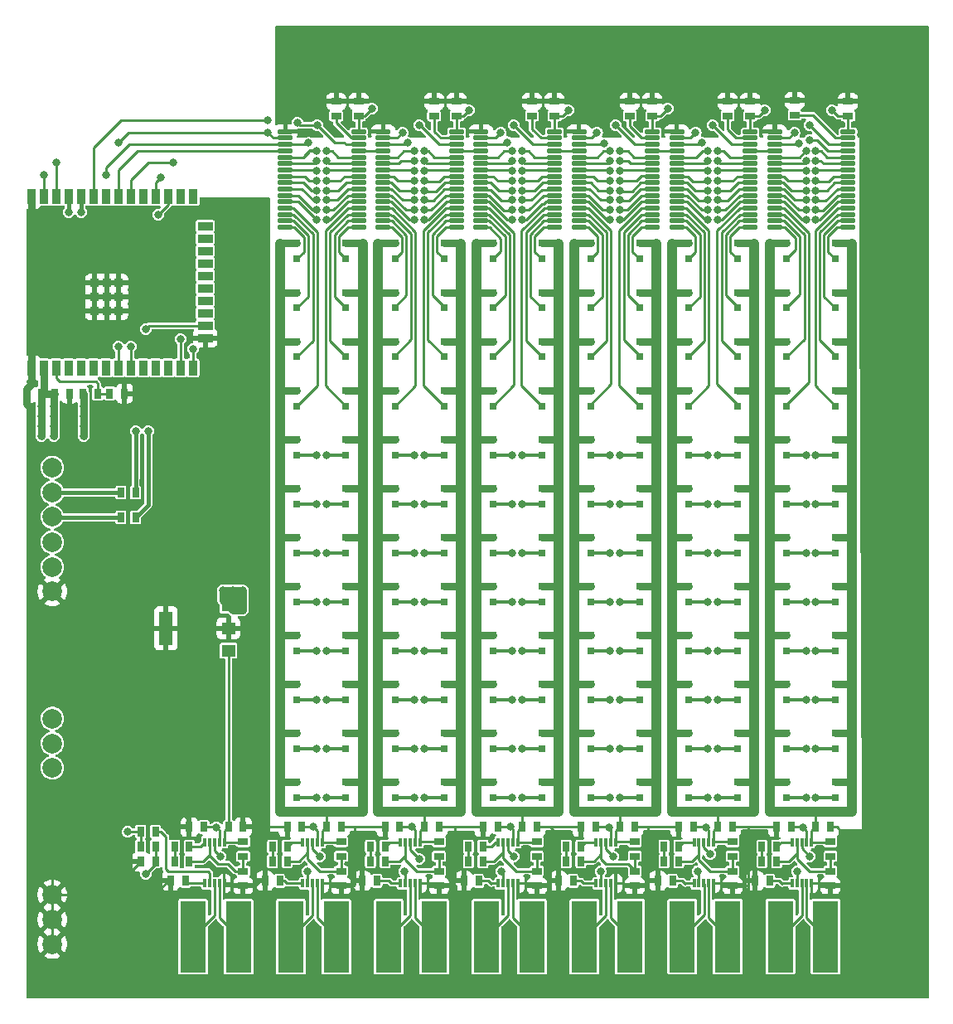
<source format=gbr>
G04 #@! TF.GenerationSoftware,KiCad,Pcbnew,(6.0.9-0)*
G04 #@! TF.CreationDate,2024-06-11T23:07:02+01:00*
G04 #@! TF.ProjectId,RailLed,5261696c-4c65-4642-9e6b-696361645f70,rev?*
G04 #@! TF.SameCoordinates,Original*
G04 #@! TF.FileFunction,Copper,L1,Top*
G04 #@! TF.FilePolarity,Positive*
%FSLAX46Y46*%
G04 Gerber Fmt 4.6, Leading zero omitted, Abs format (unit mm)*
G04 Created by KiCad (PCBNEW (6.0.9-0)) date 2024-06-11 23:07:02*
%MOMM*%
%LPD*%
G01*
G04 APERTURE LIST*
G04 Aperture macros list*
%AMRoundRect*
0 Rectangle with rounded corners*
0 $1 Rounding radius*
0 $2 $3 $4 $5 $6 $7 $8 $9 X,Y pos of 4 corners*
0 Add a 4 corners polygon primitive as box body*
4,1,4,$2,$3,$4,$5,$6,$7,$8,$9,$2,$3,0*
0 Add four circle primitives for the rounded corners*
1,1,$1+$1,$2,$3*
1,1,$1+$1,$4,$5*
1,1,$1+$1,$6,$7*
1,1,$1+$1,$8,$9*
0 Add four rect primitives between the rounded corners*
20,1,$1+$1,$2,$3,$4,$5,0*
20,1,$1+$1,$4,$5,$6,$7,0*
20,1,$1+$1,$6,$7,$8,$9,0*
20,1,$1+$1,$8,$9,$2,$3,0*%
G04 Aperture macros list end*
G04 #@! TA.AperFunction,SMDPad,CuDef*
%ADD10R,0.900000X1.500000*%
G04 #@! TD*
G04 #@! TA.AperFunction,SMDPad,CuDef*
%ADD11R,1.500000X0.900000*%
G04 #@! TD*
G04 #@! TA.AperFunction,SMDPad,CuDef*
%ADD12R,0.900000X0.900000*%
G04 #@! TD*
G04 #@! TA.AperFunction,ComponentPad*
%ADD13C,2.000000*%
G04 #@! TD*
G04 #@! TA.AperFunction,SMDPad,CuDef*
%ADD14R,0.305000X0.889000*%
G04 #@! TD*
G04 #@! TA.AperFunction,SMDPad,CuDef*
%ADD15R,1.400000X1.200000*%
G04 #@! TD*
G04 #@! TA.AperFunction,SMDPad,CuDef*
%ADD16R,1.400000X3.500000*%
G04 #@! TD*
G04 #@! TA.AperFunction,SMDPad,CuDef*
%ADD17RoundRect,0.112500X-0.637500X-0.112500X0.637500X-0.112500X0.637500X0.112500X-0.637500X0.112500X0*%
G04 #@! TD*
G04 #@! TA.AperFunction,SMDPad,CuDef*
%ADD18R,1.000000X0.700000*%
G04 #@! TD*
G04 #@! TA.AperFunction,SMDPad,CuDef*
%ADD19R,0.700000X1.000000*%
G04 #@! TD*
G04 #@! TA.AperFunction,SMDPad,CuDef*
%ADD20R,2.650000X7.300000*%
G04 #@! TD*
G04 #@! TA.AperFunction,SMDPad,CuDef*
%ADD21R,0.800000X0.800000*%
G04 #@! TD*
G04 #@! TA.AperFunction,ViaPad*
%ADD22C,0.800000*%
G04 #@! TD*
G04 #@! TA.AperFunction,Conductor*
%ADD23C,0.800000*%
G04 #@! TD*
G04 #@! TA.AperFunction,Conductor*
%ADD24C,0.250000*%
G04 #@! TD*
G04 #@! TA.AperFunction,Conductor*
%ADD25C,0.400000*%
G04 #@! TD*
G04 #@! TA.AperFunction,Conductor*
%ADD26C,0.300000*%
G04 #@! TD*
G04 #@! TA.AperFunction,Conductor*
%ADD27C,1.000000*%
G04 #@! TD*
G04 APERTURE END LIST*
D10*
X22860000Y-61113300D03*
X24130000Y-61113300D03*
X25400000Y-61113300D03*
X26670000Y-61113300D03*
X27940000Y-61113300D03*
X29210000Y-61113300D03*
X30480000Y-61113300D03*
X31750000Y-61113300D03*
X33020000Y-61113300D03*
X34290000Y-61113300D03*
X35560000Y-61113300D03*
X36830000Y-61113300D03*
X38100000Y-61113300D03*
X39370000Y-61113300D03*
D11*
X40620000Y-58073300D03*
X40620000Y-56803300D03*
X40620000Y-55533300D03*
X40620000Y-54263300D03*
X40620000Y-52993300D03*
X40620000Y-51723300D03*
X40620000Y-50453300D03*
X40620000Y-49183300D03*
X40620000Y-47913300D03*
X40620000Y-46643300D03*
D10*
X39370000Y-43613300D03*
X38100000Y-43613300D03*
X36830000Y-43613300D03*
X35560000Y-43613300D03*
X34290000Y-43613300D03*
X33020000Y-43613300D03*
X31750000Y-43613300D03*
X30480000Y-43613300D03*
X29210000Y-43613300D03*
X27940000Y-43613300D03*
X26670000Y-43613300D03*
X25400000Y-43613300D03*
X24130000Y-43613300D03*
X22860000Y-43613300D03*
D12*
X29310000Y-53863300D03*
X31785000Y-55263300D03*
X30580000Y-55263300D03*
X31785000Y-53863300D03*
X29310000Y-55263300D03*
X31785000Y-52463300D03*
X30580000Y-53863300D03*
X29310000Y-52463300D03*
X30580000Y-52463300D03*
D13*
X25000000Y-101950000D03*
X25000000Y-99460000D03*
X25000000Y-96920000D03*
D14*
X100570000Y-113755500D03*
X101070000Y-113755500D03*
X101570000Y-113755500D03*
X102070000Y-113755500D03*
X102570000Y-113755500D03*
X102570000Y-109544500D03*
X102070000Y-109544500D03*
X101570000Y-109544500D03*
X101070000Y-109544500D03*
X100570000Y-109544500D03*
X90570000Y-113755500D03*
X91070000Y-113755500D03*
X91570000Y-113755500D03*
X92070000Y-113755500D03*
X92570000Y-113755500D03*
X92570000Y-109544500D03*
X92070000Y-109544500D03*
X91570000Y-109544500D03*
X91070000Y-109544500D03*
X90570000Y-109544500D03*
X80570000Y-113755500D03*
X81070000Y-113755500D03*
X81570000Y-113755500D03*
X82070000Y-113755500D03*
X82570000Y-113755500D03*
X82570000Y-109544500D03*
X82070000Y-109544500D03*
X81570000Y-109544500D03*
X81070000Y-109544500D03*
X80570000Y-109544500D03*
X70570000Y-113755500D03*
X71070000Y-113755500D03*
X71570000Y-113755500D03*
X72070000Y-113755500D03*
X72570000Y-113755500D03*
X72570000Y-109544500D03*
X72070000Y-109544500D03*
X71570000Y-109544500D03*
X71070000Y-109544500D03*
X70570000Y-109544500D03*
X60570000Y-113755500D03*
X61070000Y-113755500D03*
X61570000Y-113755500D03*
X62070000Y-113755500D03*
X62570000Y-113755500D03*
X62570000Y-109544500D03*
X62070000Y-109544500D03*
X61570000Y-109544500D03*
X61070000Y-109544500D03*
X60570000Y-109544500D03*
X50570000Y-113755500D03*
X51070000Y-113755500D03*
X51570000Y-113755500D03*
X52070000Y-113755500D03*
X52570000Y-113755500D03*
X52570000Y-109544500D03*
X52070000Y-109544500D03*
X51570000Y-109544500D03*
X51070000Y-109544500D03*
X50570000Y-109544500D03*
X40570000Y-113755500D03*
X41070000Y-113755500D03*
X41570000Y-113755500D03*
X42070000Y-113755500D03*
X42570000Y-113755500D03*
X42570000Y-109544500D03*
X42070000Y-109544500D03*
X41570000Y-109544500D03*
X41070000Y-109544500D03*
X40570000Y-109544500D03*
D15*
X43000000Y-90000000D03*
X43000000Y-87700000D03*
X43000000Y-85400000D03*
D16*
X36600000Y-87700000D03*
D17*
X98800000Y-37000000D03*
X98800000Y-37650000D03*
X98800000Y-38300000D03*
X98800000Y-38950000D03*
X98800000Y-39600000D03*
X98800000Y-40250000D03*
X98800000Y-40900000D03*
X98800000Y-41550000D03*
X98800000Y-42200000D03*
X98800000Y-42850000D03*
X98800000Y-43500000D03*
X98800000Y-44150000D03*
X98800000Y-44800000D03*
X98800000Y-45450000D03*
X98800000Y-46100000D03*
X98800000Y-46750000D03*
X106300000Y-46750000D03*
X106300000Y-46100000D03*
X106300000Y-45450000D03*
X106300000Y-44800000D03*
X106300000Y-44150000D03*
X106300000Y-43500000D03*
X106300000Y-42850000D03*
X106300000Y-42200000D03*
X106300000Y-41550000D03*
X106300000Y-40900000D03*
X106300000Y-40250000D03*
X106300000Y-39600000D03*
X106300000Y-38950000D03*
X106300000Y-38300000D03*
X106300000Y-37650000D03*
X106300000Y-37000000D03*
X88800000Y-37000000D03*
X88800000Y-37650000D03*
X88800000Y-38300000D03*
X88800000Y-38950000D03*
X88800000Y-39600000D03*
X88800000Y-40250000D03*
X88800000Y-40900000D03*
X88800000Y-41550000D03*
X88800000Y-42200000D03*
X88800000Y-42850000D03*
X88800000Y-43500000D03*
X88800000Y-44150000D03*
X88800000Y-44800000D03*
X88800000Y-45450000D03*
X88800000Y-46100000D03*
X88800000Y-46750000D03*
X96300000Y-46750000D03*
X96300000Y-46100000D03*
X96300000Y-45450000D03*
X96300000Y-44800000D03*
X96300000Y-44150000D03*
X96300000Y-43500000D03*
X96300000Y-42850000D03*
X96300000Y-42200000D03*
X96300000Y-41550000D03*
X96300000Y-40900000D03*
X96300000Y-40250000D03*
X96300000Y-39600000D03*
X96300000Y-38950000D03*
X96300000Y-38300000D03*
X96300000Y-37650000D03*
X96300000Y-37000000D03*
X78800000Y-37000000D03*
X78800000Y-37650000D03*
X78800000Y-38300000D03*
X78800000Y-38950000D03*
X78800000Y-39600000D03*
X78800000Y-40250000D03*
X78800000Y-40900000D03*
X78800000Y-41550000D03*
X78800000Y-42200000D03*
X78800000Y-42850000D03*
X78800000Y-43500000D03*
X78800000Y-44150000D03*
X78800000Y-44800000D03*
X78800000Y-45450000D03*
X78800000Y-46100000D03*
X78800000Y-46750000D03*
X86300000Y-46750000D03*
X86300000Y-46100000D03*
X86300000Y-45450000D03*
X86300000Y-44800000D03*
X86300000Y-44150000D03*
X86300000Y-43500000D03*
X86300000Y-42850000D03*
X86300000Y-42200000D03*
X86300000Y-41550000D03*
X86300000Y-40900000D03*
X86300000Y-40250000D03*
X86300000Y-39600000D03*
X86300000Y-38950000D03*
X86300000Y-38300000D03*
X86300000Y-37650000D03*
X86300000Y-37000000D03*
X68800000Y-37000000D03*
X68800000Y-37650000D03*
X68800000Y-38300000D03*
X68800000Y-38950000D03*
X68800000Y-39600000D03*
X68800000Y-40250000D03*
X68800000Y-40900000D03*
X68800000Y-41550000D03*
X68800000Y-42200000D03*
X68800000Y-42850000D03*
X68800000Y-43500000D03*
X68800000Y-44150000D03*
X68800000Y-44800000D03*
X68800000Y-45450000D03*
X68800000Y-46100000D03*
X68800000Y-46750000D03*
X76300000Y-46750000D03*
X76300000Y-46100000D03*
X76300000Y-45450000D03*
X76300000Y-44800000D03*
X76300000Y-44150000D03*
X76300000Y-43500000D03*
X76300000Y-42850000D03*
X76300000Y-42200000D03*
X76300000Y-41550000D03*
X76300000Y-40900000D03*
X76300000Y-40250000D03*
X76300000Y-39600000D03*
X76300000Y-38950000D03*
X76300000Y-38300000D03*
X76300000Y-37650000D03*
X76300000Y-37000000D03*
X58800000Y-37000000D03*
X58800000Y-37650000D03*
X58800000Y-38300000D03*
X58800000Y-38950000D03*
X58800000Y-39600000D03*
X58800000Y-40250000D03*
X58800000Y-40900000D03*
X58800000Y-41550000D03*
X58800000Y-42200000D03*
X58800000Y-42850000D03*
X58800000Y-43500000D03*
X58800000Y-44150000D03*
X58800000Y-44800000D03*
X58800000Y-45450000D03*
X58800000Y-46100000D03*
X58800000Y-46750000D03*
X66300000Y-46750000D03*
X66300000Y-46100000D03*
X66300000Y-45450000D03*
X66300000Y-44800000D03*
X66300000Y-44150000D03*
X66300000Y-43500000D03*
X66300000Y-42850000D03*
X66300000Y-42200000D03*
X66300000Y-41550000D03*
X66300000Y-40900000D03*
X66300000Y-40250000D03*
X66300000Y-39600000D03*
X66300000Y-38950000D03*
X66300000Y-38300000D03*
X66300000Y-37650000D03*
X66300000Y-37000000D03*
X48800000Y-37000000D03*
X48800000Y-37650000D03*
X48800000Y-38300000D03*
X48800000Y-38950000D03*
X48800000Y-39600000D03*
X48800000Y-40250000D03*
X48800000Y-40900000D03*
X48800000Y-41550000D03*
X48800000Y-42200000D03*
X48800000Y-42850000D03*
X48800000Y-43500000D03*
X48800000Y-44150000D03*
X48800000Y-44800000D03*
X48800000Y-45450000D03*
X48800000Y-46100000D03*
X48800000Y-46750000D03*
X56300000Y-46750000D03*
X56300000Y-46100000D03*
X56300000Y-45450000D03*
X56300000Y-44800000D03*
X56300000Y-44150000D03*
X56300000Y-43500000D03*
X56300000Y-42850000D03*
X56300000Y-42200000D03*
X56300000Y-41550000D03*
X56300000Y-40900000D03*
X56300000Y-40250000D03*
X56300000Y-39600000D03*
X56300000Y-38950000D03*
X56300000Y-38300000D03*
X56300000Y-37650000D03*
X56300000Y-37000000D03*
D18*
X104500000Y-114000000D03*
X104500000Y-112500000D03*
X104500000Y-111000000D03*
X104500000Y-109500000D03*
D19*
X99000000Y-111500000D03*
X97500000Y-111500000D03*
X96798000Y-113500000D03*
X98298000Y-113500000D03*
D18*
X94500000Y-114000000D03*
X94500000Y-112500000D03*
X94500000Y-111000000D03*
X94500000Y-109500000D03*
D19*
X89000000Y-111500000D03*
X87500000Y-111500000D03*
X86868000Y-113500000D03*
X88368000Y-113500000D03*
D18*
X84500000Y-114000000D03*
X84500000Y-112500000D03*
X84500000Y-111000000D03*
X84500000Y-109500000D03*
D19*
X79000000Y-111500000D03*
X77500000Y-111500000D03*
X76708000Y-113500000D03*
X78208000Y-113500000D03*
D18*
X74500000Y-114000000D03*
X74500000Y-112500000D03*
X74500000Y-111000000D03*
X74500000Y-109500000D03*
D19*
X69000000Y-111500000D03*
X67500000Y-111500000D03*
X67056000Y-113500000D03*
X68556000Y-113500000D03*
D18*
X64500000Y-114000000D03*
X64500000Y-112500000D03*
X64500000Y-111000000D03*
X64500000Y-109500000D03*
D19*
X59000000Y-111500000D03*
X57500000Y-111500000D03*
X56666000Y-113500000D03*
X58166000Y-113500000D03*
D18*
X54500000Y-114000000D03*
X54500000Y-112500000D03*
X54500000Y-111000000D03*
X54500000Y-109500000D03*
D19*
X49000000Y-111500000D03*
X47500000Y-111500000D03*
X46736000Y-113500000D03*
X48236000Y-113500000D03*
D18*
X44500000Y-114000000D03*
X44500000Y-112500000D03*
X44500000Y-111000000D03*
X44500000Y-109500000D03*
D19*
X39000000Y-111500000D03*
X37500000Y-111500000D03*
X37084000Y-113500000D03*
X38584000Y-113500000D03*
X33504000Y-76380000D03*
X32004000Y-76380000D03*
X33504000Y-73840000D03*
X32004000Y-73840000D03*
X28126600Y-63735900D03*
X29626600Y-63735900D03*
D18*
X100838000Y-33806000D03*
X100838000Y-35306000D03*
X94000000Y-33900000D03*
X94000000Y-35400000D03*
X84000000Y-33900000D03*
X84000000Y-35400000D03*
X74000000Y-33900000D03*
X74000000Y-35400000D03*
X64000000Y-33900000D03*
X64000000Y-35400000D03*
X54000000Y-33900000D03*
X54000000Y-35400000D03*
D19*
X35536000Y-109982000D03*
X34036000Y-109982000D03*
X35536000Y-108458000D03*
X34036000Y-108458000D03*
D20*
X99370000Y-119200000D03*
X104020000Y-119200000D03*
X89370000Y-119200000D03*
X94020000Y-119200000D03*
X79370000Y-119200000D03*
X84020000Y-119200000D03*
X69370000Y-119200000D03*
X74020000Y-119200000D03*
X59370000Y-119200000D03*
X64020000Y-119200000D03*
X49370000Y-119200000D03*
X54020000Y-119200000D03*
X39370000Y-119200000D03*
X44020000Y-119200000D03*
D13*
X25000000Y-76330000D03*
X25000000Y-73840000D03*
X25000000Y-71300000D03*
X25000000Y-83950000D03*
X25000000Y-81460000D03*
X25000000Y-78920000D03*
X25000000Y-119950000D03*
X25000000Y-117460000D03*
X25000000Y-114920000D03*
D21*
X105000000Y-105000000D03*
X105000000Y-103400000D03*
X105000000Y-100000000D03*
X105000000Y-98400000D03*
X105000000Y-95000000D03*
X105000000Y-93400000D03*
X105000000Y-90000000D03*
X105000000Y-88400000D03*
X105000000Y-85000000D03*
X105000000Y-83400000D03*
X105000000Y-80000000D03*
X105000000Y-78400000D03*
X105000000Y-75000000D03*
X105000000Y-73400000D03*
X105000000Y-70000000D03*
X105000000Y-68400000D03*
X105000000Y-65000000D03*
X105000000Y-63400000D03*
X105000000Y-60000000D03*
X105000000Y-58400000D03*
X105000000Y-55000000D03*
X105000000Y-53400000D03*
X105000000Y-50000000D03*
X105000000Y-48400000D03*
X100000000Y-50000000D03*
X100000000Y-48400000D03*
X100000000Y-55000000D03*
X100000000Y-53400000D03*
X100000000Y-60000000D03*
X100000000Y-58400000D03*
X100000000Y-65000000D03*
X100000000Y-63400000D03*
X100000000Y-70000000D03*
X100000000Y-68400000D03*
X100000000Y-75000000D03*
X100000000Y-73400000D03*
X100000000Y-80000000D03*
X100000000Y-78400000D03*
X100000000Y-85000000D03*
X100000000Y-83400000D03*
X100000000Y-90000000D03*
X100000000Y-88400000D03*
X100000000Y-95000000D03*
X100000000Y-93400000D03*
X100000000Y-100000000D03*
X100000000Y-98400000D03*
X100000000Y-105000000D03*
X100000000Y-103400000D03*
X95000000Y-105000000D03*
X95000000Y-103400000D03*
X95000000Y-100000000D03*
X95000000Y-98400000D03*
X95000000Y-95000000D03*
X95000000Y-93400000D03*
X95000000Y-90000000D03*
X95000000Y-88400000D03*
X95000000Y-85000000D03*
X95000000Y-83400000D03*
X95000000Y-80000000D03*
X95000000Y-78400000D03*
X95000000Y-75000000D03*
X95000000Y-73400000D03*
X95000000Y-70000000D03*
X95000000Y-68400000D03*
X95000000Y-65000000D03*
X95000000Y-63400000D03*
X95000000Y-60000000D03*
X95000000Y-58400000D03*
X95000000Y-55000000D03*
X95000000Y-53400000D03*
X95000000Y-50000000D03*
X95000000Y-48400000D03*
X90000000Y-50000000D03*
X90000000Y-48400000D03*
X90000000Y-55000000D03*
X90000000Y-53400000D03*
X90000000Y-60000000D03*
X90000000Y-58400000D03*
X90000000Y-65000000D03*
X90000000Y-63400000D03*
X90000000Y-70000000D03*
X90000000Y-68400000D03*
X90000000Y-75000000D03*
X90000000Y-73400000D03*
X90000000Y-80000000D03*
X90000000Y-78400000D03*
X90000000Y-85000000D03*
X90000000Y-83400000D03*
X90000000Y-90000000D03*
X90000000Y-88400000D03*
X90000000Y-95000000D03*
X90000000Y-93400000D03*
X90000000Y-100000000D03*
X90000000Y-98400000D03*
X90000000Y-105000000D03*
X90000000Y-103400000D03*
X85000000Y-105000000D03*
X85000000Y-103400000D03*
X85000000Y-100000000D03*
X85000000Y-98400000D03*
X85000000Y-95000000D03*
X85000000Y-93400000D03*
X85000000Y-90000000D03*
X85000000Y-88400000D03*
X85000000Y-85000000D03*
X85000000Y-83400000D03*
X85000000Y-80000000D03*
X85000000Y-78400000D03*
X85000000Y-75000000D03*
X85000000Y-73400000D03*
X85000000Y-70000000D03*
X85000000Y-68400000D03*
X85000000Y-65000000D03*
X85000000Y-63400000D03*
X85000000Y-60000000D03*
X85000000Y-58400000D03*
X85000000Y-55000000D03*
X85000000Y-53400000D03*
X85000000Y-50000000D03*
X85000000Y-48400000D03*
X80000000Y-50000000D03*
X80000000Y-48400000D03*
X80000000Y-55000000D03*
X80000000Y-53400000D03*
X80000000Y-60000000D03*
X80000000Y-58400000D03*
X80000000Y-65000000D03*
X80000000Y-63400000D03*
X80000000Y-70000000D03*
X80000000Y-68400000D03*
X80000000Y-75000000D03*
X80000000Y-73400000D03*
X80000000Y-80000000D03*
X80000000Y-78400000D03*
X80000000Y-85000000D03*
X80000000Y-83400000D03*
X80000000Y-90000000D03*
X80000000Y-88400000D03*
X80000000Y-95000000D03*
X80000000Y-93400000D03*
X80000000Y-100000000D03*
X80000000Y-98400000D03*
X80000000Y-105000000D03*
X80000000Y-103400000D03*
X75000000Y-105000000D03*
X75000000Y-103400000D03*
X75000000Y-100000000D03*
X75000000Y-98400000D03*
X75000000Y-95000000D03*
X75000000Y-93400000D03*
X75000000Y-90000000D03*
X75000000Y-88400000D03*
X75000000Y-85000000D03*
X75000000Y-83400000D03*
X75000000Y-80000000D03*
X75000000Y-78400000D03*
X75000000Y-75000000D03*
X75000000Y-73400000D03*
X75000000Y-70000000D03*
X75000000Y-68400000D03*
X75000000Y-65000000D03*
X75000000Y-63400000D03*
X75000000Y-60000000D03*
X75000000Y-58400000D03*
X75000000Y-55000000D03*
X75000000Y-53400000D03*
X75000000Y-50000000D03*
X75000000Y-48400000D03*
X70000000Y-50000000D03*
X70000000Y-48400000D03*
X70000000Y-55000000D03*
X70000000Y-53400000D03*
X70000000Y-60000000D03*
X70000000Y-58400000D03*
X70000000Y-65000000D03*
X70000000Y-63400000D03*
X70000000Y-70000000D03*
X70000000Y-68400000D03*
X70000000Y-75000000D03*
X70000000Y-73400000D03*
X70000000Y-80000000D03*
X70000000Y-78400000D03*
X70000000Y-85000000D03*
X70000000Y-83400000D03*
X70000000Y-90000000D03*
X70000000Y-88400000D03*
X70000000Y-95000000D03*
X70000000Y-93400000D03*
X70000000Y-100000000D03*
X70000000Y-98400000D03*
X70000000Y-105000000D03*
X70000000Y-103400000D03*
X65000000Y-105000000D03*
X65000000Y-103400000D03*
X65000000Y-100000000D03*
X65000000Y-98400000D03*
X65000000Y-95000000D03*
X65000000Y-93400000D03*
X65000000Y-90000000D03*
X65000000Y-88400000D03*
X65000000Y-85000000D03*
X65000000Y-83400000D03*
X65000000Y-80000000D03*
X65000000Y-78400000D03*
X65000000Y-75000000D03*
X65000000Y-73400000D03*
X65000000Y-70000000D03*
X65000000Y-68400000D03*
X65000000Y-65000000D03*
X65000000Y-63400000D03*
X65000000Y-60000000D03*
X65000000Y-58400000D03*
X65000000Y-55000000D03*
X65000000Y-53400000D03*
X65000000Y-50000000D03*
X65000000Y-48400000D03*
X60000000Y-50000000D03*
X60000000Y-48400000D03*
X60000000Y-55000000D03*
X60000000Y-53400000D03*
X60000000Y-60000000D03*
X60000000Y-58400000D03*
X60000000Y-65000000D03*
X60000000Y-63400000D03*
X60000000Y-70000000D03*
X60000000Y-68400000D03*
X60000000Y-75000000D03*
X60000000Y-73400000D03*
X60000000Y-80000000D03*
X60000000Y-78400000D03*
X60000000Y-85000000D03*
X60000000Y-83400000D03*
X60000000Y-90000000D03*
X60000000Y-88400000D03*
X60000000Y-95000000D03*
X60000000Y-93400000D03*
X60000000Y-100000000D03*
X60000000Y-98400000D03*
X60000000Y-105000000D03*
X60000000Y-103400000D03*
X55000000Y-105000000D03*
X55000000Y-103400000D03*
X55000000Y-100000000D03*
X55000000Y-98400000D03*
X55000000Y-95000000D03*
X55000000Y-93400000D03*
X55000000Y-90000000D03*
X55000000Y-88400000D03*
X55000000Y-85000000D03*
X55000000Y-83400000D03*
X55000000Y-80000000D03*
X55000000Y-78400000D03*
X55000000Y-75000000D03*
X55000000Y-73400000D03*
X55000000Y-70000000D03*
X55000000Y-68400000D03*
X55000000Y-65000000D03*
X55000000Y-63400000D03*
X55000000Y-60000000D03*
X55000000Y-58400000D03*
X55000000Y-55000000D03*
X55000000Y-53400000D03*
X55000000Y-50000000D03*
X55000000Y-48400000D03*
X50000000Y-50000000D03*
X50000000Y-48400000D03*
X50000000Y-55000000D03*
X50000000Y-53400000D03*
X50000000Y-60000000D03*
X50000000Y-58400000D03*
X50000000Y-65000000D03*
X50000000Y-63400000D03*
X50000000Y-70000000D03*
X50000000Y-68400000D03*
X50000000Y-75000000D03*
X50000000Y-73400000D03*
X50000000Y-80000000D03*
X50000000Y-78400000D03*
X50000000Y-85000000D03*
X50000000Y-83400000D03*
X50000000Y-90000000D03*
X50000000Y-88400000D03*
X50000000Y-95000000D03*
X50000000Y-93400000D03*
X50000000Y-100000000D03*
X50000000Y-98400000D03*
X50000000Y-105000000D03*
X50000000Y-103400000D03*
D19*
X103000000Y-108000000D03*
X104500000Y-108000000D03*
X99000000Y-110000000D03*
X97500000Y-110000000D03*
X100500000Y-108000000D03*
X99000000Y-108000000D03*
X93000000Y-108000000D03*
X94500000Y-108000000D03*
X89000000Y-110000000D03*
X87500000Y-110000000D03*
X90500000Y-108000000D03*
X89000000Y-108000000D03*
X83000000Y-108000000D03*
X84500000Y-108000000D03*
X79000000Y-110000000D03*
X77500000Y-110000000D03*
X80500000Y-108000000D03*
X79000000Y-108000000D03*
X73000000Y-108000000D03*
X74500000Y-108000000D03*
X69000000Y-110000000D03*
X67500000Y-110000000D03*
X70500000Y-108000000D03*
X69000000Y-108000000D03*
X63000000Y-108000000D03*
X64500000Y-108000000D03*
X59000000Y-110000000D03*
X57500000Y-110000000D03*
X60500000Y-108000000D03*
X59000000Y-108000000D03*
X53000000Y-108000000D03*
X54500000Y-108000000D03*
X49000000Y-110000000D03*
X47500000Y-110000000D03*
X50500000Y-108000000D03*
X49000000Y-108000000D03*
X43000000Y-108000000D03*
X44500000Y-108000000D03*
X39000000Y-110000000D03*
X37500000Y-110000000D03*
X40500000Y-108000000D03*
X39000000Y-108000000D03*
X32369800Y-63735900D03*
X30869800Y-63735900D03*
X22372800Y-63735900D03*
X23872800Y-63735900D03*
X26756400Y-63735900D03*
X25256400Y-63735900D03*
D18*
X106300000Y-35400000D03*
X106300000Y-33900000D03*
X96300000Y-35400000D03*
X96300000Y-33900000D03*
X86300000Y-35400000D03*
X86300000Y-33900000D03*
X76300000Y-35400000D03*
X76300000Y-33900000D03*
X66300000Y-35400000D03*
X66300000Y-33900000D03*
X56300000Y-35400000D03*
X56300000Y-33900000D03*
D19*
X35536000Y-111506000D03*
X34036000Y-111506000D03*
D22*
X34798000Y-67564000D03*
X27940000Y-45212000D03*
X33528000Y-67564000D03*
X26670000Y-45212000D03*
X28194000Y-68072000D03*
X28194000Y-67056000D03*
X28194000Y-66040000D03*
X28194000Y-65024000D03*
X25146000Y-68072000D03*
X25146000Y-67056000D03*
X25146000Y-66040000D03*
X25146000Y-65024000D03*
X23876000Y-68072000D03*
X23876000Y-67056000D03*
X23876000Y-66040000D03*
X23876000Y-65024000D03*
X25400000Y-40132000D03*
X31750000Y-38100000D03*
X24130000Y-41402000D03*
X30480000Y-41402000D03*
X46990000Y-35814000D03*
X46990000Y-37084000D03*
X37338000Y-40132000D03*
X44450000Y-85852000D03*
X44450000Y-84836000D03*
X44450000Y-83820000D03*
X43434000Y-83820000D03*
X42418000Y-83820000D03*
X31750000Y-120142000D03*
X33782000Y-120142000D03*
X32766000Y-121158000D03*
X33782000Y-118110000D03*
X30734000Y-118110000D03*
X32766000Y-118110000D03*
X32741725Y-119114280D03*
X31750000Y-121158000D03*
X30734000Y-121158000D03*
X32766000Y-120142000D03*
X31750000Y-118110000D03*
X30734000Y-120142000D03*
X33782000Y-119126000D03*
X33782000Y-121158000D03*
X31750000Y-119126000D03*
X30734000Y-119126000D03*
X50292000Y-27178000D03*
X49276000Y-27178000D03*
X48260000Y-27178000D03*
X51308000Y-27178000D03*
X111760000Y-28956000D03*
X113792000Y-28956000D03*
X112776000Y-29972000D03*
X113792000Y-26924000D03*
X110744000Y-26924000D03*
X112776000Y-26924000D03*
X112751725Y-27928280D03*
X111760000Y-29972000D03*
X112776000Y-28956000D03*
X111760000Y-26924000D03*
X110744000Y-28956000D03*
X113792000Y-27940000D03*
X113792000Y-29972000D03*
X111760000Y-27940000D03*
X110744000Y-27940000D03*
X112268000Y-122428000D03*
X111252000Y-122428000D03*
X110236000Y-122428000D03*
X109220000Y-122428000D03*
X112268000Y-121412000D03*
X111252000Y-121412000D03*
X110236000Y-121412000D03*
X109220000Y-121412000D03*
X109220000Y-120396000D03*
X110236000Y-120396000D03*
X111227725Y-120384280D03*
X112268000Y-120396000D03*
X112268000Y-119380000D03*
X111252000Y-119380000D03*
X110236000Y-119380000D03*
X109220000Y-119380000D03*
X31750000Y-58928000D03*
X35814000Y-45466000D03*
X102362000Y-37846000D03*
X87884000Y-34624500D03*
X33020000Y-58928000D03*
X52324000Y-110998000D03*
X39370000Y-59182000D03*
X62484000Y-111252000D03*
X72136000Y-110998000D03*
X34544000Y-57150000D03*
X82296000Y-110998000D03*
X38100000Y-58166000D03*
X92202000Y-110744000D03*
X36068000Y-41656000D03*
X102362000Y-110998000D03*
X90932000Y-112522000D03*
X81026000Y-112522000D03*
X70866000Y-112522000D03*
X60960000Y-112522000D03*
X51054000Y-112522000D03*
X101092000Y-112522000D03*
X97790000Y-34798000D03*
X77724000Y-34798000D03*
X67564000Y-34798000D03*
X57658000Y-34624500D03*
X104648000Y-34798000D03*
X50038000Y-36068000D03*
X52070000Y-36322000D03*
X62484000Y-36322000D03*
X72136000Y-36322000D03*
X82550000Y-36322000D03*
X92456000Y-36322000D03*
X102362000Y-36322000D03*
X34544000Y-112776000D03*
X42164000Y-110998000D03*
X90728800Y-37109400D03*
X80645000Y-37109400D03*
X70815200Y-37109400D03*
X60782200Y-37109400D03*
X100812600Y-37109400D03*
X101295200Y-38201600D03*
X91363800Y-38125400D03*
X81356200Y-38176200D03*
X71475600Y-38074600D03*
X61341000Y-38125400D03*
X51181000Y-38150800D03*
X101727000Y-108051600D03*
X91770200Y-108026200D03*
X81889600Y-108051600D03*
X71805800Y-108000800D03*
X61772000Y-108000000D03*
X51689000Y-107975400D03*
X41757600Y-108026200D03*
X32689800Y-108483400D03*
X103000000Y-70000000D03*
X103000000Y-75000000D03*
X103000000Y-80000000D03*
X103000000Y-85000000D03*
X103000000Y-90000000D03*
X103000000Y-95000000D03*
X103000000Y-100000000D03*
X103000000Y-105000000D03*
X102000000Y-70000000D03*
X102000000Y-75000000D03*
X102000000Y-80000000D03*
X102000000Y-85000000D03*
X102000000Y-90000000D03*
X102000000Y-95000000D03*
X102000000Y-100000000D03*
X102000000Y-105000000D03*
X93000000Y-70000000D03*
X93000000Y-75000000D03*
X93000000Y-80000000D03*
X93000000Y-85000000D03*
X93000000Y-90000000D03*
X93000000Y-95000000D03*
X93000000Y-100000000D03*
X93000000Y-105000000D03*
X92000000Y-70000000D03*
X92000000Y-75000000D03*
X92000000Y-80000000D03*
X92000000Y-85000000D03*
X92000000Y-90000000D03*
X92000000Y-95000000D03*
X92000000Y-100000000D03*
X92000000Y-105000000D03*
X83000000Y-70000000D03*
X83000000Y-75000000D03*
X83000000Y-80000000D03*
X83000000Y-85000000D03*
X83000000Y-90000000D03*
X83000000Y-95000000D03*
X83000000Y-100000000D03*
X83000000Y-105000000D03*
X82000000Y-70000000D03*
X82000000Y-75000000D03*
X82000000Y-80000000D03*
X82000000Y-85000000D03*
X82000000Y-90000000D03*
X82000000Y-95000000D03*
X82000000Y-100000000D03*
X82000000Y-105000000D03*
X73000000Y-70000000D03*
X73000000Y-75000000D03*
X73000000Y-80000000D03*
X73000000Y-85000000D03*
X73000000Y-90000000D03*
X73000000Y-95000000D03*
X73000000Y-100000000D03*
X73000000Y-105000000D03*
X72000000Y-70000000D03*
X72000000Y-75000000D03*
X72000000Y-80000000D03*
X72000000Y-85000000D03*
X72000000Y-90000000D03*
X72000000Y-95000000D03*
X72000000Y-100000000D03*
X72000000Y-105000000D03*
X63000000Y-70000000D03*
X63000000Y-75000000D03*
X63000000Y-80000000D03*
X63000000Y-85000000D03*
X63000000Y-90000000D03*
X63000000Y-95000000D03*
X63000000Y-100000000D03*
X63000000Y-105000000D03*
X62000000Y-70000000D03*
X62000000Y-75000000D03*
X62000000Y-80000000D03*
X62000000Y-85000000D03*
X62000000Y-90000000D03*
X62000000Y-95000000D03*
X62000000Y-100000000D03*
X62000000Y-105000000D03*
X53000000Y-70000000D03*
X53000000Y-75000000D03*
X53000000Y-80000000D03*
X53000000Y-85000000D03*
X53000000Y-90000000D03*
X53000000Y-95000000D03*
X53000000Y-100000000D03*
X53000000Y-105000000D03*
X52000000Y-70000000D03*
X52000000Y-75000000D03*
X52000000Y-80000000D03*
X52000000Y-85000000D03*
X52000000Y-90000000D03*
X52000000Y-95000000D03*
X52000000Y-100000000D03*
X52000000Y-105000000D03*
X103000000Y-46000000D03*
X102000000Y-46000000D03*
X103000000Y-45000000D03*
X102000000Y-45000000D03*
X103000000Y-44000000D03*
X102000000Y-44000000D03*
X103000000Y-43000000D03*
X102000000Y-43000000D03*
X103000000Y-42000000D03*
X102000000Y-42000000D03*
X103000000Y-41000000D03*
X102000000Y-41000000D03*
X103000000Y-40000000D03*
X102000000Y-40000000D03*
X103000000Y-39000000D03*
X102000000Y-39000000D03*
X93000000Y-46000000D03*
X92000000Y-46000000D03*
X93000000Y-45000000D03*
X92000000Y-45000000D03*
X93000000Y-44000000D03*
X92000000Y-44000000D03*
X93000000Y-43000000D03*
X92000000Y-43000000D03*
X93000000Y-42000000D03*
X92000000Y-42000000D03*
X93000000Y-41000000D03*
X92000000Y-41000000D03*
X93000000Y-40000000D03*
X92000000Y-40000000D03*
X93000000Y-39000000D03*
X92000000Y-39000000D03*
X83000000Y-46000000D03*
X82000000Y-46000000D03*
X83000000Y-45000000D03*
X82000000Y-45000000D03*
X83000000Y-44000000D03*
X82000000Y-44000000D03*
X83000000Y-43000000D03*
X82000000Y-43000000D03*
X83000000Y-42000000D03*
X82000000Y-42000000D03*
X83000000Y-41000000D03*
X82000000Y-41000000D03*
X83000000Y-40000000D03*
X82000000Y-40000000D03*
X83000000Y-39000000D03*
X82000000Y-39000000D03*
X73000000Y-46000000D03*
X72000000Y-46000000D03*
X73000000Y-45000000D03*
X72000000Y-45000000D03*
X73000000Y-44000000D03*
X72000000Y-44000000D03*
X73000000Y-43000000D03*
X72000000Y-43000000D03*
X73000000Y-42000000D03*
X72000000Y-42000000D03*
X73000000Y-41000000D03*
X72000000Y-41000000D03*
X73000000Y-40000000D03*
X72000000Y-40000000D03*
X73000000Y-39000000D03*
X72000000Y-39000000D03*
X63000000Y-46000000D03*
X62000000Y-46000000D03*
X63000000Y-45000000D03*
X62000000Y-45000000D03*
X63000000Y-44000000D03*
X62000000Y-44000000D03*
X63000000Y-43000000D03*
X62000000Y-43000000D03*
X63000000Y-42000000D03*
X62000000Y-42000000D03*
X63000000Y-41000000D03*
X62000000Y-41000000D03*
X63000000Y-40000000D03*
X62000000Y-40000000D03*
X63000000Y-39000000D03*
X62000000Y-39000000D03*
X53000000Y-46000000D03*
X52000000Y-46000000D03*
X53000000Y-45000000D03*
X52000000Y-45000000D03*
X53000000Y-44000000D03*
X52000000Y-44000000D03*
X53000000Y-43000000D03*
X52000000Y-43000000D03*
X53000000Y-42000000D03*
X52000000Y-42000000D03*
X53000000Y-41000000D03*
X52000000Y-41000000D03*
X53000000Y-40000000D03*
X52000000Y-40000000D03*
X53000000Y-39000000D03*
X52000000Y-39000000D03*
D23*
X22860000Y-61113300D02*
X22860000Y-55626000D01*
X22860000Y-55626000D02*
X22860000Y-43613300D01*
D24*
X29310000Y-55263300D02*
X23222700Y-55263300D01*
X23222700Y-55263300D02*
X22860000Y-55626000D01*
D25*
X34798000Y-67564000D02*
X34798000Y-75086000D01*
X34798000Y-75086000D02*
X33504000Y-76380000D01*
X27940000Y-43613300D02*
X27940000Y-45212000D01*
X33528000Y-72390000D02*
X33504000Y-72414000D01*
X33504000Y-72414000D02*
X33504000Y-73840000D01*
X26670000Y-43613300D02*
X26670000Y-45212000D01*
X33528000Y-67564000D02*
X33528000Y-72390000D01*
X32004000Y-76380000D02*
X25050000Y-76380000D01*
X25050000Y-76380000D02*
X25000000Y-76330000D01*
X32004000Y-73840000D02*
X25000000Y-73840000D01*
X26756400Y-69255600D02*
X26670000Y-69342000D01*
X26756400Y-63735900D02*
X26756400Y-69255600D01*
D24*
X22860000Y-69342000D02*
X22860000Y-65278000D01*
D25*
X26670000Y-69342000D02*
X22860000Y-69342000D01*
D24*
X22860000Y-82550000D02*
X22860000Y-69342000D01*
X25000000Y-83950000D02*
X24108000Y-83058000D01*
X24108000Y-83058000D02*
X23368000Y-83058000D01*
X22860000Y-65278000D02*
X22606000Y-65024000D01*
X23368000Y-83058000D02*
X22860000Y-82550000D01*
D23*
X22372800Y-64790800D02*
X22606000Y-65024000D01*
X22372800Y-63735900D02*
X22372800Y-64790800D01*
X22372800Y-63225200D02*
X22860000Y-62738000D01*
X22372800Y-63735900D02*
X22372800Y-63225200D01*
X22860000Y-62738000D02*
X22860000Y-61113300D01*
X28194000Y-68072000D02*
X28194000Y-63803300D01*
X28194000Y-63803300D02*
X28126600Y-63735900D01*
X25256400Y-63735900D02*
X23872800Y-63735900D01*
X24130000Y-61113300D02*
X24130000Y-63478700D01*
X24130000Y-63478700D02*
X23872800Y-63735900D01*
X25146000Y-68072000D02*
X25146000Y-63846300D01*
X25146000Y-63846300D02*
X25256400Y-63735900D01*
X23876000Y-68072000D02*
X23876000Y-63739100D01*
X23876000Y-63739100D02*
X23872800Y-63735900D01*
D24*
X29210000Y-43613300D02*
X29210000Y-38608000D01*
X29210000Y-38608000D02*
X32004000Y-35814000D01*
X32004000Y-35814000D02*
X46990000Y-35814000D01*
X25400000Y-40132000D02*
X25400000Y-43613300D01*
X46990000Y-37084000D02*
X32766000Y-37084000D01*
X32766000Y-37084000D02*
X31750000Y-38100000D01*
X30734000Y-40386000D02*
X30480000Y-40640000D01*
X48800000Y-38300000D02*
X32820000Y-38300000D01*
X30480000Y-40640000D02*
X30480000Y-41402000D01*
X32820000Y-38300000D02*
X30734000Y-40386000D01*
X24130000Y-43613300D02*
X24130000Y-41402000D01*
X46990000Y-37084000D02*
X47556000Y-37650000D01*
X47556000Y-37650000D02*
X48800000Y-37650000D01*
X37338000Y-40132000D02*
X34798000Y-40132000D01*
X34798000Y-40132000D02*
X33020000Y-41910000D01*
X33020000Y-41910000D02*
X33020000Y-43613300D01*
X41678600Y-78486000D02*
X44196000Y-78486000D01*
X45313600Y-67157600D02*
X45212000Y-67056000D01*
X45212000Y-67056000D02*
X42418000Y-64262000D01*
X36600000Y-83564600D02*
X41678600Y-78486000D01*
X44196000Y-78486000D02*
X45212000Y-77470000D01*
X45212000Y-77470000D02*
X45212000Y-67056000D01*
D23*
X44450000Y-84836000D02*
X43886000Y-85400000D01*
X43886000Y-85400000D02*
X43000000Y-85400000D01*
X44450000Y-85852000D02*
X43452000Y-85852000D01*
X43452000Y-85852000D02*
X43000000Y-85400000D01*
X44450000Y-83820000D02*
X44450000Y-83950000D01*
X44450000Y-83950000D02*
X43000000Y-85400000D01*
X43434000Y-84966000D02*
X43372000Y-85028000D01*
X43372000Y-85028000D02*
X43000000Y-85400000D01*
X42418000Y-83820000D02*
X43372000Y-84774000D01*
X43372000Y-84774000D02*
X43372000Y-85028000D01*
X43434000Y-83820000D02*
X43434000Y-84966000D01*
X42418000Y-83820000D02*
X42418000Y-84818000D01*
X42418000Y-84818000D02*
X43000000Y-85400000D01*
X44450000Y-83820000D02*
X44450000Y-85852000D01*
X42418000Y-83820000D02*
X44450000Y-83820000D01*
D24*
X36830000Y-43613300D02*
X36830000Y-44450000D01*
X36830000Y-44450000D02*
X35814000Y-45466000D01*
X106300000Y-38950000D02*
X104228000Y-38950000D01*
X103124000Y-37846000D02*
X102362000Y-37846000D01*
X104228000Y-38950000D02*
X103124000Y-37846000D01*
X75890400Y-114000000D02*
X75890400Y-113482400D01*
X75890400Y-113482400D02*
X75890400Y-109046800D01*
X76708000Y-113500000D02*
X75908000Y-113500000D01*
X75908000Y-113500000D02*
X75890400Y-113482400D01*
X48800000Y-38300000D02*
X51031800Y-38300000D01*
X51031800Y-38300000D02*
X51181000Y-38150800D01*
X56300000Y-38300000D02*
X55038600Y-38300000D01*
X55038600Y-38300000D02*
X54826100Y-38087500D01*
X65735200Y-124104400D02*
X56540400Y-124104400D01*
X56666000Y-123978800D02*
X56540400Y-124104400D01*
X56540400Y-124104400D02*
X56286400Y-124104400D01*
X56666000Y-113500000D02*
X56666000Y-123978800D01*
X45593000Y-123977400D02*
X46075600Y-123977400D01*
X46075600Y-123977400D02*
X46736000Y-123317000D01*
X46736000Y-123317000D02*
X46736000Y-113500000D01*
X75890400Y-109046800D02*
X76390400Y-108546800D01*
X78208000Y-113500000D02*
X79000000Y-113500000D01*
X96118400Y-114000000D02*
X96118400Y-114914400D01*
X96118400Y-114914400D02*
X96540600Y-115336600D01*
X96540600Y-115336600D02*
X96540600Y-123398000D01*
X96540600Y-123398000D02*
X95783400Y-124155200D01*
X95783400Y-124155200D02*
X93802200Y-124155200D01*
X99276000Y-113500000D02*
X99568000Y-113792000D01*
X98298000Y-113500000D02*
X99276000Y-113500000D01*
X99568000Y-113792000D02*
X99604500Y-113755500D01*
X99604500Y-113755500D02*
X100570000Y-113755500D01*
X96798000Y-113500000D02*
X96050000Y-113500000D01*
X96012000Y-113538000D02*
X96050000Y-113500000D01*
X89370000Y-113500000D02*
X89662000Y-113792000D01*
X88368000Y-113500000D02*
X89370000Y-113500000D01*
X89698500Y-113755500D02*
X90570000Y-113755500D01*
X89662000Y-113792000D02*
X89698500Y-113755500D01*
X85653600Y-114000000D02*
X85653600Y-114355600D01*
X85653600Y-114355600D02*
X86360000Y-115062000D01*
X86360000Y-115062000D02*
X86360000Y-115824000D01*
X86360000Y-115824000D02*
X86639400Y-116103400D01*
X86639400Y-116103400D02*
X86664800Y-116103400D01*
X85902000Y-113751600D02*
X85902000Y-113488000D01*
X85902000Y-113488000D02*
X85902000Y-108000000D01*
X86868000Y-113500000D02*
X85914000Y-113500000D01*
X85914000Y-113500000D02*
X85902000Y-113488000D01*
X69558000Y-113500000D02*
X69850000Y-113792000D01*
X68556000Y-113500000D02*
X69558000Y-113500000D01*
X69850000Y-113792000D02*
X69886500Y-113755500D01*
X69886500Y-113755500D02*
X70570000Y-113755500D01*
X66142400Y-113521400D02*
X66163800Y-113500000D01*
X66163800Y-113500000D02*
X67056000Y-113500000D01*
X55799000Y-114000000D02*
X55672000Y-114000000D01*
X55672000Y-114000000D02*
X54500000Y-114000000D01*
X55930000Y-113869000D02*
X55930000Y-113588000D01*
X55930000Y-113588000D02*
X55930000Y-108000000D01*
X56018000Y-113500000D02*
X55930000Y-113588000D01*
X56666000Y-113500000D02*
X56018000Y-113500000D01*
X60570000Y-113755500D02*
X59653500Y-113755500D01*
X59653500Y-113755500D02*
X59398000Y-113500000D01*
X59398000Y-113500000D02*
X58166000Y-113500000D01*
X40570000Y-113755500D02*
X38839500Y-113755500D01*
X38839500Y-113755500D02*
X38584000Y-113500000D01*
X37084000Y-113500000D02*
X36868000Y-113500000D01*
X36868000Y-113500000D02*
X36068000Y-114300000D01*
X48985500Y-113755500D02*
X48730000Y-113500000D01*
X48730000Y-113500000D02*
X48236000Y-113500000D01*
X49947500Y-113755500D02*
X48985500Y-113755500D01*
X46266000Y-113500000D02*
X45720000Y-114046000D01*
X46736000Y-113500000D02*
X46266000Y-113500000D01*
X45720000Y-114046000D02*
X45674000Y-114000000D01*
X45674000Y-114000000D02*
X44500000Y-114000000D01*
X46228800Y-108000000D02*
X46736000Y-108507200D01*
X46736000Y-108507200D02*
X46736000Y-113500000D01*
X56286400Y-124104400D02*
X56057800Y-124104400D01*
X42570000Y-109544500D02*
X44455500Y-109544500D01*
X44455500Y-109544500D02*
X44500000Y-109500000D01*
X87108500Y-35400000D02*
X87884000Y-34624500D01*
X86300000Y-35400000D02*
X87108500Y-35400000D01*
X33020000Y-58928000D02*
X33020000Y-61113300D01*
X51570000Y-110244000D02*
X52324000Y-110998000D01*
X51570000Y-109544500D02*
X51570000Y-110244000D01*
X39370000Y-59182000D02*
X39370000Y-61113300D01*
X61570000Y-110338000D02*
X62484000Y-111252000D01*
X61570000Y-109544500D02*
X61570000Y-110338000D01*
X51070000Y-111268000D02*
X52324000Y-112522000D01*
X51070000Y-110626400D02*
X51070000Y-111268000D01*
X52324000Y-112522000D02*
X52346000Y-112500000D01*
X52346000Y-112500000D02*
X54500000Y-112500000D01*
X61070000Y-110888000D02*
X61070000Y-111362000D01*
X61070000Y-111362000D02*
X62208000Y-112500000D01*
X62208000Y-112500000D02*
X64500000Y-112500000D01*
X42418000Y-64262000D02*
X42418000Y-63500000D01*
X42418000Y-63500000D02*
X42418000Y-58420000D01*
X32369800Y-63735900D02*
X42182100Y-63735900D01*
X42182100Y-63735900D02*
X42418000Y-63500000D01*
X38100000Y-106426000D02*
X36600000Y-104926000D01*
X36600000Y-104926000D02*
X36600000Y-87700000D01*
X40620000Y-56803300D02*
X34890700Y-56803300D01*
X34890700Y-56803300D02*
X34544000Y-57150000D01*
X71570000Y-110432000D02*
X72136000Y-110998000D01*
X71570000Y-109544500D02*
X71570000Y-110432000D01*
X71070000Y-110565400D02*
X71070000Y-111202000D01*
X71070000Y-111202000D02*
X72368000Y-112500000D01*
X72368000Y-112500000D02*
X74500000Y-112500000D01*
X81570000Y-110272000D02*
X82296000Y-110998000D01*
X81570000Y-109544500D02*
X81570000Y-110272000D01*
X38100000Y-58166000D02*
X38100000Y-61113300D01*
X81534000Y-111760000D02*
X83820000Y-111760000D01*
X81070000Y-110750800D02*
X81070000Y-111296000D01*
X84500000Y-112440000D02*
X84500000Y-112500000D01*
X81070000Y-111296000D02*
X81534000Y-111760000D01*
X83820000Y-111760000D02*
X84500000Y-112440000D01*
X91570000Y-109544500D02*
X91570000Y-110112000D01*
X91570000Y-110112000D02*
X92202000Y-110744000D01*
X91070000Y-110809200D02*
X91070000Y-111390000D01*
X91070000Y-111390000D02*
X92180000Y-112500000D01*
X92180000Y-112500000D02*
X94500000Y-112500000D01*
X101570000Y-109544500D02*
X101570000Y-110206000D01*
X101570000Y-110206000D02*
X102362000Y-110998000D01*
X36068000Y-41656000D02*
X35560000Y-42164000D01*
X35560000Y-42164000D02*
X35560000Y-43613300D01*
X101070000Y-110664400D02*
X101070000Y-111230000D01*
X101070000Y-111230000D02*
X102340000Y-112500000D01*
X102340000Y-112500000D02*
X104500000Y-112500000D01*
X31750000Y-58928000D02*
X31750000Y-61113300D01*
X91070000Y-113755500D02*
X91070000Y-112660000D01*
X91070000Y-112660000D02*
X90932000Y-112522000D01*
X81070000Y-113755500D02*
X81070000Y-112566000D01*
X81070000Y-112566000D02*
X81026000Y-112522000D01*
X71070000Y-113755500D02*
X71070000Y-112726000D01*
X71070000Y-112726000D02*
X70866000Y-112522000D01*
X61070000Y-113755500D02*
X61070000Y-112632000D01*
X61070000Y-112632000D02*
X60960000Y-112522000D01*
X101070000Y-113755500D02*
X101070000Y-112544000D01*
X101070000Y-112544000D02*
X101092000Y-112522000D01*
X51054000Y-112522000D02*
X51054000Y-113739500D01*
X51054000Y-113739500D02*
X51070000Y-113755500D01*
X97188000Y-35400000D02*
X97790000Y-34798000D01*
X96300000Y-35400000D02*
X97188000Y-35400000D01*
X77122000Y-35400000D02*
X77724000Y-34798000D01*
X76300000Y-35400000D02*
X77122000Y-35400000D01*
X66962000Y-35400000D02*
X67564000Y-34798000D01*
X66300000Y-35400000D02*
X66962000Y-35400000D01*
X56882500Y-35400000D02*
X57658000Y-34624500D01*
X56300000Y-35400000D02*
X56882500Y-35400000D01*
X105250000Y-35400000D02*
X104648000Y-34798000D01*
X106300000Y-35400000D02*
X105250000Y-35400000D01*
X50292000Y-36322000D02*
X50038000Y-36068000D01*
X52070000Y-36322000D02*
X50292000Y-36322000D01*
X33694000Y-38950000D02*
X31750000Y-40894000D01*
X48800000Y-38950000D02*
X33694000Y-38950000D01*
X31750000Y-40894000D02*
X31750000Y-43613300D01*
X106273600Y-109143800D02*
X106273600Y-112369600D01*
X106273600Y-112369600D02*
X106273600Y-114376200D01*
X110490000Y-110490000D02*
X108610400Y-112369600D01*
X106300000Y-33900000D02*
X109338000Y-33900000D01*
X109338000Y-33900000D02*
X110490000Y-35052000D01*
X110490000Y-35052000D02*
X110490000Y-110490000D01*
X108610400Y-112369600D02*
X106273600Y-112369600D01*
X100838000Y-35306000D02*
X102692200Y-35306000D01*
X105036200Y-37650000D02*
X106300000Y-37650000D01*
X102692200Y-35306000D02*
X105036200Y-37650000D01*
X98891200Y-33900000D02*
X98985200Y-33806000D01*
X98985200Y-33806000D02*
X100838000Y-33806000D01*
X106300000Y-33900000D02*
X100932000Y-33900000D01*
X100932000Y-33900000D02*
X100838000Y-33806000D01*
X53835500Y-38087500D02*
X52070000Y-36322000D01*
X54826100Y-38087500D02*
X53835500Y-38087500D01*
X62534800Y-36372800D02*
X62484000Y-36322000D01*
X62585600Y-36372800D02*
X62534800Y-36372800D01*
X74114000Y-38300000D02*
X72136000Y-36322000D01*
X74545800Y-38300000D02*
X74114000Y-38300000D01*
X82550000Y-36322000D02*
X84528000Y-38300000D01*
X84528000Y-38300000D02*
X86300000Y-38300000D01*
X104340000Y-38300000D02*
X102362000Y-36322000D01*
X104822600Y-38300000D02*
X104340000Y-38300000D01*
X92456000Y-36322000D02*
X94434000Y-38300000D01*
X94434000Y-38300000D02*
X96300000Y-38300000D01*
X43180000Y-85220000D02*
X43000000Y-85400000D01*
X54000000Y-33900000D02*
X48904000Y-33900000D01*
X48800000Y-37000000D02*
X48904000Y-36896000D01*
X48904000Y-36896000D02*
X48904000Y-33900000D01*
X42418000Y-58420000D02*
X42418000Y-58166000D01*
X42418000Y-58166000D02*
X42325300Y-58073300D01*
X42325300Y-58073300D02*
X40620000Y-58073300D01*
X38100000Y-106426000D02*
X31496000Y-106426000D01*
X31496000Y-106426000D02*
X25000000Y-112922000D01*
X25000000Y-112922000D02*
X25000000Y-114920000D01*
X39000000Y-108000000D02*
X39000000Y-107326000D01*
X39000000Y-107326000D02*
X38100000Y-106426000D01*
X43000000Y-108000000D02*
X43000000Y-90000000D01*
X36068000Y-114300000D02*
X31496000Y-114300000D01*
X31496000Y-114300000D02*
X31369000Y-114173000D01*
X41070000Y-113755500D02*
X41070000Y-112698000D01*
X41070000Y-112698000D02*
X40894000Y-112522000D01*
X36830000Y-112522000D02*
X36576000Y-112268000D01*
X36068000Y-108458000D02*
X35536000Y-108458000D01*
X40894000Y-112522000D02*
X36830000Y-112522000D01*
X36576000Y-112268000D02*
X36576000Y-108966000D01*
X36576000Y-108966000D02*
X36068000Y-108458000D01*
X35536000Y-111506000D02*
X35536000Y-111784000D01*
X35536000Y-111784000D02*
X34544000Y-112776000D01*
X30622000Y-114920000D02*
X31369000Y-114173000D01*
X31369000Y-114173000D02*
X32613600Y-112928400D01*
X44500000Y-112500000D02*
X43666000Y-112500000D01*
X43666000Y-112500000D02*
X42926000Y-111760000D01*
X42926000Y-111760000D02*
X41900695Y-111760000D01*
X41900695Y-111760000D02*
X41070000Y-110929305D01*
X41070000Y-110929305D02*
X41070000Y-110847400D01*
X41070000Y-109544500D02*
X41070000Y-110847400D01*
X41070000Y-110847400D02*
X40417400Y-111500000D01*
X41570000Y-110404000D02*
X42164000Y-110998000D01*
X41570000Y-109544500D02*
X41570000Y-110404000D01*
X106273600Y-124129800D02*
X106095800Y-124307600D01*
X106273600Y-114376200D02*
X106273600Y-124129800D01*
X106273600Y-114376200D02*
X106273600Y-114655600D01*
X93802200Y-124155200D02*
X85928200Y-124155200D01*
X106095800Y-124307600D02*
X93954600Y-124307600D01*
X93954600Y-124307600D02*
X93802200Y-124155200D01*
X85902800Y-124129800D02*
X76352400Y-124129800D01*
X86436200Y-124129800D02*
X85902800Y-124129800D01*
X85928200Y-124155200D02*
X85902800Y-124129800D01*
X86664800Y-123901200D02*
X86436200Y-124129800D01*
X86664800Y-116103400D02*
X86664800Y-123901200D01*
X76860400Y-124104400D02*
X76327000Y-124104400D01*
X76327000Y-124104400D02*
X65735200Y-124104400D01*
X76352400Y-124129800D02*
X76327000Y-124104400D01*
X76555600Y-123799600D02*
X76860400Y-124104400D01*
X66700400Y-124104400D02*
X65735200Y-124104400D01*
X76555600Y-115747800D02*
X76555600Y-123799600D01*
X56489600Y-123977400D02*
X55930800Y-123977400D01*
X55930800Y-123977400D02*
X45593000Y-123977400D01*
X66740000Y-115660400D02*
X66740000Y-124064800D01*
X66740000Y-124064800D02*
X66700400Y-124104400D01*
X56057800Y-124104400D02*
X55930800Y-123977400D01*
X66213000Y-114000000D02*
X66213000Y-115133400D01*
X66213000Y-115133400D02*
X66740000Y-115660400D01*
X45593000Y-123977400D02*
X29027400Y-123977400D01*
X29027400Y-123977400D02*
X25000000Y-119950000D01*
X104500000Y-108000000D02*
X105129800Y-108000000D01*
X105129800Y-108000000D02*
X106273600Y-109143800D01*
X94500000Y-114000000D02*
X96118400Y-114000000D01*
X94500000Y-108000000D02*
X96139800Y-108000000D01*
X96139800Y-108000000D02*
X99000000Y-108000000D01*
X96118400Y-114000000D02*
X96118400Y-108021400D01*
X96118400Y-108021400D02*
X96139800Y-108000000D01*
X84500000Y-114000000D02*
X85653600Y-114000000D01*
X85902000Y-108000000D02*
X89000000Y-108000000D01*
X84500000Y-108000000D02*
X85902000Y-108000000D01*
X85653600Y-114000000D02*
X85902000Y-113751600D01*
X74500000Y-108000000D02*
X75843600Y-108000000D01*
X76390400Y-108546800D02*
X75843600Y-108000000D01*
X75843600Y-108000000D02*
X79000000Y-108000000D01*
X64500000Y-108000000D02*
X66142400Y-108000000D01*
X64500000Y-114000000D02*
X65663800Y-114000000D01*
X66142400Y-108000000D02*
X69000000Y-108000000D01*
X65663800Y-114000000D02*
X66213000Y-114000000D01*
X66142400Y-108000000D02*
X66142400Y-113521400D01*
X66142400Y-113521400D02*
X65663800Y-114000000D01*
X55799000Y-114000000D02*
X55930000Y-113869000D01*
X55930000Y-108000000D02*
X59000000Y-108000000D01*
X54500000Y-108000000D02*
X55930000Y-108000000D01*
X49000000Y-108000000D02*
X46228800Y-108000000D01*
X46228800Y-108000000D02*
X44500000Y-108000000D01*
X86456800Y-115895400D02*
X86664800Y-116103400D01*
X75890400Y-114000000D02*
X75890400Y-115082600D01*
X75890400Y-115082600D02*
X76555600Y-115747800D01*
X105618000Y-114000000D02*
X106273600Y-114655600D01*
X104500000Y-114000000D02*
X105618000Y-114000000D01*
X25000000Y-119950000D02*
X25000000Y-117460000D01*
X25000000Y-117460000D02*
X25000000Y-114920000D01*
X31785000Y-55263300D02*
X31785000Y-53863300D01*
X30580000Y-52463300D02*
X31785000Y-52463300D01*
X31785000Y-53863300D02*
X30580000Y-53863300D01*
X31785000Y-52463300D02*
X31785000Y-53863300D01*
X29310000Y-52463300D02*
X30580000Y-52463300D01*
X29310000Y-53863300D02*
X30580000Y-53863300D01*
X30580000Y-53863300D02*
X30580000Y-52463300D01*
X30580000Y-55263300D02*
X30580000Y-53863300D01*
X29310000Y-52463300D02*
X29310000Y-53863300D01*
X29310000Y-55263300D02*
X29310000Y-53863300D01*
X29310000Y-55263300D02*
X30580000Y-55263300D01*
X31785000Y-55263300D02*
X30580000Y-55263300D01*
X25400000Y-61113300D02*
X25400000Y-62203100D01*
X25400000Y-62203100D02*
X25739000Y-62542100D01*
X25739000Y-62542100D02*
X29447400Y-62542100D01*
X29447400Y-62542100D02*
X29626600Y-62721300D01*
X29626600Y-62721300D02*
X29626600Y-63735900D01*
X30869800Y-63735900D02*
X29626600Y-63735900D01*
X76300000Y-38300000D02*
X74545800Y-38300000D01*
X88800000Y-37650000D02*
X90188200Y-37650000D01*
X90188200Y-37650000D02*
X90728800Y-37109400D01*
X78800000Y-37650000D02*
X80104400Y-37650000D01*
X80104400Y-37650000D02*
X80645000Y-37109400D01*
X68800000Y-37650000D02*
X70274600Y-37650000D01*
X70274600Y-37650000D02*
X70815200Y-37109400D01*
X60241600Y-37650000D02*
X60782200Y-37109400D01*
X58800000Y-37650000D02*
X60241600Y-37650000D01*
X98800000Y-37650000D02*
X100272000Y-37650000D01*
X100272000Y-37650000D02*
X100812600Y-37109400D01*
X101196800Y-38300000D02*
X101295200Y-38201600D01*
X98800000Y-38300000D02*
X101196800Y-38300000D01*
X91189200Y-38300000D02*
X91363800Y-38125400D01*
X88800000Y-38300000D02*
X91189200Y-38300000D01*
X81232400Y-38300000D02*
X81356200Y-38176200D01*
X78800000Y-38300000D02*
X81232400Y-38300000D01*
X71250200Y-38300000D02*
X71475600Y-38074600D01*
X68800000Y-38300000D02*
X71250200Y-38300000D01*
X61341000Y-38125400D02*
X61166400Y-38300000D01*
X61166400Y-38300000D02*
X58800000Y-38300000D01*
X56300000Y-37650000D02*
X55531600Y-37650000D01*
X55531600Y-37650000D02*
X54000000Y-36118400D01*
X54000000Y-36118400D02*
X54000000Y-35400000D01*
X66300000Y-38300000D02*
X64512800Y-38300000D01*
X64512800Y-38300000D02*
X62585600Y-36372800D01*
X106300000Y-38300000D02*
X104822600Y-38300000D01*
X106300000Y-39600000D02*
X104141400Y-39600000D01*
X104141400Y-39600000D02*
X103541400Y-39000000D01*
X103541400Y-39000000D02*
X103000000Y-39000000D01*
X103775400Y-40250000D02*
X103505000Y-39979600D01*
X103505000Y-39979600D02*
X103020400Y-39979600D01*
X106300000Y-40250000D02*
X103775400Y-40250000D01*
X103020400Y-39979600D02*
X103000000Y-40000000D01*
X106300000Y-40900000D02*
X103100000Y-40900000D01*
X103100000Y-40900000D02*
X103000000Y-41000000D01*
X104855600Y-41550000D02*
X104343200Y-42062400D01*
X106300000Y-41550000D02*
X104855600Y-41550000D01*
X104343200Y-42062400D02*
X103062400Y-42062400D01*
X103062400Y-42062400D02*
X103000000Y-42000000D01*
X104916800Y-42200000D02*
X104114600Y-43002200D01*
X106300000Y-42200000D02*
X104916800Y-42200000D01*
X104114600Y-43002200D02*
X103002200Y-43002200D01*
X103002200Y-43002200D02*
X103000000Y-43000000D01*
X105232000Y-42850000D02*
X104013000Y-44069000D01*
X106300000Y-42850000D02*
X105232000Y-42850000D01*
X103069000Y-44069000D02*
X103000000Y-44000000D01*
X104013000Y-44069000D02*
X103069000Y-44069000D01*
X105268020Y-43500000D02*
X103746410Y-45021610D01*
X106300000Y-43500000D02*
X105268020Y-43500000D01*
X103746410Y-45021610D02*
X103021610Y-45021610D01*
X103021610Y-45021610D02*
X103000000Y-45000000D01*
X106300000Y-44150000D02*
X105254416Y-44150000D01*
X105254416Y-44150000D02*
X103404416Y-46000000D01*
X103404416Y-46000000D02*
X103000000Y-46000000D01*
X98800000Y-39600000D02*
X101374695Y-39600000D01*
X101374695Y-39600000D02*
X101974695Y-39000000D01*
X101974695Y-39000000D02*
X102000000Y-39000000D01*
X98800000Y-40250000D02*
X101750000Y-40250000D01*
X101750000Y-40250000D02*
X102000000Y-40000000D01*
X98800000Y-40900000D02*
X101900000Y-40900000D01*
X101900000Y-40900000D02*
X102000000Y-41000000D01*
X99716000Y-41550000D02*
X100203000Y-42037000D01*
X100203000Y-42037000D02*
X101963000Y-42037000D01*
X98800000Y-41550000D02*
X99716000Y-41550000D01*
X101963000Y-42037000D02*
X102000000Y-42000000D01*
X99704772Y-42200000D02*
X100520086Y-43015314D01*
X98800000Y-42200000D02*
X99704772Y-42200000D01*
X100520086Y-43015314D02*
X101984686Y-43015314D01*
X101984686Y-43015314D02*
X102000000Y-43000000D01*
X98800000Y-42850000D02*
X99718376Y-42850000D01*
X99718376Y-42850000D02*
X100868376Y-44000000D01*
X100868376Y-44000000D02*
X102000000Y-44000000D01*
X98800000Y-43500000D02*
X99731980Y-43500000D01*
X99731980Y-43500000D02*
X101231980Y-45000000D01*
X101231980Y-45000000D02*
X102000000Y-45000000D01*
X98800000Y-44150000D02*
X99745584Y-44150000D01*
X99745584Y-44150000D02*
X101595584Y-46000000D01*
X101595584Y-46000000D02*
X102000000Y-46000000D01*
X106300000Y-44800000D02*
X105240812Y-44800000D01*
X105240812Y-44800000D02*
X102925000Y-47115812D01*
X102925000Y-47115812D02*
X102925000Y-62925000D01*
X102925000Y-62925000D02*
X105000000Y-65000000D01*
X106300000Y-45450000D02*
X105227208Y-45450000D01*
X105227208Y-45450000D02*
X103375000Y-47302208D01*
X103375000Y-47302208D02*
X103375000Y-58225000D01*
X103375000Y-58225000D02*
X105000000Y-59850000D01*
X105000000Y-59850000D02*
X105000000Y-60000000D01*
X106300000Y-46100000D02*
X105213604Y-46100000D01*
X105213604Y-46100000D02*
X103825000Y-47488604D01*
X103825000Y-47488604D02*
X103825000Y-53825000D01*
X103825000Y-53825000D02*
X105000000Y-55000000D01*
X106300000Y-46750000D02*
X105200000Y-46750000D01*
X104275000Y-47675000D02*
X104275000Y-49275000D01*
X105200000Y-46750000D02*
X104275000Y-47675000D01*
X104275000Y-49275000D02*
X105000000Y-50000000D01*
X98800000Y-44800000D02*
X99759188Y-44800000D01*
X99759188Y-44800000D02*
X102304000Y-47344812D01*
X102304000Y-47344812D02*
X102304000Y-62546000D01*
X102304000Y-62546000D02*
X100000000Y-64850000D01*
X100000000Y-64850000D02*
X100000000Y-65000000D01*
X98800000Y-45450000D02*
X99772792Y-45450000D01*
X101854000Y-47531208D02*
X101854000Y-58146000D01*
X99772792Y-45450000D02*
X101854000Y-47531208D01*
X101854000Y-58146000D02*
X100000000Y-60000000D01*
X98800000Y-46100000D02*
X99786396Y-46100000D01*
X99786396Y-46100000D02*
X101389600Y-47703204D01*
X101389600Y-53610400D02*
X100000000Y-55000000D01*
X101389600Y-47703204D02*
X101389600Y-53610400D01*
X98800000Y-46750000D02*
X99800000Y-46750000D01*
X99800000Y-46750000D02*
X100939600Y-47889600D01*
X100939600Y-49060400D02*
X100000000Y-50000000D01*
X100939600Y-47889600D02*
X100939600Y-49060400D01*
X96300000Y-39600000D02*
X94210000Y-39600000D01*
X93610000Y-39000000D02*
X93000000Y-39000000D01*
X94210000Y-39600000D02*
X93610000Y-39000000D01*
X96300000Y-40250000D02*
X93250000Y-40250000D01*
X93250000Y-40250000D02*
X93000000Y-40000000D01*
X96300000Y-40900000D02*
X93100000Y-40900000D01*
X93100000Y-40900000D02*
X93000000Y-41000000D01*
X94975000Y-41550000D02*
X94488000Y-42037000D01*
X96300000Y-41550000D02*
X94975000Y-41550000D01*
X94488000Y-42037000D02*
X93037000Y-42037000D01*
X93037000Y-42037000D02*
X93000000Y-42000000D01*
X95097600Y-42189400D02*
X94284800Y-43002200D01*
X96289400Y-42189400D02*
X95097600Y-42189400D01*
X96300000Y-42200000D02*
X96289400Y-42189400D01*
X94284800Y-43002200D02*
X93002200Y-43002200D01*
X93002200Y-43002200D02*
X93000000Y-43000000D01*
X95173600Y-42850000D02*
X94005400Y-44018200D01*
X93018200Y-44018200D02*
X93000000Y-44000000D01*
X96300000Y-42850000D02*
X95173600Y-42850000D01*
X94005400Y-44018200D02*
X93018200Y-44018200D01*
X96300000Y-43500000D02*
X95268020Y-43500000D01*
X95268020Y-43500000D02*
X93768020Y-45000000D01*
X93768020Y-45000000D02*
X93000000Y-45000000D01*
X96300000Y-44150000D02*
X95254416Y-44150000D01*
X95254416Y-44150000D02*
X93404416Y-46000000D01*
X93404416Y-46000000D02*
X93000000Y-46000000D01*
X90803600Y-39600000D02*
X91414600Y-38989000D01*
X88800000Y-39600000D02*
X90803600Y-39600000D01*
X91989000Y-38989000D02*
X92000000Y-39000000D01*
X91414600Y-38989000D02*
X91989000Y-38989000D01*
X88800000Y-40250000D02*
X91750000Y-40250000D01*
X91750000Y-40250000D02*
X92000000Y-40000000D01*
X88800000Y-40900000D02*
X91900000Y-40900000D01*
X91900000Y-40900000D02*
X92000000Y-41000000D01*
X89886200Y-41550000D02*
X90424000Y-42087800D01*
X88800000Y-41550000D02*
X89886200Y-41550000D01*
X90424000Y-42087800D02*
X91912200Y-42087800D01*
X91912200Y-42087800D02*
X92000000Y-42000000D01*
X89851796Y-42200000D02*
X90678698Y-43026902D01*
X91973098Y-43026902D02*
X92000000Y-43000000D01*
X88800000Y-42200000D02*
X89851796Y-42200000D01*
X90678698Y-43026902D02*
X91973098Y-43026902D01*
X89865400Y-42850000D02*
X91033600Y-44018200D01*
X88800000Y-42850000D02*
X89865400Y-42850000D01*
X91033600Y-44018200D02*
X91981800Y-44018200D01*
X91981800Y-44018200D02*
X92000000Y-44000000D01*
X88800000Y-43500000D02*
X89856396Y-43500000D01*
X89856396Y-43500000D02*
X91356396Y-45000000D01*
X91356396Y-45000000D02*
X92000000Y-45000000D01*
X88800000Y-44150000D02*
X89870000Y-44150000D01*
X91720000Y-46000000D02*
X92000000Y-46000000D01*
X89870000Y-44150000D02*
X91720000Y-46000000D01*
X96300000Y-44800000D02*
X95240812Y-44800000D01*
X95240812Y-44800000D02*
X92925000Y-47115812D01*
X92925000Y-47115812D02*
X92925000Y-62775000D01*
X92925000Y-62775000D02*
X95000000Y-64850000D01*
X95000000Y-64850000D02*
X95000000Y-65000000D01*
X96300000Y-45450000D02*
X95227208Y-45450000D01*
X95227208Y-45450000D02*
X93375000Y-47302208D01*
X93375000Y-47302208D02*
X93375000Y-58375000D01*
X93375000Y-58375000D02*
X95000000Y-60000000D01*
X96300000Y-46100000D02*
X95213604Y-46100000D01*
X95213604Y-46100000D02*
X93825000Y-47488604D01*
X93825000Y-47488604D02*
X93825000Y-53675000D01*
X93825000Y-53675000D02*
X95000000Y-54850000D01*
X95000000Y-54850000D02*
X95000000Y-55000000D01*
X96300000Y-46750000D02*
X95200000Y-46750000D01*
X95200000Y-46750000D02*
X94275000Y-47675000D01*
X94275000Y-47675000D02*
X94275000Y-49275000D01*
X94275000Y-49275000D02*
X95000000Y-50000000D01*
X88800000Y-44800000D02*
X89774695Y-44800000D01*
X89774695Y-44800000D02*
X92075000Y-47100305D01*
X92075000Y-47100305D02*
X92075000Y-62925000D01*
X92075000Y-62925000D02*
X90000000Y-65000000D01*
X88800000Y-45450000D02*
X89772792Y-45450000D01*
X91625000Y-47302208D02*
X91625000Y-58375000D01*
X89772792Y-45450000D02*
X91625000Y-47302208D01*
X91625000Y-58375000D02*
X90000000Y-60000000D01*
X88800000Y-46100000D02*
X89786396Y-46100000D01*
X89786396Y-46100000D02*
X91175000Y-47488604D01*
X91175000Y-47488604D02*
X91175000Y-53825000D01*
X91175000Y-53825000D02*
X90000000Y-55000000D01*
X88800000Y-46750000D02*
X89800000Y-46750000D01*
X89800000Y-46750000D02*
X90725000Y-47675000D01*
X90725000Y-47675000D02*
X90725000Y-49275000D01*
X90725000Y-49275000D02*
X90000000Y-50000000D01*
X86300000Y-39600000D02*
X84456400Y-39600000D01*
X83856400Y-39000000D02*
X83000000Y-39000000D01*
X84456400Y-39600000D02*
X83856400Y-39000000D01*
X86300000Y-40250000D02*
X84065000Y-40250000D01*
X83815000Y-40000000D02*
X83000000Y-40000000D01*
X84065000Y-40250000D02*
X83815000Y-40000000D01*
X86300000Y-40900000D02*
X83100000Y-40900000D01*
X83100000Y-40900000D02*
X83000000Y-41000000D01*
X86300000Y-41550000D02*
X86228200Y-41478200D01*
X86228200Y-41478200D02*
X85214208Y-41478200D01*
X85214208Y-41478200D02*
X84692408Y-42000000D01*
X84692408Y-42000000D02*
X83000000Y-42000000D01*
X85128804Y-42200000D02*
X84238402Y-43090402D01*
X86300000Y-42200000D02*
X85128804Y-42200000D01*
X84238402Y-43090402D02*
X83090402Y-43090402D01*
X83090402Y-43090402D02*
X83000000Y-43000000D01*
X85115200Y-42850000D02*
X83947000Y-44018200D01*
X86300000Y-42850000D02*
X85115200Y-42850000D01*
X83018200Y-44018200D02*
X83000000Y-44000000D01*
X83947000Y-44018200D02*
X83018200Y-44018200D01*
X86300000Y-43500000D02*
X85225804Y-43500000D01*
X85225804Y-43500000D02*
X83725804Y-45000000D01*
X83725804Y-45000000D02*
X83000000Y-45000000D01*
X86300000Y-44150000D02*
X85212200Y-44150000D01*
X85212200Y-44150000D02*
X83362200Y-46000000D01*
X83362200Y-46000000D02*
X83000000Y-46000000D01*
X78800000Y-39600000D02*
X80719800Y-39600000D01*
X80719800Y-39600000D02*
X81319800Y-39000000D01*
X81319800Y-39000000D02*
X82000000Y-39000000D01*
X78800000Y-40250000D02*
X81750000Y-40250000D01*
X81750000Y-40250000D02*
X82000000Y-40000000D01*
X78800000Y-40900000D02*
X81900000Y-40900000D01*
X81900000Y-40900000D02*
X82000000Y-41000000D01*
X80234200Y-41550000D02*
X80695800Y-42011600D01*
X78800000Y-41550000D02*
X80234200Y-41550000D01*
X80695800Y-42011600D02*
X81988400Y-42011600D01*
X81988400Y-42011600D02*
X82000000Y-42000000D01*
X78800000Y-42200000D02*
X79995200Y-42200000D01*
X80795200Y-43000000D02*
X82000000Y-43000000D01*
X79995200Y-42200000D02*
X80795200Y-43000000D01*
X78800000Y-42850000D02*
X79857800Y-42850000D01*
X79857800Y-42850000D02*
X81007800Y-44000000D01*
X81007800Y-44000000D02*
X82000000Y-44000000D01*
X78800000Y-43500000D02*
X79745800Y-43500000D01*
X79745800Y-43500000D02*
X81245800Y-45000000D01*
X81245800Y-45000000D02*
X82000000Y-45000000D01*
X78800000Y-44150000D02*
X79745584Y-44150000D01*
X81595584Y-46000000D02*
X82000000Y-46000000D01*
X79745584Y-44150000D02*
X81595584Y-46000000D01*
X86300000Y-44800000D02*
X85225305Y-44800000D01*
X85225305Y-44800000D02*
X82925000Y-47100305D01*
X82925000Y-47100305D02*
X82925000Y-62925000D01*
X82925000Y-62925000D02*
X85000000Y-65000000D01*
X86300000Y-45450000D02*
X85227208Y-45450000D01*
X83375000Y-47302208D02*
X83375000Y-58225000D01*
X85227208Y-45450000D02*
X83375000Y-47302208D01*
X83375000Y-58225000D02*
X85000000Y-59850000D01*
X85000000Y-59850000D02*
X85000000Y-60000000D01*
X86300000Y-46100000D02*
X85213604Y-46100000D01*
X85213604Y-46100000D02*
X83825000Y-47488604D01*
X83825000Y-47488604D02*
X83825000Y-53675000D01*
X83825000Y-53675000D02*
X85000000Y-54850000D01*
X85000000Y-54850000D02*
X85000000Y-55000000D01*
X86300000Y-46750000D02*
X85200000Y-46750000D01*
X85200000Y-46750000D02*
X84275000Y-47675000D01*
X84275000Y-47675000D02*
X84275000Y-49275000D01*
X84275000Y-49275000D02*
X85000000Y-50000000D01*
X78800000Y-44800000D02*
X79759188Y-44800000D01*
X79759188Y-44800000D02*
X82075000Y-47115812D01*
X82075000Y-47115812D02*
X82075000Y-62775000D01*
X82075000Y-62775000D02*
X80000000Y-64850000D01*
X80000000Y-64850000D02*
X80000000Y-65000000D01*
X78800000Y-45450000D02*
X79772792Y-45450000D01*
X79772792Y-45450000D02*
X81625000Y-47302208D01*
X81625000Y-47302208D02*
X81625000Y-58375000D01*
X81625000Y-58375000D02*
X80000000Y-60000000D01*
X78800000Y-46100000D02*
X79786396Y-46100000D01*
X79786396Y-46100000D02*
X81175000Y-47488604D01*
X81175000Y-47488604D02*
X81175000Y-53825000D01*
X81175000Y-53825000D02*
X80000000Y-55000000D01*
X78800000Y-46750000D02*
X79800000Y-46750000D01*
X79800000Y-46750000D02*
X80725000Y-47675000D01*
X80725000Y-47675000D02*
X80725000Y-49275000D01*
X80725000Y-49275000D02*
X80000000Y-50000000D01*
X76300000Y-39600000D02*
X74245600Y-39600000D01*
X74245600Y-39600000D02*
X73645600Y-39000000D01*
X73645600Y-39000000D02*
X73000000Y-39000000D01*
X76300000Y-40250000D02*
X73250000Y-40250000D01*
X73250000Y-40250000D02*
X73000000Y-40000000D01*
X76300000Y-40900000D02*
X73100000Y-40900000D01*
X73100000Y-40900000D02*
X73000000Y-41000000D01*
X76300000Y-41550000D02*
X75010600Y-41550000D01*
X75010600Y-41550000D02*
X74560600Y-42000000D01*
X74560600Y-42000000D02*
X73000000Y-42000000D01*
X75097200Y-42200000D02*
X74295000Y-43002200D01*
X76300000Y-42200000D02*
X75097200Y-42200000D01*
X74295000Y-43002200D02*
X73002200Y-43002200D01*
X73002200Y-43002200D02*
X73000000Y-43000000D01*
X76300000Y-42850000D02*
X76249400Y-42900600D01*
X76249400Y-42900600D02*
X75057000Y-42900600D01*
X75057000Y-42900600D02*
X73957600Y-44000000D01*
X73957600Y-44000000D02*
X73000000Y-44000000D01*
X76300000Y-43500000D02*
X75168800Y-43500000D01*
X75168800Y-43500000D02*
X73668800Y-45000000D01*
X73668800Y-45000000D02*
X73000000Y-45000000D01*
X76300000Y-44150000D02*
X75409400Y-44150000D01*
X75409400Y-44150000D02*
X75209400Y-44350000D01*
X73404416Y-46000000D02*
X73000000Y-46000000D01*
X75209400Y-44350000D02*
X75054416Y-44350000D01*
X75054416Y-44350000D02*
X73404416Y-46000000D01*
X70509000Y-39600000D02*
X71170800Y-38938200D01*
X68800000Y-39600000D02*
X70509000Y-39600000D01*
X71170800Y-38938200D02*
X71938200Y-38938200D01*
X71938200Y-38938200D02*
X72000000Y-39000000D01*
X68800000Y-40250000D02*
X71750000Y-40250000D01*
X71750000Y-40250000D02*
X72000000Y-40000000D01*
X68800000Y-40900000D02*
X71900000Y-40900000D01*
X71900000Y-40900000D02*
X72000000Y-41000000D01*
X68800000Y-41550000D02*
X70048800Y-41550000D01*
X70048800Y-41550000D02*
X70498800Y-42000000D01*
X70498800Y-42000000D02*
X72000000Y-42000000D01*
X69784400Y-42200000D02*
X70586600Y-43002200D01*
X68800000Y-42200000D02*
X69784400Y-42200000D01*
X70586600Y-43002200D02*
X71997800Y-43002200D01*
X71997800Y-43002200D02*
X72000000Y-43000000D01*
X69772400Y-42950000D02*
X70866000Y-44043600D01*
X68900000Y-42950000D02*
X69772400Y-42950000D01*
X68800000Y-42850000D02*
X68900000Y-42950000D01*
X70866000Y-44043600D02*
X71956400Y-44043600D01*
X71956400Y-44043600D02*
X72000000Y-44000000D01*
X69592780Y-43500000D02*
X71123490Y-45030710D01*
X68800000Y-43500000D02*
X69592780Y-43500000D01*
X71123490Y-45030710D02*
X71969290Y-45030710D01*
X71969290Y-45030710D02*
X72000000Y-45000000D01*
X68800000Y-44150000D02*
X69606384Y-44150000D01*
X69606384Y-44150000D02*
X71456384Y-46000000D01*
X71456384Y-46000000D02*
X72000000Y-46000000D01*
X76300000Y-44800000D02*
X75240812Y-44800000D01*
X75240812Y-44800000D02*
X72925000Y-47115812D01*
X72925000Y-47115812D02*
X72925000Y-62925000D01*
X72925000Y-62925000D02*
X75000000Y-65000000D01*
X76300000Y-45450000D02*
X75227208Y-45450000D01*
X75227208Y-45450000D02*
X73375000Y-47302208D01*
X73375000Y-47302208D02*
X73375000Y-58375000D01*
X73375000Y-58375000D02*
X75000000Y-60000000D01*
X75000000Y-55000000D02*
X73825000Y-53825000D01*
X73825000Y-53825000D02*
X73825000Y-47488604D01*
X73825000Y-47488604D02*
X75213604Y-46100000D01*
X75213604Y-46100000D02*
X76300000Y-46100000D01*
X76300000Y-46750000D02*
X75200000Y-46750000D01*
X75200000Y-46750000D02*
X74275000Y-47675000D01*
X74275000Y-47675000D02*
X74275000Y-49275000D01*
X74275000Y-49275000D02*
X75000000Y-50000000D01*
X68800000Y-44800000D02*
X69619988Y-44800000D01*
X69619988Y-44800000D02*
X72165200Y-47345212D01*
X72165200Y-47345212D02*
X72165200Y-62834800D01*
X72165200Y-62834800D02*
X70000000Y-65000000D01*
X68800000Y-45450000D02*
X69633592Y-45450000D01*
X69633592Y-45450000D02*
X71715200Y-47531608D01*
X71715200Y-47531608D02*
X71715200Y-58284800D01*
X71715200Y-58284800D02*
X70000000Y-60000000D01*
X68800000Y-46100000D02*
X69647196Y-46100000D01*
X69647196Y-46100000D02*
X71265200Y-47718004D01*
X71265200Y-47718004D02*
X71265200Y-53734800D01*
X71265200Y-53734800D02*
X70000000Y-55000000D01*
X69660800Y-46750000D02*
X70815200Y-47904400D01*
X70815200Y-47904400D02*
X70815200Y-49184800D01*
X68800000Y-46750000D02*
X69660800Y-46750000D01*
X70815200Y-49184800D02*
X70000000Y-50000000D01*
X66300000Y-39600000D02*
X64060200Y-39600000D01*
X64060200Y-39600000D02*
X63460200Y-39000000D01*
X63460200Y-39000000D02*
X63000000Y-39000000D01*
X66300000Y-40250000D02*
X63250000Y-40250000D01*
X63250000Y-40250000D02*
X63000000Y-40000000D01*
X66300000Y-40900000D02*
X63100000Y-40900000D01*
X63100000Y-40900000D02*
X63000000Y-41000000D01*
X65053800Y-41550000D02*
X64541400Y-42062400D01*
X66300000Y-41550000D02*
X65053800Y-41550000D01*
X63062400Y-42062400D02*
X63000000Y-42000000D01*
X64541400Y-42062400D02*
X63062400Y-42062400D01*
X65088204Y-42200000D02*
X64210502Y-43077702D01*
X63077702Y-43077702D02*
X63000000Y-43000000D01*
X66300000Y-42200000D02*
X65088204Y-42200000D01*
X64210502Y-43077702D02*
X63077702Y-43077702D01*
X65074600Y-42850000D02*
X63906400Y-44018200D01*
X66300000Y-42850000D02*
X65074600Y-42850000D01*
X63906400Y-44018200D02*
X63018200Y-44018200D01*
X63018200Y-44018200D02*
X63000000Y-44000000D01*
X66300000Y-43500000D02*
X65186600Y-43500000D01*
X65186600Y-43500000D02*
X63686600Y-45000000D01*
X63686600Y-45000000D02*
X63000000Y-45000000D01*
X66300000Y-44150000D02*
X65254416Y-44150000D01*
X65254416Y-44150000D02*
X63404416Y-46000000D01*
X63404416Y-46000000D02*
X63000000Y-46000000D01*
X58800000Y-39600000D02*
X60298200Y-39600000D01*
X60298200Y-39600000D02*
X60898200Y-39000000D01*
X60898200Y-39000000D02*
X62000000Y-39000000D01*
X58800000Y-40250000D02*
X60379000Y-40250000D01*
X60379000Y-40250000D02*
X60629000Y-40000000D01*
X60629000Y-40000000D02*
X62000000Y-40000000D01*
X58800000Y-40900000D02*
X61900000Y-40900000D01*
X61900000Y-40900000D02*
X62000000Y-41000000D01*
X58800000Y-41550000D02*
X59838000Y-41550000D01*
X59838000Y-41550000D02*
X60288000Y-42000000D01*
X60288000Y-42000000D02*
X62000000Y-42000000D01*
X59608772Y-42200000D02*
X60444186Y-43035414D01*
X58800000Y-42200000D02*
X59608772Y-42200000D01*
X61964586Y-43035414D02*
X62000000Y-43000000D01*
X60444186Y-43035414D02*
X61964586Y-43035414D01*
X58800000Y-42850000D02*
X59622376Y-42850000D01*
X59622376Y-42850000D02*
X60772376Y-44000000D01*
X60772376Y-44000000D02*
X62000000Y-44000000D01*
X58800000Y-43500000D02*
X59635980Y-43500000D01*
X59635980Y-43500000D02*
X61135980Y-45000000D01*
X61135980Y-45000000D02*
X62000000Y-45000000D01*
X58800000Y-44150000D02*
X59649584Y-44150000D01*
X59649584Y-44150000D02*
X61499584Y-46000000D01*
X61499584Y-46000000D02*
X62000000Y-46000000D01*
X66300000Y-44800000D02*
X65240812Y-44800000D01*
X62925000Y-62925000D02*
X65000000Y-65000000D01*
X65240812Y-44800000D02*
X62925000Y-47115812D01*
X62925000Y-47115812D02*
X62925000Y-62925000D01*
X66300000Y-45450000D02*
X65227208Y-45450000D01*
X65227208Y-45450000D02*
X63375000Y-47302208D01*
X63375000Y-47302208D02*
X63375000Y-58225000D01*
X63375000Y-58225000D02*
X65000000Y-59850000D01*
X65000000Y-59850000D02*
X65000000Y-60000000D01*
X66300000Y-46100000D02*
X65213604Y-46100000D01*
X65213604Y-46100000D02*
X63825000Y-47488604D01*
X63825000Y-47488604D02*
X63825000Y-53675000D01*
X63825000Y-53675000D02*
X65000000Y-54850000D01*
X65000000Y-54850000D02*
X65000000Y-55000000D01*
X66300000Y-46750000D02*
X65200000Y-46750000D01*
X65200000Y-46750000D02*
X64275000Y-47675000D01*
X64275000Y-47675000D02*
X64275000Y-49275000D01*
X64275000Y-49275000D02*
X65000000Y-50000000D01*
X58800000Y-44800000D02*
X59663188Y-44800000D01*
X59663188Y-44800000D02*
X62081400Y-47218212D01*
X62081400Y-47218212D02*
X62081400Y-62918600D01*
X62081400Y-62918600D02*
X60000000Y-65000000D01*
X58800000Y-45450000D02*
X59518718Y-45450000D01*
X59518718Y-45450000D02*
X59661718Y-45593000D01*
X59661718Y-45593000D02*
X59819792Y-45593000D01*
X59819792Y-45593000D02*
X61631400Y-47404608D01*
X61631400Y-47404608D02*
X61631400Y-58218600D01*
X61631400Y-58218600D02*
X60000000Y-59850000D01*
X60000000Y-59850000D02*
X60000000Y-60000000D01*
X58800000Y-46100000D02*
X59690396Y-46100000D01*
X59690396Y-46100000D02*
X61181400Y-47591004D01*
X61181400Y-47591004D02*
X61181400Y-53668600D01*
X61181400Y-53668600D02*
X60000000Y-54850000D01*
X60000000Y-54850000D02*
X60000000Y-55000000D01*
X58800000Y-46750000D02*
X59704000Y-46750000D01*
X59704000Y-46750000D02*
X60731400Y-47777400D01*
X60731400Y-47777400D02*
X60731400Y-49326800D01*
X60731400Y-49326800D02*
X60058200Y-50000000D01*
X60058200Y-50000000D02*
X60000000Y-50000000D01*
X56300000Y-39600000D02*
X54205000Y-39600000D01*
X54205000Y-39600000D02*
X53605000Y-39000000D01*
X53605000Y-39000000D02*
X53000000Y-39000000D01*
X56300000Y-40250000D02*
X53250000Y-40250000D01*
X53250000Y-40250000D02*
X53000000Y-40000000D01*
X56300000Y-40900000D02*
X53100000Y-40900000D01*
X53100000Y-40900000D02*
X53000000Y-41000000D01*
X54843000Y-41550000D02*
X54356000Y-42037000D01*
X56300000Y-41550000D02*
X54843000Y-41550000D01*
X54356000Y-42037000D02*
X53037000Y-42037000D01*
X53037000Y-42037000D02*
X53000000Y-42000000D01*
X56300000Y-42200000D02*
X55031200Y-42200000D01*
X55031200Y-42200000D02*
X54231200Y-43000000D01*
X54231200Y-43000000D02*
X53000000Y-43000000D01*
X56300000Y-42850000D02*
X55242008Y-42850000D01*
X55242008Y-42850000D02*
X54092008Y-44000000D01*
X54092008Y-44000000D02*
X53000000Y-44000000D01*
X56300000Y-43500000D02*
X55228404Y-43500000D01*
X55228404Y-43500000D02*
X53728404Y-45000000D01*
X53728404Y-45000000D02*
X53000000Y-45000000D01*
X56300000Y-44150000D02*
X55214800Y-44150000D01*
X55214800Y-44150000D02*
X53364800Y-46000000D01*
X53364800Y-46000000D02*
X53000000Y-46000000D01*
D26*
X52000000Y-39000000D02*
X51297000Y-39000000D01*
X51297000Y-39000000D02*
X50698400Y-39598600D01*
D24*
X49518718Y-39600000D02*
X49520118Y-39598600D01*
X49520118Y-39598600D02*
X50698400Y-39598600D01*
X48800000Y-39600000D02*
X49518718Y-39600000D01*
X48800000Y-40250000D02*
X51750000Y-40250000D01*
X51750000Y-40250000D02*
X52000000Y-40000000D01*
X48800000Y-40900000D02*
X51900000Y-40900000D01*
X51900000Y-40900000D02*
X52000000Y-41000000D01*
X48800000Y-41550000D02*
X50795600Y-41550000D01*
X50795600Y-41550000D02*
X51245600Y-42000000D01*
X51245600Y-42000000D02*
X52000000Y-42000000D01*
X48800000Y-42200000D02*
X50683600Y-42200000D01*
X51483600Y-43000000D02*
X52000000Y-43000000D01*
X50683600Y-42200000D02*
X51483600Y-43000000D01*
X48800000Y-42850000D02*
X50470000Y-42850000D01*
X50470000Y-42850000D02*
X51620000Y-44000000D01*
X51620000Y-44000000D02*
X52000000Y-44000000D01*
X48800000Y-43500000D02*
X50111091Y-43500000D01*
X50111091Y-43500000D02*
X51611091Y-45000000D01*
X51611091Y-45000000D02*
X52000000Y-45000000D01*
X48800000Y-44150000D02*
X50124695Y-44150000D01*
X50124695Y-44150000D02*
X51974695Y-46000000D01*
X51974695Y-46000000D02*
X52000000Y-46000000D01*
X56300000Y-44800000D02*
X55225200Y-44800000D01*
X55225200Y-44800000D02*
X52925000Y-47100200D01*
X52925000Y-47100200D02*
X52925000Y-62925000D01*
X52925000Y-62925000D02*
X55000000Y-65000000D01*
X56300000Y-45450000D02*
X55227208Y-45450000D01*
X55227208Y-45450000D02*
X53375000Y-47302208D01*
X53375000Y-58375000D02*
X55000000Y-60000000D01*
X53375000Y-47302208D02*
X53375000Y-58375000D01*
X56300000Y-46100000D02*
X55213604Y-46100000D01*
X55213604Y-46100000D02*
X53825000Y-47488604D01*
X53825000Y-47488604D02*
X53825000Y-53825000D01*
X53825000Y-53825000D02*
X55000000Y-55000000D01*
X56300000Y-46750000D02*
X55200000Y-46750000D01*
X55200000Y-46750000D02*
X54275000Y-47675000D01*
X54275000Y-49275000D02*
X55000000Y-50000000D01*
X54275000Y-47675000D02*
X54275000Y-49275000D01*
X48800000Y-44800000D02*
X49630188Y-44800000D01*
X52075000Y-47244812D02*
X52075000Y-62925000D01*
X49630188Y-44800000D02*
X52075000Y-47244812D01*
X52075000Y-62925000D02*
X50000000Y-65000000D01*
X50000000Y-60000000D02*
X51625000Y-58375000D01*
X51625000Y-58375000D02*
X51625000Y-47431208D01*
X51625000Y-47431208D02*
X49643792Y-45450000D01*
X49643792Y-45450000D02*
X48800000Y-45450000D01*
X48800000Y-46100000D02*
X49657396Y-46100000D01*
X49657396Y-46100000D02*
X51175000Y-47617604D01*
X51175000Y-47617604D02*
X51175000Y-53825000D01*
X51175000Y-53825000D02*
X50000000Y-55000000D01*
X50000000Y-50000000D02*
X50725000Y-49275000D01*
X50725000Y-47804000D02*
X49671000Y-46750000D01*
X50725000Y-49275000D02*
X50725000Y-47804000D01*
X49671000Y-46750000D02*
X48800000Y-46750000D01*
X96300000Y-38950000D02*
X98800000Y-38950000D01*
X86300000Y-38950000D02*
X88800000Y-38950000D01*
X76300000Y-38950000D02*
X78800000Y-38950000D01*
X66300000Y-38950000D02*
X68800000Y-38950000D01*
X56300000Y-38950000D02*
X58800000Y-38950000D01*
X106300000Y-37000000D02*
X106300000Y-35400000D01*
X96300000Y-33900000D02*
X98891200Y-33900000D01*
X98891200Y-36908800D02*
X98891200Y-33900000D01*
X98800000Y-37000000D02*
X98891200Y-36908800D01*
X96300000Y-35400000D02*
X96300000Y-37000000D01*
X94000000Y-33900000D02*
X96300000Y-33900000D01*
X96300000Y-37650000D02*
X94850800Y-37650000D01*
X94850800Y-37650000D02*
X94000000Y-36799200D01*
X94000000Y-36799200D02*
X94000000Y-35400000D01*
X86300000Y-33900000D02*
X88687800Y-33900000D01*
X88800000Y-34012200D02*
X88687800Y-33900000D01*
X88687800Y-33900000D02*
X94000000Y-33900000D01*
X88800000Y-37000000D02*
X88800000Y-34012200D01*
X86300000Y-35400000D02*
X86300000Y-37000000D01*
X84000000Y-33900000D02*
X86300000Y-33900000D01*
X86300000Y-37650000D02*
X85224200Y-37650000D01*
X85224200Y-37650000D02*
X84000000Y-36425800D01*
X84000000Y-36425800D02*
X84000000Y-35400000D01*
X76300000Y-33900000D02*
X78774400Y-33900000D01*
X78774400Y-33900000D02*
X84000000Y-33900000D01*
X78800000Y-37000000D02*
X78774400Y-36974400D01*
X78774400Y-36974400D02*
X78774400Y-33900000D01*
X74000000Y-33900000D02*
X76300000Y-33900000D01*
X76300000Y-37000000D02*
X76300000Y-35400000D01*
X76300000Y-37650000D02*
X74911800Y-37650000D01*
X74911800Y-37650000D02*
X74000000Y-36738200D01*
X74000000Y-36738200D02*
X74000000Y-35400000D01*
X74000000Y-33900000D02*
X68792200Y-33900000D01*
X68792200Y-33900000D02*
X65624600Y-33900000D01*
X68800000Y-37000000D02*
X68800000Y-33907800D01*
X68800000Y-33907800D02*
X68792200Y-33900000D01*
X64000000Y-33900000D02*
X65624600Y-33900000D01*
X65624600Y-33900000D02*
X66300000Y-33900000D01*
X56300000Y-33900000D02*
X58792000Y-33900000D01*
X58800000Y-33908000D02*
X58792000Y-33900000D01*
X58792000Y-33900000D02*
X64000000Y-33900000D01*
X58800000Y-37000000D02*
X58800000Y-33908000D01*
X66300000Y-37650000D02*
X64675600Y-37650000D01*
X64675600Y-37650000D02*
X64000000Y-36974400D01*
X64000000Y-36974400D02*
X64000000Y-35400000D01*
X66300000Y-37000000D02*
X66300000Y-35400000D01*
X56300000Y-37000000D02*
X56300000Y-35400000D01*
X54000000Y-33900000D02*
X56300000Y-33900000D01*
X36600000Y-83564600D02*
X36600000Y-87700000D01*
X25000000Y-83950000D02*
X28750000Y-87700000D01*
X28750000Y-87700000D02*
X36600000Y-87700000D01*
D27*
X58300000Y-106450000D02*
X62914400Y-106450000D01*
X62914400Y-106450000D02*
X66599999Y-106450000D01*
D24*
X63000000Y-108000000D02*
X63000000Y-106535600D01*
X63000000Y-106535600D02*
X62914400Y-106450000D01*
D27*
X78300000Y-106450000D02*
X82904200Y-106450000D01*
X82904200Y-106450000D02*
X86600000Y-106450000D01*
D24*
X83000000Y-108000000D02*
X83000000Y-106545800D01*
X83000000Y-106545800D02*
X82904200Y-106450000D01*
D27*
X88300000Y-106450000D02*
X93219400Y-106450000D01*
X93219400Y-106450000D02*
X96600000Y-106450000D01*
D24*
X93000000Y-108000000D02*
X93000000Y-106669400D01*
X93000000Y-106669400D02*
X93219400Y-106450000D01*
D27*
X98300000Y-106450000D02*
X103173400Y-106450000D01*
X103173400Y-106450000D02*
X106600000Y-106450000D01*
D24*
X103000000Y-108000000D02*
X103000000Y-106623400D01*
X103000000Y-106623400D02*
X103173400Y-106450000D01*
X102570000Y-109544500D02*
X104455500Y-109544500D01*
X104455500Y-109544500D02*
X104500000Y-109500000D01*
X102570000Y-109544500D02*
X102570000Y-108430000D01*
X102570000Y-108430000D02*
X103000000Y-108000000D01*
X100500000Y-108000000D02*
X101675400Y-108000000D01*
X101675400Y-108000000D02*
X101727000Y-108051600D01*
X102070000Y-109544500D02*
X102070000Y-108394600D01*
X102070000Y-108394600D02*
X101727000Y-108051600D01*
X94500000Y-109500000D02*
X92614500Y-109500000D01*
X92614500Y-109500000D02*
X92570000Y-109544500D01*
X92570000Y-109544500D02*
X92570000Y-108430000D01*
X92570000Y-108430000D02*
X93000000Y-108000000D01*
X92070000Y-109544500D02*
X92070000Y-108326000D01*
X92070000Y-108326000D02*
X91770200Y-108026200D01*
X91744000Y-108000000D02*
X91770200Y-108026200D01*
X90500000Y-108000000D02*
X91744000Y-108000000D01*
X84500000Y-109500000D02*
X82614500Y-109500000D01*
X82614500Y-109500000D02*
X82570000Y-109544500D01*
X82570000Y-109544500D02*
X82570000Y-108430000D01*
X82570000Y-108430000D02*
X83000000Y-108000000D01*
X82070000Y-109544500D02*
X82070000Y-108232000D01*
X82070000Y-108232000D02*
X81889600Y-108051600D01*
X81838000Y-108000000D02*
X81889600Y-108051600D01*
X80500000Y-108000000D02*
X81838000Y-108000000D01*
X72070000Y-109544500D02*
X72070000Y-108265000D01*
X72070000Y-108265000D02*
X71805800Y-108000800D01*
X71805000Y-108000000D02*
X71805800Y-108000800D01*
X70500000Y-108000000D02*
X71805000Y-108000000D01*
X60500000Y-108000000D02*
X61772000Y-108000000D01*
X52070000Y-109544500D02*
X52070000Y-108356400D01*
X52070000Y-108356400D02*
X51689000Y-107975400D01*
X51664400Y-108000000D02*
X51689000Y-107975400D01*
X50500000Y-108000000D02*
X51664400Y-108000000D01*
X42070000Y-109544500D02*
X42070000Y-108338600D01*
X42070000Y-108338600D02*
X41757600Y-108026200D01*
X41731400Y-108000000D02*
X41757600Y-108026200D01*
X40500000Y-108000000D02*
X41731400Y-108000000D01*
X32715200Y-108458000D02*
X32689800Y-108483400D01*
X34036000Y-108458000D02*
X32715200Y-108458000D01*
X32613600Y-112928400D02*
X34036000Y-111506000D01*
X25000000Y-114920000D02*
X30622000Y-114920000D01*
X92570000Y-113755500D02*
X94255500Y-113755500D01*
X94255500Y-113755500D02*
X94500000Y-114000000D01*
X71070000Y-109544500D02*
X71070000Y-110565400D01*
X71070000Y-110565400D02*
X70135400Y-111500000D01*
X70135400Y-111500000D02*
X69000000Y-111500000D01*
X72570000Y-113755500D02*
X74255500Y-113755500D01*
X74255500Y-113755500D02*
X74500000Y-114000000D01*
X70570000Y-109544500D02*
X70287500Y-109544500D01*
X70287500Y-109544500D02*
X69832000Y-110000000D01*
X69832000Y-110000000D02*
X69000000Y-110000000D01*
X67500000Y-110000000D02*
X67500000Y-111500000D01*
X62570000Y-113755500D02*
X64255500Y-113755500D01*
X64255500Y-113755500D02*
X64500000Y-114000000D01*
X52570000Y-113755500D02*
X54255500Y-113755500D01*
X54255500Y-113755500D02*
X54500000Y-114000000D01*
D27*
X48300000Y-106450000D02*
X53033800Y-106450000D01*
X53033800Y-106450000D02*
X56600000Y-106450000D01*
D24*
X53000000Y-108000000D02*
X53000000Y-106483800D01*
X53000000Y-106483800D02*
X53033800Y-106450000D01*
X52570000Y-109544500D02*
X54455500Y-109544500D01*
X54455500Y-109544500D02*
X54500000Y-109500000D01*
X57500000Y-111500000D02*
X57500000Y-110000000D01*
X64500000Y-112500000D02*
X64500000Y-111000000D01*
X59000000Y-111500000D02*
X60458000Y-111500000D01*
X61070000Y-110888000D02*
X61070000Y-109544500D01*
X60458000Y-111500000D02*
X61070000Y-110888000D01*
X60570000Y-109544500D02*
X59455500Y-109544500D01*
X59455500Y-109544500D02*
X59000000Y-110000000D01*
X61772000Y-108000000D02*
X62070000Y-108298000D01*
X62070000Y-108298000D02*
X62070000Y-109544500D01*
X64500000Y-109500000D02*
X62614500Y-109500000D01*
X62614500Y-109500000D02*
X62570000Y-109544500D01*
X62570000Y-109544500D02*
X62570000Y-108430000D01*
X62570000Y-108430000D02*
X63000000Y-108000000D01*
D27*
X68300000Y-106450000D02*
X73023600Y-106450000D01*
D24*
X73000000Y-106473600D02*
X73023600Y-106450000D01*
D27*
X73023600Y-106450000D02*
X76600000Y-106450000D01*
D24*
X73000000Y-108000000D02*
X73000000Y-106473600D01*
X72570000Y-109544500D02*
X72570000Y-108430000D01*
X72570000Y-108430000D02*
X73000000Y-108000000D01*
X72570000Y-109544500D02*
X74455500Y-109544500D01*
X74455500Y-109544500D02*
X74500000Y-109500000D01*
X74500000Y-112500000D02*
X74500000Y-111000000D01*
X75890400Y-114000000D02*
X74500000Y-114000000D01*
X77500000Y-111500000D02*
X77500000Y-110000000D01*
X80570000Y-109544500D02*
X79455500Y-109544500D01*
X79455500Y-109544500D02*
X79000000Y-110000000D01*
X80570000Y-113755500D02*
X79255500Y-113755500D01*
X79255500Y-113755500D02*
X79000000Y-113500000D01*
X81070000Y-109544500D02*
X81070000Y-110750800D01*
X81070000Y-110750800D02*
X80320800Y-111500000D01*
X80320800Y-111500000D02*
X79000000Y-111500000D01*
X84500000Y-112500000D02*
X84500000Y-111000000D01*
X87500000Y-111500000D02*
X87500000Y-110000000D01*
X91070000Y-109544500D02*
X91070000Y-110809200D01*
X91070000Y-110809200D02*
X90379200Y-111500000D01*
X90379200Y-111500000D02*
X89000000Y-111500000D01*
X90570000Y-109544500D02*
X89455500Y-109544500D01*
X89455500Y-109544500D02*
X89000000Y-110000000D01*
X94500000Y-111000000D02*
X94500000Y-112500000D01*
X100570000Y-109544500D02*
X99455500Y-109544500D01*
X99455500Y-109544500D02*
X99000000Y-110000000D01*
X97500000Y-111500000D02*
X97500000Y-110000000D01*
X101070000Y-109544500D02*
X101070000Y-110664400D01*
X100234400Y-111500000D02*
X99000000Y-111500000D01*
X101070000Y-110664400D02*
X100234400Y-111500000D01*
X104500000Y-112500000D02*
X104500000Y-111000000D01*
X102570000Y-113755500D02*
X104255500Y-113755500D01*
X104255500Y-113755500D02*
X104500000Y-114000000D01*
X102070000Y-113755500D02*
X102070000Y-117250000D01*
X102070000Y-117250000D02*
X104020000Y-119200000D01*
X101570000Y-113755500D02*
X101570000Y-117000000D01*
X101570000Y-117000000D02*
X99370000Y-119200000D01*
X92070000Y-113755500D02*
X92070000Y-117250000D01*
X92070000Y-117250000D02*
X94020000Y-119200000D01*
X91570000Y-113755500D02*
X91592400Y-113777900D01*
X91592400Y-113777900D02*
X91592400Y-116977600D01*
X91592400Y-116977600D02*
X89370000Y-119200000D01*
X82070000Y-113755500D02*
X82070000Y-117250000D01*
X82070000Y-117250000D02*
X84020000Y-119200000D01*
X81570000Y-113755500D02*
X81570000Y-117000000D01*
X81570000Y-117000000D02*
X79370000Y-119200000D01*
X72070000Y-113755500D02*
X72070000Y-117250000D01*
X72070000Y-117250000D02*
X74020000Y-119200000D01*
X71570000Y-113755500D02*
X71570000Y-117000000D01*
X71570000Y-117000000D02*
X69370000Y-119200000D01*
X62070000Y-113755500D02*
X62070000Y-117250000D01*
X62070000Y-117250000D02*
X64020000Y-119200000D01*
X61570000Y-113755500D02*
X61570000Y-117000000D01*
X61570000Y-117000000D02*
X59370000Y-119200000D01*
X52070000Y-113755500D02*
X52070000Y-117250000D01*
X52070000Y-117250000D02*
X54020000Y-119200000D01*
X51570000Y-113755500D02*
X51570000Y-117000000D01*
X51570000Y-117000000D02*
X49370000Y-119200000D01*
X52570000Y-109544500D02*
X52570000Y-108430000D01*
X52570000Y-108430000D02*
X53000000Y-108000000D01*
X54500000Y-112500000D02*
X54500000Y-111000000D01*
X51070000Y-109544500D02*
X51070000Y-110626400D01*
X51070000Y-110626400D02*
X50196400Y-111500000D01*
X50196400Y-111500000D02*
X49000000Y-111500000D01*
X50570000Y-109544500D02*
X49455500Y-109544500D01*
X49455500Y-109544500D02*
X49000000Y-110000000D01*
X47500000Y-111500000D02*
X47500000Y-110000000D01*
X49947500Y-113755500D02*
X50570000Y-113755500D01*
X34036000Y-108458000D02*
X34036000Y-109982000D01*
X37500000Y-111500000D02*
X37500000Y-110000000D01*
X35536000Y-109982000D02*
X35536000Y-111506000D01*
X42570000Y-109544500D02*
X42570000Y-108430000D01*
X42570000Y-108430000D02*
X43000000Y-108000000D01*
X39000000Y-110000000D02*
X40114500Y-110000000D01*
X40114500Y-110000000D02*
X40570000Y-109544500D01*
X44500000Y-111000000D02*
X44500000Y-112500000D01*
X40417400Y-111500000D02*
X39000000Y-111500000D01*
X44500000Y-114000000D02*
X42814500Y-114000000D01*
X42814500Y-114000000D02*
X42570000Y-113755500D01*
X42070000Y-113755500D02*
X42070000Y-117250000D01*
X42070000Y-117250000D02*
X44020000Y-119200000D01*
X41570000Y-113755500D02*
X41570000Y-117000000D01*
X41570000Y-117000000D02*
X39370000Y-119200000D01*
D23*
X105000000Y-48400000D02*
X106700000Y-48400000D01*
X105000000Y-53400000D02*
X106700000Y-53400000D01*
X105000000Y-58400000D02*
X106700000Y-58400000D01*
X105000000Y-63400000D02*
X106700000Y-63400000D01*
X105000000Y-68400000D02*
X106700000Y-68400000D01*
X105000000Y-73400000D02*
X106700000Y-73400000D01*
X105000000Y-78400000D02*
X106700000Y-78400000D01*
X105000000Y-83400000D02*
X106700000Y-83400000D01*
X105000000Y-88400000D02*
X106700000Y-88400000D01*
X105000000Y-93400000D02*
X106700000Y-93400000D01*
X105000000Y-98400000D02*
X106700000Y-98400000D01*
X105000000Y-103400000D02*
X106700000Y-103400000D01*
D27*
X106700000Y-48450000D02*
X106700000Y-106450000D01*
D26*
X103000000Y-70000000D02*
X105000000Y-70000000D01*
X103000000Y-75000000D02*
X105000000Y-75000000D01*
X103000000Y-80000000D02*
X105000000Y-80000000D01*
X103000000Y-85000000D02*
X105000000Y-85000000D01*
X103000000Y-90000000D02*
X105000000Y-90000000D01*
X103000000Y-95000000D02*
X105000000Y-95000000D01*
X103000000Y-100000000D02*
X105000000Y-100000000D01*
X103000000Y-105000000D02*
X105000000Y-105000000D01*
D23*
X100000000Y-48400000D02*
X98300000Y-48400000D01*
X100000000Y-53400000D02*
X98300000Y-53400000D01*
X100000000Y-58400000D02*
X98300000Y-58400000D01*
X100000000Y-63400000D02*
X98300000Y-63400000D01*
X100000000Y-68400000D02*
X98300000Y-68400000D01*
X100000000Y-73400000D02*
X98300000Y-73400000D01*
X100000000Y-78400000D02*
X98300000Y-78400000D01*
X100000000Y-83400000D02*
X98300000Y-83400000D01*
X100000000Y-88400000D02*
X98300000Y-88400000D01*
X100000000Y-93400000D02*
X98300000Y-93400000D01*
X100000000Y-98400000D02*
X98300000Y-98400000D01*
X100000000Y-103400000D02*
X98300000Y-103400000D01*
D27*
X98300000Y-48450000D02*
X98300000Y-106450000D01*
D26*
X102000000Y-70000000D02*
X100000000Y-70000000D01*
X102000000Y-75000000D02*
X100000000Y-75000000D01*
X102000000Y-80000000D02*
X100000000Y-80000000D01*
X102000000Y-85000000D02*
X100000000Y-85000000D01*
X102000000Y-90000000D02*
X100000000Y-90000000D01*
X102000000Y-95000000D02*
X100000000Y-95000000D01*
X102000000Y-100000000D02*
X100000000Y-100000000D01*
X102000000Y-105000000D02*
X100000000Y-105000000D01*
D23*
X95000000Y-48400000D02*
X96700000Y-48400000D01*
X95000000Y-53400000D02*
X96700000Y-53400000D01*
X95000000Y-58400000D02*
X96700000Y-58400000D01*
X95000000Y-63400000D02*
X96700000Y-63400000D01*
X95000000Y-68400000D02*
X96700000Y-68400000D01*
X95000000Y-73400000D02*
X96700000Y-73400000D01*
X95000000Y-78400000D02*
X96700000Y-78400000D01*
X95000000Y-83400000D02*
X96700000Y-83400000D01*
X95000000Y-88400000D02*
X96700000Y-88400000D01*
X95000000Y-93400000D02*
X96700000Y-93400000D01*
X95000000Y-98400000D02*
X96700000Y-98400000D01*
X95000000Y-103400000D02*
X96700000Y-103400000D01*
D27*
X96700000Y-48450000D02*
X96700000Y-106450000D01*
D26*
X93000000Y-70000000D02*
X95000000Y-70000000D01*
X93000000Y-75000000D02*
X95000000Y-75000000D01*
X93000000Y-80000000D02*
X95000000Y-80000000D01*
X93000000Y-85000000D02*
X95000000Y-85000000D01*
X93000000Y-90000000D02*
X95000000Y-90000000D01*
X93000000Y-95000000D02*
X95000000Y-95000000D01*
X93000000Y-100000000D02*
X95000000Y-100000000D01*
X93000000Y-105000000D02*
X95000000Y-105000000D01*
D23*
X90000000Y-48400000D02*
X88300000Y-48400000D01*
X90000000Y-53400000D02*
X88300000Y-53400000D01*
X90000000Y-58400000D02*
X88300000Y-58400000D01*
X90000000Y-63400000D02*
X88300000Y-63400000D01*
X90000000Y-68400000D02*
X88300000Y-68400000D01*
X90000000Y-73400000D02*
X88300000Y-73400000D01*
X90000000Y-78400000D02*
X88300000Y-78400000D01*
X90000000Y-83400000D02*
X88300000Y-83400000D01*
X90000000Y-88400000D02*
X88300000Y-88400000D01*
X90000000Y-93400000D02*
X88300000Y-93400000D01*
X90000000Y-98400000D02*
X88300000Y-98400000D01*
X90000000Y-103400000D02*
X88300000Y-103400000D01*
D27*
X88300000Y-48450000D02*
X88300000Y-106450000D01*
D26*
X92000000Y-70000000D02*
X90000000Y-70000000D01*
X92000000Y-75000000D02*
X90000000Y-75000000D01*
X92000000Y-80000000D02*
X90000000Y-80000000D01*
X92000000Y-85000000D02*
X90000000Y-85000000D01*
X92000000Y-90000000D02*
X90000000Y-90000000D01*
X92000000Y-95000000D02*
X90000000Y-95000000D01*
X92000000Y-100000000D02*
X90000000Y-100000000D01*
X92000000Y-105000000D02*
X90000000Y-105000000D01*
D23*
X85000000Y-48400000D02*
X86700000Y-48400000D01*
X85000000Y-53400000D02*
X86700000Y-53400000D01*
X85000000Y-58400000D02*
X86700000Y-58400000D01*
X85000000Y-63400000D02*
X86700000Y-63400000D01*
X85000000Y-68400000D02*
X86700000Y-68400000D01*
X85000000Y-73400000D02*
X86700000Y-73400000D01*
X85000000Y-78400000D02*
X86700000Y-78400000D01*
X85000000Y-83400000D02*
X86700000Y-83400000D01*
X85000000Y-88400000D02*
X86700000Y-88400000D01*
X85000000Y-93400000D02*
X86700000Y-93400000D01*
X85000000Y-98400000D02*
X86700000Y-98400000D01*
X85000000Y-103400000D02*
X86700000Y-103400000D01*
D27*
X86700000Y-48450000D02*
X86700000Y-106450000D01*
D26*
X83000000Y-70000000D02*
X85000000Y-70000000D01*
X83000000Y-75000000D02*
X85000000Y-75000000D01*
X83000000Y-80000000D02*
X85000000Y-80000000D01*
X83000000Y-85000000D02*
X85000000Y-85000000D01*
X83000000Y-90000000D02*
X85000000Y-90000000D01*
X83000000Y-95000000D02*
X85000000Y-95000000D01*
X83000000Y-100000000D02*
X85000000Y-100000000D01*
X83000000Y-105000000D02*
X85000000Y-105000000D01*
D23*
X80000000Y-48400000D02*
X78300000Y-48400000D01*
X80000000Y-53400000D02*
X78300000Y-53400000D01*
X80000000Y-58400000D02*
X78300000Y-58400000D01*
X80000000Y-63400000D02*
X78300000Y-63400000D01*
X80000000Y-68400000D02*
X78300000Y-68400000D01*
X80000000Y-73400000D02*
X78300000Y-73400000D01*
X80000000Y-78400000D02*
X78300000Y-78400000D01*
X80000000Y-83400000D02*
X78300000Y-83400000D01*
X80000000Y-88400000D02*
X78300000Y-88400000D01*
X80000000Y-93400000D02*
X78300000Y-93400000D01*
X80000000Y-98400000D02*
X78300000Y-98400000D01*
X80000000Y-103400000D02*
X78300000Y-103400000D01*
D27*
X78300000Y-48450000D02*
X78300000Y-106450000D01*
D26*
X82000000Y-70000000D02*
X80000000Y-70000000D01*
X82000000Y-75000000D02*
X80000000Y-75000000D01*
X82000000Y-80000000D02*
X80000000Y-80000000D01*
X82000000Y-85000000D02*
X80000000Y-85000000D01*
X82000000Y-90000000D02*
X80000000Y-90000000D01*
X82000000Y-95000000D02*
X80000000Y-95000000D01*
X82000000Y-100000000D02*
X80000000Y-100000000D01*
X82000000Y-105000000D02*
X80000000Y-105000000D01*
D23*
X75000000Y-48400000D02*
X76700000Y-48400000D01*
X75000000Y-53400000D02*
X76700000Y-53400000D01*
X75000000Y-58400000D02*
X76700000Y-58400000D01*
X75000000Y-63400000D02*
X76700000Y-63400000D01*
X75000000Y-68400000D02*
X76700000Y-68400000D01*
X75000000Y-73400000D02*
X76700000Y-73400000D01*
X75000000Y-78400000D02*
X76700000Y-78400000D01*
X75000000Y-83400000D02*
X76700000Y-83400000D01*
X75000000Y-88400000D02*
X76700000Y-88400000D01*
X75000000Y-93400000D02*
X76700000Y-93400000D01*
X75000000Y-98400000D02*
X76700000Y-98400000D01*
X75000000Y-103400000D02*
X76700000Y-103400000D01*
D27*
X76700000Y-48450000D02*
X76700000Y-106450000D01*
D26*
X73000000Y-70000000D02*
X75000000Y-70000000D01*
X73000000Y-75000000D02*
X75000000Y-75000000D01*
X73000000Y-80000000D02*
X75000000Y-80000000D01*
X73000000Y-85000000D02*
X75000000Y-85000000D01*
X73000000Y-90000000D02*
X75000000Y-90000000D01*
X73000000Y-95000000D02*
X75000000Y-95000000D01*
X73000000Y-100000000D02*
X75000000Y-100000000D01*
X73000000Y-105000000D02*
X75000000Y-105000000D01*
D23*
X70000000Y-48400000D02*
X68300000Y-48400000D01*
X70000000Y-53400000D02*
X68300000Y-53400000D01*
X70000000Y-58400000D02*
X68300000Y-58400000D01*
X70000000Y-63400000D02*
X68300000Y-63400000D01*
X70000000Y-68400000D02*
X68300000Y-68400000D01*
X70000000Y-73400000D02*
X68300000Y-73400000D01*
X70000000Y-78400000D02*
X68300000Y-78400000D01*
X70000000Y-83400000D02*
X68300000Y-83400000D01*
X70000000Y-88400000D02*
X68300000Y-88400000D01*
X70000000Y-93400000D02*
X68300000Y-93400000D01*
X70000000Y-98400000D02*
X68300000Y-98400000D01*
X70000000Y-103400000D02*
X68300000Y-103400000D01*
D27*
X68300000Y-48450000D02*
X68300000Y-106450000D01*
D26*
X72000000Y-70000000D02*
X70000000Y-70000000D01*
X72000000Y-75000000D02*
X70000000Y-75000000D01*
X72000000Y-80000000D02*
X70000000Y-80000000D01*
X72000000Y-85000000D02*
X70000000Y-85000000D01*
X72000000Y-90000000D02*
X70000000Y-90000000D01*
X72000000Y-95000000D02*
X70000000Y-95000000D01*
X72000000Y-100000000D02*
X70000000Y-100000000D01*
X72000000Y-105000000D02*
X70000000Y-105000000D01*
D23*
X65000000Y-48400000D02*
X66700000Y-48400000D01*
X65000000Y-53400000D02*
X66700000Y-53400000D01*
X65000000Y-58400000D02*
X66700000Y-58400000D01*
X65000000Y-63400000D02*
X66700000Y-63400000D01*
X65000000Y-68400000D02*
X66700000Y-68400000D01*
X65000000Y-73400000D02*
X66700000Y-73400000D01*
X65000000Y-78400000D02*
X66700000Y-78400000D01*
X65000000Y-83400000D02*
X66700000Y-83400000D01*
X65000000Y-88400000D02*
X66700000Y-88400000D01*
X65000000Y-93400000D02*
X66700000Y-93400000D01*
X65000000Y-98400000D02*
X66700000Y-98400000D01*
X65000000Y-103400000D02*
X66700000Y-103400000D01*
D27*
X66700000Y-48450000D02*
X66700000Y-106450000D01*
D26*
X63000000Y-70000000D02*
X65000000Y-70000000D01*
X63000000Y-75000000D02*
X65000000Y-75000000D01*
X63000000Y-80000000D02*
X65000000Y-80000000D01*
X63000000Y-85000000D02*
X65000000Y-85000000D01*
X63000000Y-90000000D02*
X65000000Y-90000000D01*
X63000000Y-95000000D02*
X65000000Y-95000000D01*
X63000000Y-100000000D02*
X65000000Y-100000000D01*
X63000000Y-105000000D02*
X65000000Y-105000000D01*
D23*
X60000000Y-48400000D02*
X58300000Y-48400000D01*
X60000000Y-53400000D02*
X58300000Y-53400000D01*
X60000000Y-58400000D02*
X58300000Y-58400000D01*
X60000000Y-63400000D02*
X58300000Y-63400000D01*
X60000000Y-68400000D02*
X58300000Y-68400000D01*
X60000000Y-73400000D02*
X58300000Y-73400000D01*
X60000000Y-78400000D02*
X58300000Y-78400000D01*
X60000000Y-83400000D02*
X58300000Y-83400000D01*
X60000000Y-88400000D02*
X58300000Y-88400000D01*
X60000000Y-93400000D02*
X58300000Y-93400000D01*
X60000000Y-98400000D02*
X58300000Y-98400000D01*
X60000000Y-103400000D02*
X58300000Y-103400000D01*
D27*
X58300000Y-48450000D02*
X58300000Y-106450000D01*
D26*
X62000000Y-70000000D02*
X60000000Y-70000000D01*
X62000000Y-75000000D02*
X60000000Y-75000000D01*
X62000000Y-80000000D02*
X60000000Y-80000000D01*
X62000000Y-85000000D02*
X60000000Y-85000000D01*
X62000000Y-90000000D02*
X60000000Y-90000000D01*
X62000000Y-95000000D02*
X60000000Y-95000000D01*
X62000000Y-100000000D02*
X60000000Y-100000000D01*
X62000000Y-105000000D02*
X60000000Y-105000000D01*
D23*
X55000000Y-48400000D02*
X56700000Y-48400000D01*
X55000000Y-53400000D02*
X56700000Y-53400000D01*
X55000000Y-58400000D02*
X56700000Y-58400000D01*
X55000000Y-63400000D02*
X56700000Y-63400000D01*
X55000000Y-68400000D02*
X56700000Y-68400000D01*
X55000000Y-73400000D02*
X56700000Y-73400000D01*
X55000000Y-78400000D02*
X56700000Y-78400000D01*
X55000000Y-83400000D02*
X56700000Y-83400000D01*
X55000000Y-88400000D02*
X56700000Y-88400000D01*
X55000000Y-93400000D02*
X56700000Y-93400000D01*
X55000000Y-98400000D02*
X56700000Y-98400000D01*
X55000000Y-103400000D02*
X56700000Y-103400000D01*
D27*
X56700000Y-48450000D02*
X56700000Y-106450000D01*
D26*
X53000000Y-70000000D02*
X55000000Y-70000000D01*
X53000000Y-75000000D02*
X55000000Y-75000000D01*
X53000000Y-80000000D02*
X55000000Y-80000000D01*
X53000000Y-85000000D02*
X55000000Y-85000000D01*
X53000000Y-90000000D02*
X55000000Y-90000000D01*
X53000000Y-95000000D02*
X55000000Y-95000000D01*
X53000000Y-100000000D02*
X55000000Y-100000000D01*
X53000000Y-105000000D02*
X55000000Y-105000000D01*
D23*
X50000000Y-48400000D02*
X48300000Y-48400000D01*
X50000000Y-53400000D02*
X48300000Y-53400000D01*
X50000000Y-58400000D02*
X48300000Y-58400000D01*
X50000000Y-63400000D02*
X48300000Y-63400000D01*
X50000000Y-68400000D02*
X48300000Y-68400000D01*
X50000000Y-73400000D02*
X48300000Y-73400000D01*
X50000000Y-78400000D02*
X48300000Y-78400000D01*
X50000000Y-83400000D02*
X48300000Y-83400000D01*
X50000000Y-88400000D02*
X48300000Y-88400000D01*
X50000000Y-93400000D02*
X48300000Y-93400000D01*
X50000000Y-98400000D02*
X48300000Y-98400000D01*
X50000000Y-103400000D02*
X48300000Y-103400000D01*
D27*
X48300000Y-48450000D02*
X48300000Y-106450000D01*
D26*
X52000000Y-70000000D02*
X50000000Y-70000000D01*
X52000000Y-75000000D02*
X50000000Y-75000000D01*
X52000000Y-80000000D02*
X50000000Y-80000000D01*
X52000000Y-85000000D02*
X50000000Y-85000000D01*
X52000000Y-90000000D02*
X50000000Y-90000000D01*
X52000000Y-95000000D02*
X50000000Y-95000000D01*
X52000000Y-100000000D02*
X50000000Y-100000000D01*
X52000000Y-105000000D02*
X50000000Y-105000000D01*
G04 #@! TA.AperFunction,Conductor*
G36*
X114492616Y-26187530D02*
G01*
X114539142Y-26241157D01*
X114550561Y-26293566D01*
X114552231Y-74447537D01*
X114553916Y-123031974D01*
X114553996Y-125349996D01*
X114533996Y-125418117D01*
X114480342Y-125464612D01*
X114427996Y-125476000D01*
X22478000Y-125476000D01*
X22409879Y-125455998D01*
X22363386Y-125402342D01*
X22352000Y-125350000D01*
X22352000Y-121182670D01*
X24132160Y-121182670D01*
X24137887Y-121190320D01*
X24309042Y-121295205D01*
X24317837Y-121299687D01*
X24527988Y-121386734D01*
X24537373Y-121389783D01*
X24758554Y-121442885D01*
X24768301Y-121444428D01*
X24995070Y-121462275D01*
X25004930Y-121462275D01*
X25231699Y-121444428D01*
X25241446Y-121442885D01*
X25462627Y-121389783D01*
X25472012Y-121386734D01*
X25682163Y-121299687D01*
X25690958Y-121295205D01*
X25858445Y-121192568D01*
X25867907Y-121182110D01*
X25864124Y-121173334D01*
X25012812Y-120322022D01*
X24998868Y-120314408D01*
X24997035Y-120314539D01*
X24990420Y-120318790D01*
X24138920Y-121170290D01*
X24132160Y-121182670D01*
X22352000Y-121182670D01*
X22352000Y-119954930D01*
X23487725Y-119954930D01*
X23505572Y-120181699D01*
X23507115Y-120191446D01*
X23560217Y-120412627D01*
X23563266Y-120422012D01*
X23650313Y-120632163D01*
X23654795Y-120640958D01*
X23757432Y-120808445D01*
X23767890Y-120817907D01*
X23776666Y-120814124D01*
X24627978Y-119962812D01*
X24634356Y-119951132D01*
X25364408Y-119951132D01*
X25364539Y-119952965D01*
X25368790Y-119959580D01*
X26220290Y-120811080D01*
X26232670Y-120817840D01*
X26240320Y-120812113D01*
X26345205Y-120640958D01*
X26349687Y-120632163D01*
X26436734Y-120422012D01*
X26439783Y-120412627D01*
X26492885Y-120191446D01*
X26494428Y-120181699D01*
X26512275Y-119954930D01*
X26512275Y-119945070D01*
X26494428Y-119718301D01*
X26492885Y-119708554D01*
X26439783Y-119487373D01*
X26436734Y-119477988D01*
X26349687Y-119267837D01*
X26345205Y-119259042D01*
X26242568Y-119091555D01*
X26232110Y-119082093D01*
X26223334Y-119085876D01*
X25372022Y-119937188D01*
X25364408Y-119951132D01*
X24634356Y-119951132D01*
X24635592Y-119948868D01*
X24635461Y-119947035D01*
X24631210Y-119940420D01*
X23779710Y-119088920D01*
X23767330Y-119082160D01*
X23759680Y-119087887D01*
X23654795Y-119259042D01*
X23650313Y-119267837D01*
X23563266Y-119477988D01*
X23560217Y-119487373D01*
X23507115Y-119708554D01*
X23505572Y-119718301D01*
X23487725Y-119945070D01*
X23487725Y-119954930D01*
X22352000Y-119954930D01*
X22352000Y-118714151D01*
X24130482Y-118714151D01*
X24135877Y-118726667D01*
X24987188Y-119577978D01*
X25001132Y-119585592D01*
X25002965Y-119585461D01*
X25009580Y-119581210D01*
X25861080Y-118729710D01*
X25868694Y-118715766D01*
X25868633Y-118714912D01*
X25869518Y-118695849D01*
X25864123Y-118683333D01*
X25012812Y-117832022D01*
X24998868Y-117824408D01*
X24997035Y-117824539D01*
X24990420Y-117828790D01*
X24138920Y-118680290D01*
X24131306Y-118694234D01*
X24131367Y-118695088D01*
X24130482Y-118714151D01*
X22352000Y-118714151D01*
X22352000Y-117464930D01*
X23487725Y-117464930D01*
X23505572Y-117691699D01*
X23507115Y-117701446D01*
X23560217Y-117922627D01*
X23563266Y-117932012D01*
X23650313Y-118142163D01*
X23654795Y-118150958D01*
X23757432Y-118318445D01*
X23767890Y-118327907D01*
X23776666Y-118324124D01*
X24627978Y-117472812D01*
X24634356Y-117461132D01*
X25364408Y-117461132D01*
X25364539Y-117462965D01*
X25368790Y-117469580D01*
X26220290Y-118321080D01*
X26232670Y-118327840D01*
X26240320Y-118322113D01*
X26345205Y-118150958D01*
X26349687Y-118142163D01*
X26436734Y-117932012D01*
X26439783Y-117922627D01*
X26492885Y-117701446D01*
X26494428Y-117691699D01*
X26512275Y-117464930D01*
X26512275Y-117455070D01*
X26494428Y-117228301D01*
X26492885Y-117218554D01*
X26439783Y-116997373D01*
X26436734Y-116987988D01*
X26349687Y-116777837D01*
X26345205Y-116769042D01*
X26242568Y-116601555D01*
X26232110Y-116592093D01*
X26223334Y-116595876D01*
X25372022Y-117447188D01*
X25364408Y-117461132D01*
X24634356Y-117461132D01*
X24635592Y-117458868D01*
X24635461Y-117457035D01*
X24631210Y-117450420D01*
X23779710Y-116598920D01*
X23767330Y-116592160D01*
X23759680Y-116597887D01*
X23654795Y-116769042D01*
X23650313Y-116777837D01*
X23563266Y-116987988D01*
X23560217Y-116997373D01*
X23507115Y-117218554D01*
X23505572Y-117228301D01*
X23487725Y-117455070D01*
X23487725Y-117464930D01*
X22352000Y-117464930D01*
X22352000Y-116154234D01*
X24131306Y-116154234D01*
X24133689Y-116187551D01*
X24134095Y-116188641D01*
X24132720Y-116218217D01*
X24131388Y-116226253D01*
X24135877Y-116236667D01*
X24987188Y-117087978D01*
X25001132Y-117095592D01*
X25002965Y-117095461D01*
X25009580Y-117091210D01*
X25861080Y-116239710D01*
X25868694Y-116225766D01*
X25866311Y-116192449D01*
X25865905Y-116191359D01*
X25867280Y-116161783D01*
X25868612Y-116153747D01*
X25864123Y-116143333D01*
X25012812Y-115292022D01*
X24998868Y-115284408D01*
X24997035Y-115284539D01*
X24990420Y-115288790D01*
X24138920Y-116140290D01*
X24131306Y-116154234D01*
X22352000Y-116154234D01*
X22352000Y-114924930D01*
X23487725Y-114924930D01*
X23505572Y-115151699D01*
X23507115Y-115161446D01*
X23560217Y-115382627D01*
X23563266Y-115392012D01*
X23650313Y-115602163D01*
X23654795Y-115610958D01*
X23757432Y-115778445D01*
X23767890Y-115787907D01*
X23776666Y-115784124D01*
X24627978Y-114932812D01*
X24634356Y-114921132D01*
X25364408Y-114921132D01*
X25364539Y-114922965D01*
X25368790Y-114929580D01*
X26220290Y-115781080D01*
X26232670Y-115787840D01*
X26240320Y-115782113D01*
X26345205Y-115610958D01*
X26349687Y-115602163D01*
X26436734Y-115392012D01*
X26439783Y-115382627D01*
X26492885Y-115161446D01*
X26494428Y-115151699D01*
X26512275Y-114924930D01*
X26512275Y-114915070D01*
X26494428Y-114688301D01*
X26492885Y-114678554D01*
X26439783Y-114457373D01*
X26436734Y-114447988D01*
X26349687Y-114237837D01*
X26345205Y-114229042D01*
X26242568Y-114061555D01*
X26232110Y-114052093D01*
X26223334Y-114055876D01*
X25372022Y-114907188D01*
X25364408Y-114921132D01*
X24634356Y-114921132D01*
X24635592Y-114918868D01*
X24635461Y-114917035D01*
X24631210Y-114910420D01*
X23779710Y-114058920D01*
X23767330Y-114052160D01*
X23759680Y-114057887D01*
X23654795Y-114229042D01*
X23650313Y-114237837D01*
X23563266Y-114447988D01*
X23560217Y-114457373D01*
X23507115Y-114678554D01*
X23505572Y-114688301D01*
X23487725Y-114915070D01*
X23487725Y-114924930D01*
X22352000Y-114924930D01*
X22352000Y-113687890D01*
X24132093Y-113687890D01*
X24135876Y-113696666D01*
X24987188Y-114547978D01*
X25001132Y-114555592D01*
X25002965Y-114555461D01*
X25009580Y-114551210D01*
X25516121Y-114044669D01*
X36226001Y-114044669D01*
X36226371Y-114051490D01*
X36231895Y-114102352D01*
X36235521Y-114117604D01*
X36280676Y-114238054D01*
X36289214Y-114253649D01*
X36365715Y-114355724D01*
X36378276Y-114368285D01*
X36480351Y-114444786D01*
X36495946Y-114453324D01*
X36616394Y-114498478D01*
X36631649Y-114502105D01*
X36682514Y-114507631D01*
X36689328Y-114508000D01*
X36811885Y-114508000D01*
X36827124Y-114503525D01*
X36828329Y-114502135D01*
X36830000Y-114494452D01*
X36830000Y-113772115D01*
X36825525Y-113756876D01*
X36824135Y-113755671D01*
X36816452Y-113754000D01*
X36244116Y-113754000D01*
X36228877Y-113758475D01*
X36227672Y-113759865D01*
X36226001Y-113767548D01*
X36226001Y-114044669D01*
X25516121Y-114044669D01*
X25861080Y-113699710D01*
X25867840Y-113687330D01*
X25862113Y-113679680D01*
X25690958Y-113574795D01*
X25682163Y-113570313D01*
X25472012Y-113483266D01*
X25462627Y-113480217D01*
X25241446Y-113427115D01*
X25231699Y-113425572D01*
X25004930Y-113407725D01*
X24995070Y-113407725D01*
X24768301Y-113425572D01*
X24758554Y-113427115D01*
X24537373Y-113480217D01*
X24527988Y-113483266D01*
X24317837Y-113570313D01*
X24309042Y-113574795D01*
X24141555Y-113677432D01*
X24132093Y-113687890D01*
X22352000Y-113687890D01*
X22352000Y-108483400D01*
X32084118Y-108483400D01*
X32104756Y-108640162D01*
X32165264Y-108786241D01*
X32261518Y-108911682D01*
X32386959Y-109007936D01*
X32533038Y-109068444D01*
X32541226Y-109069522D01*
X32611419Y-109078763D01*
X32689800Y-109089082D01*
X32697988Y-109088004D01*
X32709876Y-109086439D01*
X32768181Y-109078763D01*
X32838374Y-109069522D01*
X32846562Y-109068444D01*
X32992641Y-109007936D01*
X33118082Y-108911682D01*
X33178613Y-108832796D01*
X33235951Y-108790929D01*
X33278576Y-108783500D01*
X33359500Y-108783500D01*
X33427621Y-108803502D01*
X33474114Y-108857158D01*
X33485500Y-108909500D01*
X33485500Y-108977748D01*
X33486707Y-108983816D01*
X33492686Y-109013872D01*
X33497133Y-109036231D01*
X33541448Y-109102552D01*
X33551761Y-109109443D01*
X33551764Y-109109446D01*
X33560429Y-109115236D01*
X33605956Y-109169713D01*
X33614803Y-109240156D01*
X33584162Y-109304200D01*
X33560429Y-109324764D01*
X33551764Y-109330554D01*
X33551761Y-109330557D01*
X33541448Y-109337448D01*
X33497133Y-109403769D01*
X33494712Y-109415938D01*
X33494712Y-109415939D01*
X33487320Y-109453103D01*
X33485500Y-109462252D01*
X33485500Y-110458354D01*
X33465498Y-110526475D01*
X33435065Y-110559180D01*
X33330276Y-110637715D01*
X33317715Y-110650276D01*
X33241214Y-110752351D01*
X33232676Y-110767946D01*
X33187522Y-110888394D01*
X33183895Y-110903649D01*
X33178369Y-110954514D01*
X33178000Y-110961328D01*
X33178000Y-111233885D01*
X33182475Y-111249124D01*
X33183865Y-111250329D01*
X33191548Y-111252000D01*
X34164000Y-111252000D01*
X34232121Y-111272002D01*
X34278614Y-111325658D01*
X34290000Y-111378000D01*
X34290000Y-111634000D01*
X34269998Y-111702121D01*
X34216342Y-111748614D01*
X34164000Y-111760000D01*
X33196116Y-111760000D01*
X33180877Y-111764475D01*
X33179672Y-111765865D01*
X33178001Y-111773548D01*
X33178001Y-112050669D01*
X33178371Y-112057490D01*
X33183895Y-112108352D01*
X33187521Y-112123604D01*
X33232676Y-112244054D01*
X33241214Y-112259649D01*
X33317715Y-112361724D01*
X33330276Y-112374285D01*
X33432351Y-112450786D01*
X33447946Y-112459324D01*
X33568394Y-112504478D01*
X33583649Y-112508105D01*
X33634514Y-112513631D01*
X33641328Y-112514000D01*
X33829135Y-112514000D01*
X33897256Y-112534002D01*
X33943749Y-112587658D01*
X33954057Y-112656446D01*
X33942454Y-112744586D01*
X33938318Y-112776000D01*
X33958956Y-112932762D01*
X33962116Y-112940391D01*
X33963079Y-112942715D01*
X34019464Y-113078841D01*
X34115718Y-113204282D01*
X34241159Y-113300536D01*
X34387238Y-113361044D01*
X34544000Y-113381682D01*
X34552188Y-113380604D01*
X34692574Y-113362122D01*
X34700762Y-113361044D01*
X34846841Y-113300536D01*
X34972282Y-113204282D01*
X35068536Y-113078841D01*
X35124921Y-112942715D01*
X35125884Y-112940391D01*
X35129044Y-112932762D01*
X35149682Y-112776000D01*
X35140882Y-112709157D01*
X35151821Y-112639010D01*
X35176709Y-112603617D01*
X35536921Y-112243405D01*
X35599233Y-112209379D01*
X35626016Y-112206500D01*
X35905748Y-112206500D01*
X35925903Y-112202491D01*
X35952061Y-112197288D01*
X35952062Y-112197288D01*
X35964231Y-112194867D01*
X36030552Y-112150552D01*
X36036470Y-112141696D01*
X36097717Y-112108251D01*
X36168532Y-112113316D01*
X36225368Y-112155863D01*
X36250179Y-112222383D01*
X36250500Y-112231372D01*
X36250500Y-112248290D01*
X36250020Y-112259272D01*
X36246736Y-112296807D01*
X36249590Y-112307456D01*
X36256491Y-112333210D01*
X36258870Y-112343942D01*
X36265412Y-112381045D01*
X36270923Y-112390590D01*
X36272115Y-112393866D01*
X36273592Y-112397034D01*
X36276446Y-112407684D01*
X36282770Y-112416715D01*
X36298055Y-112438544D01*
X36303961Y-112447815D01*
X36317293Y-112470906D01*
X36322806Y-112480455D01*
X36331249Y-112487540D01*
X36331252Y-112487543D01*
X36333170Y-112489152D01*
X36335342Y-112492416D01*
X36338337Y-112495986D01*
X36337939Y-112496320D01*
X36372495Y-112548262D01*
X36373621Y-112619249D01*
X36353004Y-112661237D01*
X36289211Y-112746356D01*
X36280676Y-112761946D01*
X36235522Y-112882394D01*
X36231895Y-112897649D01*
X36226369Y-112948514D01*
X36226000Y-112955328D01*
X36226000Y-113227885D01*
X36230475Y-113243124D01*
X36231865Y-113244329D01*
X36239548Y-113246000D01*
X37212000Y-113246000D01*
X37280121Y-113266002D01*
X37326614Y-113319658D01*
X37338000Y-113372000D01*
X37338000Y-114489884D01*
X37342475Y-114505123D01*
X37343865Y-114506328D01*
X37351548Y-114507999D01*
X37478669Y-114507999D01*
X37485490Y-114507629D01*
X37536352Y-114502105D01*
X37551604Y-114498479D01*
X37672054Y-114453324D01*
X37687649Y-114444786D01*
X37789724Y-114368285D01*
X37802285Y-114355724D01*
X37878786Y-114253649D01*
X37887325Y-114238052D01*
X37900168Y-114203793D01*
X37942809Y-114147028D01*
X38009370Y-114122328D01*
X38078719Y-114137535D01*
X38088990Y-114145237D01*
X38089448Y-114144552D01*
X38155769Y-114188867D01*
X38167938Y-114191288D01*
X38167939Y-114191288D01*
X38208184Y-114199293D01*
X38214252Y-114200500D01*
X38953748Y-114200500D01*
X38959816Y-114199293D01*
X39000061Y-114191288D01*
X39000062Y-114191288D01*
X39012231Y-114188867D01*
X39078552Y-114144552D01*
X39085447Y-114134234D01*
X39094219Y-114125461D01*
X39095669Y-114126911D01*
X39138075Y-114091471D01*
X39188364Y-114081000D01*
X40091000Y-114081000D01*
X40159121Y-114101002D01*
X40205614Y-114154658D01*
X40217000Y-114207000D01*
X40217000Y-114219748D01*
X40218207Y-114225815D01*
X40218207Y-114225816D01*
X40224969Y-114259809D01*
X40228633Y-114278231D01*
X40272948Y-114344552D01*
X40283261Y-114351443D01*
X40320001Y-114375992D01*
X40339269Y-114388867D01*
X40351438Y-114391288D01*
X40351439Y-114391288D01*
X40391684Y-114399293D01*
X40397752Y-114400500D01*
X40742248Y-114400500D01*
X40748316Y-114399293D01*
X40795419Y-114389924D01*
X40844581Y-114389924D01*
X40891684Y-114399293D01*
X40897752Y-114400500D01*
X41118500Y-114400500D01*
X41186621Y-114420502D01*
X41233114Y-114474158D01*
X41244500Y-114526500D01*
X41244500Y-116812984D01*
X41224498Y-116881105D01*
X41207595Y-116902079D01*
X41110595Y-116999079D01*
X41048283Y-117033105D01*
X40977468Y-117028040D01*
X40920632Y-116985493D01*
X40895821Y-116918973D01*
X40895500Y-116909984D01*
X40895500Y-115530252D01*
X40883867Y-115471769D01*
X40839552Y-115405448D01*
X40773231Y-115361133D01*
X40761062Y-115358712D01*
X40761061Y-115358712D01*
X40720816Y-115350707D01*
X40714748Y-115349500D01*
X38025252Y-115349500D01*
X38019184Y-115350707D01*
X37978939Y-115358712D01*
X37978938Y-115358712D01*
X37966769Y-115361133D01*
X37900448Y-115405448D01*
X37856133Y-115471769D01*
X37844500Y-115530252D01*
X37844500Y-122869748D01*
X37856133Y-122928231D01*
X37900448Y-122994552D01*
X37966769Y-123038867D01*
X37978938Y-123041288D01*
X37978939Y-123041288D01*
X38019184Y-123049293D01*
X38025252Y-123050500D01*
X40714748Y-123050500D01*
X40720816Y-123049293D01*
X40761061Y-123041288D01*
X40761062Y-123041288D01*
X40773231Y-123038867D01*
X40839552Y-122994552D01*
X40883867Y-122928231D01*
X40895500Y-122869748D01*
X40895500Y-118187016D01*
X40915502Y-118118895D01*
X40932405Y-118097921D01*
X41609578Y-117420748D01*
X41671890Y-117386722D01*
X41742705Y-117391787D01*
X41799541Y-117434334D01*
X41807792Y-117446843D01*
X41811292Y-117452904D01*
X41816806Y-117462455D01*
X41825251Y-117469541D01*
X41845682Y-117486685D01*
X41853785Y-117494111D01*
X42457595Y-118097921D01*
X42491621Y-118160233D01*
X42494500Y-118187016D01*
X42494500Y-122869748D01*
X42506133Y-122928231D01*
X42550448Y-122994552D01*
X42616769Y-123038867D01*
X42628938Y-123041288D01*
X42628939Y-123041288D01*
X42669184Y-123049293D01*
X42675252Y-123050500D01*
X45364748Y-123050500D01*
X45370816Y-123049293D01*
X45411061Y-123041288D01*
X45411062Y-123041288D01*
X45423231Y-123038867D01*
X45489552Y-122994552D01*
X45533867Y-122928231D01*
X45545500Y-122869748D01*
X45545500Y-115530252D01*
X45533867Y-115471769D01*
X45489552Y-115405448D01*
X45423231Y-115361133D01*
X45411062Y-115358712D01*
X45411061Y-115358712D01*
X45370816Y-115350707D01*
X45364748Y-115349500D01*
X42675252Y-115349500D01*
X42669184Y-115350707D01*
X42628939Y-115358712D01*
X42628938Y-115358712D01*
X42616769Y-115361133D01*
X42606452Y-115368026D01*
X42606451Y-115368027D01*
X42591501Y-115378016D01*
X42523748Y-115399230D01*
X42455281Y-115380447D01*
X42407839Y-115327629D01*
X42395500Y-115273250D01*
X42395500Y-114772591D01*
X42414803Y-114706852D01*
X42417500Y-114694452D01*
X42417500Y-114689884D01*
X42722500Y-114689884D01*
X42726975Y-114705123D01*
X42728365Y-114706328D01*
X42736048Y-114707999D01*
X42767169Y-114707999D01*
X42773990Y-114707629D01*
X42824852Y-114702105D01*
X42840104Y-114698479D01*
X42960554Y-114653324D01*
X42976149Y-114644786D01*
X43078224Y-114568285D01*
X43090785Y-114555724D01*
X43167286Y-114453649D01*
X43175824Y-114438054D01*
X43192088Y-114394669D01*
X43492001Y-114394669D01*
X43492371Y-114401490D01*
X43497895Y-114452352D01*
X43501521Y-114467604D01*
X43546676Y-114588054D01*
X43555214Y-114603649D01*
X43631715Y-114705724D01*
X43644276Y-114718285D01*
X43746351Y-114794786D01*
X43761946Y-114803324D01*
X43882394Y-114848478D01*
X43897649Y-114852105D01*
X43948514Y-114857631D01*
X43955328Y-114858000D01*
X44227885Y-114858000D01*
X44243124Y-114853525D01*
X44244329Y-114852135D01*
X44246000Y-114844452D01*
X44246000Y-114839884D01*
X44754000Y-114839884D01*
X44758475Y-114855123D01*
X44759865Y-114856328D01*
X44767548Y-114857999D01*
X45044669Y-114857999D01*
X45051490Y-114857629D01*
X45102352Y-114852105D01*
X45117604Y-114848479D01*
X45238054Y-114803324D01*
X45253649Y-114794786D01*
X45355724Y-114718285D01*
X45368285Y-114705724D01*
X45444786Y-114603649D01*
X45453324Y-114588054D01*
X45498478Y-114467606D01*
X45502105Y-114452351D01*
X45507631Y-114401486D01*
X45508000Y-114394672D01*
X45508000Y-114272115D01*
X45503525Y-114256876D01*
X45502135Y-114255671D01*
X45494452Y-114254000D01*
X44772115Y-114254000D01*
X44756876Y-114258475D01*
X44755671Y-114259865D01*
X44754000Y-114267548D01*
X44754000Y-114839884D01*
X44246000Y-114839884D01*
X44246000Y-114272115D01*
X44241525Y-114256876D01*
X44240135Y-114255671D01*
X44232452Y-114254000D01*
X43510116Y-114254000D01*
X43494877Y-114258475D01*
X43493672Y-114259865D01*
X43492001Y-114267548D01*
X43492001Y-114394669D01*
X43192088Y-114394669D01*
X43220978Y-114317606D01*
X43224605Y-114302351D01*
X43230131Y-114251486D01*
X43230500Y-114244672D01*
X43230500Y-114044669D01*
X45878001Y-114044669D01*
X45878371Y-114051490D01*
X45883895Y-114102352D01*
X45887521Y-114117604D01*
X45932676Y-114238054D01*
X45941214Y-114253649D01*
X46017715Y-114355724D01*
X46030276Y-114368285D01*
X46132351Y-114444786D01*
X46147946Y-114453324D01*
X46268394Y-114498478D01*
X46283649Y-114502105D01*
X46334514Y-114507631D01*
X46341328Y-114508000D01*
X46463885Y-114508000D01*
X46479124Y-114503525D01*
X46480329Y-114502135D01*
X46482000Y-114494452D01*
X46482000Y-113772115D01*
X46477525Y-113756876D01*
X46476135Y-113755671D01*
X46468452Y-113754000D01*
X45896116Y-113754000D01*
X45880877Y-113758475D01*
X45879672Y-113759865D01*
X45878001Y-113767548D01*
X45878001Y-114044669D01*
X43230500Y-114044669D01*
X43230500Y-113926115D01*
X43226025Y-113910876D01*
X43224635Y-113909671D01*
X43216952Y-113908000D01*
X42740615Y-113908000D01*
X42725376Y-113912475D01*
X42724171Y-113913865D01*
X42722500Y-113921548D01*
X42722500Y-114689884D01*
X42417500Y-114689884D01*
X42417500Y-114259809D01*
X42419921Y-114235227D01*
X42421793Y-114225815D01*
X42423000Y-114219748D01*
X42423000Y-113584885D01*
X42722500Y-113584885D01*
X42726975Y-113600124D01*
X42728365Y-113601329D01*
X42736048Y-113603000D01*
X43212384Y-113603000D01*
X43227623Y-113598525D01*
X43228828Y-113597135D01*
X43230499Y-113589452D01*
X43230499Y-113266331D01*
X43230129Y-113259510D01*
X43224605Y-113208648D01*
X43220979Y-113193396D01*
X43175824Y-113072946D01*
X43167286Y-113057351D01*
X43090785Y-112955276D01*
X43078224Y-112942715D01*
X42976149Y-112866214D01*
X42960554Y-112857676D01*
X42840106Y-112812522D01*
X42824851Y-112808895D01*
X42773986Y-112803369D01*
X42767172Y-112803000D01*
X42740615Y-112803000D01*
X42725376Y-112807475D01*
X42724171Y-112808865D01*
X42722500Y-112816548D01*
X42722500Y-113584885D01*
X42423000Y-113584885D01*
X42423000Y-113291252D01*
X42419921Y-113275773D01*
X42417500Y-113251191D01*
X42417500Y-112821116D01*
X42413025Y-112805877D01*
X42411635Y-112804672D01*
X42403952Y-112803001D01*
X42372831Y-112803001D01*
X42366010Y-112803371D01*
X42315148Y-112808895D01*
X42299896Y-112812521D01*
X42179446Y-112857676D01*
X42163851Y-112866214D01*
X42061776Y-112942715D01*
X42049215Y-112955276D01*
X41967967Y-113063685D01*
X41911108Y-113106200D01*
X41891723Y-113111699D01*
X41844582Y-113121076D01*
X41795419Y-113121076D01*
X41748316Y-113111707D01*
X41742248Y-113110500D01*
X41521500Y-113110500D01*
X41453379Y-113090498D01*
X41406886Y-113036842D01*
X41395500Y-112984500D01*
X41395500Y-112717710D01*
X41395980Y-112706728D01*
X41398303Y-112680180D01*
X41398303Y-112680178D01*
X41399264Y-112669193D01*
X41389508Y-112632785D01*
X41387130Y-112622058D01*
X41383878Y-112603617D01*
X41380588Y-112584955D01*
X41375077Y-112575410D01*
X41373885Y-112572134D01*
X41372408Y-112568966D01*
X41369554Y-112558316D01*
X41347945Y-112527456D01*
X41342039Y-112518185D01*
X41328707Y-112495094D01*
X41323194Y-112485545D01*
X41294317Y-112461315D01*
X41286215Y-112453889D01*
X41138111Y-112305785D01*
X41130684Y-112297681D01*
X41113541Y-112277251D01*
X41113542Y-112277251D01*
X41106455Y-112268806D01*
X41090714Y-112259718D01*
X41073815Y-112249961D01*
X41064544Y-112244055D01*
X41042715Y-112228770D01*
X41033684Y-112222446D01*
X41023034Y-112219592D01*
X41019866Y-112218115D01*
X41016590Y-112216923D01*
X41007045Y-112211412D01*
X40973301Y-112205462D01*
X40969942Y-112204870D01*
X40959215Y-112202492D01*
X40922807Y-112192736D01*
X40911822Y-112193697D01*
X40911820Y-112193697D01*
X40885272Y-112196020D01*
X40874290Y-112196500D01*
X39668873Y-112196500D01*
X39600752Y-112176498D01*
X39554259Y-112122842D01*
X39545294Y-112045919D01*
X39550500Y-112019748D01*
X39550500Y-111951500D01*
X39570502Y-111883379D01*
X39624158Y-111836886D01*
X39676500Y-111825500D01*
X40397690Y-111825500D01*
X40408672Y-111825980D01*
X40435220Y-111828303D01*
X40435222Y-111828303D01*
X40446207Y-111829264D01*
X40482615Y-111819508D01*
X40493342Y-111817130D01*
X40496701Y-111816538D01*
X40530445Y-111810588D01*
X40539990Y-111805077D01*
X40543266Y-111803885D01*
X40546434Y-111802408D01*
X40557084Y-111799554D01*
X40587944Y-111777945D01*
X40597215Y-111772039D01*
X40620306Y-111758707D01*
X40629855Y-111753194D01*
X40654085Y-111724318D01*
X40661506Y-111716221D01*
X40939953Y-111437774D01*
X41002265Y-111403748D01*
X41073080Y-111408813D01*
X41118143Y-111437774D01*
X41656584Y-111976215D01*
X41664011Y-111984319D01*
X41688240Y-112013194D01*
X41697789Y-112018707D01*
X41720880Y-112032039D01*
X41730151Y-112037945D01*
X41761011Y-112059554D01*
X41771662Y-112062408D01*
X41774835Y-112063888D01*
X41778107Y-112065079D01*
X41787650Y-112070588D01*
X41824771Y-112077134D01*
X41835478Y-112079508D01*
X41871888Y-112089263D01*
X41882863Y-112088303D01*
X41882865Y-112088303D01*
X41909426Y-112085979D01*
X41920407Y-112085500D01*
X42738984Y-112085500D01*
X42807105Y-112105502D01*
X42828079Y-112122405D01*
X43421889Y-112716215D01*
X43429316Y-112724319D01*
X43453545Y-112753194D01*
X43463094Y-112758707D01*
X43486185Y-112772039D01*
X43495453Y-112777943D01*
X43526316Y-112799554D01*
X43536966Y-112802408D01*
X43540134Y-112803885D01*
X43543410Y-112805077D01*
X43552955Y-112810588D01*
X43584852Y-112816212D01*
X43590058Y-112817130D01*
X43600785Y-112819508D01*
X43637193Y-112829264D01*
X43648178Y-112828303D01*
X43648180Y-112828303D01*
X43674728Y-112825980D01*
X43685710Y-112825500D01*
X43687293Y-112825500D01*
X43755414Y-112845502D01*
X43801907Y-112899158D01*
X43803698Y-112904705D01*
X43803963Y-112904595D01*
X43808712Y-112916061D01*
X43811133Y-112928231D01*
X43818026Y-112938547D01*
X43855448Y-112994552D01*
X43852036Y-112996832D01*
X43875099Y-113039067D01*
X43870034Y-113109882D01*
X43827487Y-113166718D01*
X43796207Y-113183832D01*
X43761948Y-113196675D01*
X43746351Y-113205214D01*
X43644276Y-113281715D01*
X43631715Y-113294276D01*
X43555214Y-113396351D01*
X43546676Y-113411946D01*
X43501522Y-113532394D01*
X43497895Y-113547649D01*
X43492369Y-113598514D01*
X43492000Y-113605328D01*
X43492000Y-113727885D01*
X43496475Y-113743124D01*
X43497865Y-113744329D01*
X43505548Y-113746000D01*
X45489884Y-113746000D01*
X45505123Y-113741525D01*
X45506328Y-113740135D01*
X45507999Y-113732452D01*
X45507999Y-113605331D01*
X45507629Y-113598510D01*
X45502105Y-113547648D01*
X45498479Y-113532396D01*
X45453324Y-113411946D01*
X45444786Y-113396351D01*
X45368285Y-113294276D01*
X45355724Y-113281715D01*
X45283899Y-113227885D01*
X45878000Y-113227885D01*
X45882475Y-113243124D01*
X45883865Y-113244329D01*
X45891548Y-113246000D01*
X46463885Y-113246000D01*
X46479124Y-113241525D01*
X46480329Y-113240135D01*
X46482000Y-113232452D01*
X46482000Y-112510116D01*
X46477525Y-112494877D01*
X46476135Y-112493672D01*
X46468452Y-112492001D01*
X46341331Y-112492001D01*
X46334510Y-112492371D01*
X46283648Y-112497895D01*
X46268396Y-112501521D01*
X46147946Y-112546676D01*
X46132351Y-112555214D01*
X46030276Y-112631715D01*
X46017715Y-112644276D01*
X45941214Y-112746351D01*
X45932676Y-112761946D01*
X45887522Y-112882394D01*
X45883895Y-112897649D01*
X45878369Y-112948514D01*
X45878000Y-112955328D01*
X45878000Y-113227885D01*
X45283899Y-113227885D01*
X45253649Y-113205214D01*
X45238052Y-113196675D01*
X45203793Y-113183832D01*
X45147028Y-113141191D01*
X45122328Y-113074630D01*
X45137535Y-113005281D01*
X45145237Y-112995010D01*
X45144552Y-112994552D01*
X45181974Y-112938547D01*
X45188867Y-112928231D01*
X45192205Y-112911453D01*
X45199293Y-112875816D01*
X45200500Y-112869748D01*
X45200500Y-112130252D01*
X45194535Y-112100264D01*
X45191288Y-112083939D01*
X45191288Y-112083938D01*
X45188867Y-112071769D01*
X45154107Y-112019748D01*
X46949500Y-112019748D01*
X46950707Y-112025816D01*
X46958167Y-112063318D01*
X46961133Y-112078231D01*
X47005448Y-112144552D01*
X47071769Y-112188867D01*
X47083938Y-112191288D01*
X47083939Y-112191288D01*
X47114104Y-112197288D01*
X47130252Y-112200500D01*
X47869748Y-112200500D01*
X47885896Y-112197288D01*
X47916061Y-112191288D01*
X47916062Y-112191288D01*
X47928231Y-112188867D01*
X47994552Y-112144552D01*
X48038867Y-112078231D01*
X48041834Y-112063318D01*
X48049293Y-112025816D01*
X48050500Y-112019748D01*
X48050500Y-110980252D01*
X48045833Y-110956789D01*
X48041288Y-110933939D01*
X48041288Y-110933938D01*
X48038867Y-110921769D01*
X47994552Y-110855448D01*
X47984239Y-110848557D01*
X47975460Y-110839778D01*
X47978481Y-110836757D01*
X47947999Y-110800279D01*
X47939157Y-110729835D01*
X47969803Y-110665793D01*
X47975819Y-110660581D01*
X47975460Y-110660222D01*
X47984239Y-110651443D01*
X47994552Y-110644552D01*
X48016179Y-110612186D01*
X48031974Y-110588547D01*
X48038867Y-110578231D01*
X48041560Y-110564695D01*
X48049293Y-110525816D01*
X48050500Y-110519748D01*
X48050500Y-109480252D01*
X48038867Y-109421769D01*
X47994552Y-109355448D01*
X47928231Y-109311133D01*
X47916062Y-109308712D01*
X47916061Y-109308712D01*
X47875816Y-109300707D01*
X47869748Y-109299500D01*
X47130252Y-109299500D01*
X47124184Y-109300707D01*
X47083939Y-109308712D01*
X47083938Y-109308712D01*
X47071769Y-109311133D01*
X47005448Y-109355448D01*
X46961133Y-109421769D01*
X46949500Y-109480252D01*
X46949500Y-110519748D01*
X46950707Y-110525816D01*
X46958441Y-110564695D01*
X46961133Y-110578231D01*
X46968026Y-110588547D01*
X46983821Y-110612186D01*
X47005448Y-110644552D01*
X47015761Y-110651443D01*
X47024540Y-110660222D01*
X47021519Y-110663243D01*
X47052001Y-110699721D01*
X47060843Y-110770165D01*
X47030197Y-110834207D01*
X47024181Y-110839419D01*
X47024540Y-110839778D01*
X47015761Y-110848557D01*
X47005448Y-110855448D01*
X46961133Y-110921769D01*
X46958712Y-110933938D01*
X46958712Y-110933939D01*
X46954167Y-110956789D01*
X46949500Y-110980252D01*
X46949500Y-112019748D01*
X45154107Y-112019748D01*
X45144552Y-112005448D01*
X45078231Y-111961133D01*
X45066062Y-111958712D01*
X45066061Y-111958712D01*
X45025816Y-111950707D01*
X45019748Y-111949500D01*
X44951500Y-111949500D01*
X44883379Y-111929498D01*
X44836886Y-111875842D01*
X44825500Y-111823500D01*
X44825500Y-111676500D01*
X44845502Y-111608379D01*
X44899158Y-111561886D01*
X44951500Y-111550500D01*
X45019748Y-111550500D01*
X45053507Y-111543785D01*
X45066061Y-111541288D01*
X45066062Y-111541288D01*
X45078231Y-111538867D01*
X45097943Y-111525696D01*
X45134239Y-111501443D01*
X45144552Y-111494552D01*
X45179522Y-111442216D01*
X45181974Y-111438547D01*
X45188867Y-111428231D01*
X45192730Y-111408813D01*
X45199293Y-111375816D01*
X45200500Y-111369748D01*
X45200500Y-110630252D01*
X45197576Y-110615554D01*
X45191288Y-110583939D01*
X45191288Y-110583938D01*
X45188867Y-110571769D01*
X45144552Y-110505448D01*
X45078231Y-110461133D01*
X45066062Y-110458712D01*
X45066061Y-110458712D01*
X45025816Y-110450707D01*
X45019748Y-110449500D01*
X43980252Y-110449500D01*
X43974184Y-110450707D01*
X43933939Y-110458712D01*
X43933938Y-110458712D01*
X43921769Y-110461133D01*
X43855448Y-110505448D01*
X43811133Y-110571769D01*
X43808712Y-110583938D01*
X43808712Y-110583939D01*
X43802424Y-110615554D01*
X43799500Y-110630252D01*
X43799500Y-111369748D01*
X43800707Y-111375816D01*
X43807271Y-111408813D01*
X43811133Y-111428231D01*
X43818026Y-111438547D01*
X43820478Y-111442216D01*
X43855448Y-111494552D01*
X43865761Y-111501443D01*
X43902058Y-111525696D01*
X43921769Y-111538867D01*
X43933938Y-111541288D01*
X43933939Y-111541288D01*
X43946493Y-111543785D01*
X43980252Y-111550500D01*
X44048500Y-111550500D01*
X44116621Y-111570502D01*
X44163114Y-111624158D01*
X44174500Y-111676500D01*
X44174500Y-111823500D01*
X44154498Y-111891621D01*
X44100842Y-111938114D01*
X44048500Y-111949500D01*
X43980252Y-111949500D01*
X43974184Y-111950707D01*
X43933939Y-111958712D01*
X43933938Y-111958712D01*
X43921769Y-111961133D01*
X43855448Y-112005448D01*
X43848557Y-112015761D01*
X43839778Y-112024540D01*
X43838058Y-112022820D01*
X43796669Y-112057405D01*
X43726225Y-112066248D01*
X43657293Y-112030967D01*
X43170111Y-111543785D01*
X43162684Y-111535681D01*
X43157241Y-111529195D01*
X43138455Y-111506806D01*
X43123161Y-111497976D01*
X43105815Y-111487961D01*
X43096544Y-111482055D01*
X43094259Y-111480455D01*
X43065684Y-111460446D01*
X43055034Y-111457592D01*
X43051866Y-111456115D01*
X43048590Y-111454923D01*
X43039045Y-111449412D01*
X43002985Y-111443054D01*
X43001942Y-111442870D01*
X42991215Y-111440492D01*
X42954807Y-111430736D01*
X42943822Y-111431697D01*
X42943820Y-111431697D01*
X42917272Y-111434020D01*
X42906290Y-111434500D01*
X42821745Y-111434500D01*
X42753624Y-111414498D01*
X42707131Y-111360842D01*
X42697027Y-111290568D01*
X42705336Y-111260282D01*
X42745884Y-111162391D01*
X42749044Y-111154762D01*
X42769682Y-110998000D01*
X42752772Y-110869554D01*
X42750122Y-110849426D01*
X42749044Y-110841238D01*
X42688536Y-110695159D01*
X42592282Y-110569718D01*
X42466841Y-110473464D01*
X42384565Y-110439384D01*
X42366519Y-110431909D01*
X42311238Y-110387360D01*
X42288817Y-110319997D01*
X42306375Y-110251206D01*
X42358337Y-110202827D01*
X42414737Y-110189500D01*
X42742248Y-110189500D01*
X42759814Y-110186006D01*
X42788561Y-110180288D01*
X42788562Y-110180288D01*
X42800731Y-110177867D01*
X42820000Y-110164992D01*
X42856739Y-110140443D01*
X42867052Y-110133552D01*
X42911367Y-110067231D01*
X42916528Y-110041288D01*
X42921793Y-110014816D01*
X42923000Y-110008748D01*
X42923000Y-109996000D01*
X42943002Y-109927879D01*
X42996658Y-109881386D01*
X43049000Y-109870000D01*
X43705443Y-109870000D01*
X43773564Y-109890002D01*
X43807523Y-109930643D01*
X43811133Y-109928231D01*
X43855448Y-109994552D01*
X43921769Y-110038867D01*
X43933938Y-110041288D01*
X43933939Y-110041288D01*
X43974184Y-110049293D01*
X43980252Y-110050500D01*
X45019748Y-110050500D01*
X45025816Y-110049293D01*
X45066061Y-110041288D01*
X45066062Y-110041288D01*
X45078231Y-110038867D01*
X45144552Y-109994552D01*
X45188867Y-109928231D01*
X45193569Y-109904595D01*
X45199293Y-109875816D01*
X45200500Y-109869748D01*
X45200500Y-109130252D01*
X45197513Y-109115236D01*
X45191288Y-109083939D01*
X45191288Y-109083938D01*
X45188867Y-109071769D01*
X45170211Y-109043849D01*
X45148994Y-108976096D01*
X45167775Y-108907629D01*
X45199409Y-108873018D01*
X45205723Y-108868286D01*
X45218285Y-108855724D01*
X45294786Y-108753649D01*
X45303324Y-108738054D01*
X45348478Y-108617606D01*
X45352105Y-108602351D01*
X45357631Y-108551486D01*
X45358000Y-108544672D01*
X45358000Y-108272115D01*
X45353525Y-108256876D01*
X45352135Y-108255671D01*
X45344452Y-108254000D01*
X44372000Y-108254000D01*
X44303879Y-108233998D01*
X44257386Y-108180342D01*
X44246000Y-108128000D01*
X44246000Y-107727885D01*
X44754000Y-107727885D01*
X44758475Y-107743124D01*
X44759865Y-107744329D01*
X44767548Y-107746000D01*
X45339884Y-107746000D01*
X45355123Y-107741525D01*
X45356328Y-107740135D01*
X45357999Y-107732452D01*
X45357999Y-107455331D01*
X45357629Y-107448510D01*
X45352105Y-107397648D01*
X45348479Y-107382396D01*
X45303324Y-107261946D01*
X45294786Y-107246351D01*
X45218285Y-107144276D01*
X45205724Y-107131715D01*
X45103649Y-107055214D01*
X45088054Y-107046676D01*
X44967606Y-107001522D01*
X44952351Y-106997895D01*
X44901486Y-106992369D01*
X44894672Y-106992000D01*
X44772115Y-106992000D01*
X44756876Y-106996475D01*
X44755671Y-106997865D01*
X44754000Y-107005548D01*
X44754000Y-107727885D01*
X44246000Y-107727885D01*
X44246000Y-107010116D01*
X44241525Y-106994877D01*
X44240135Y-106993672D01*
X44232452Y-106992001D01*
X44105331Y-106992001D01*
X44098510Y-106992371D01*
X44047648Y-106997895D01*
X44032396Y-107001521D01*
X43911946Y-107046676D01*
X43896351Y-107055214D01*
X43794276Y-107131715D01*
X43781715Y-107144276D01*
X43705214Y-107246351D01*
X43696675Y-107261948D01*
X43683832Y-107296207D01*
X43641191Y-107352972D01*
X43574630Y-107377672D01*
X43505281Y-107362465D01*
X43495010Y-107354763D01*
X43494552Y-107355448D01*
X43438547Y-107318026D01*
X43428231Y-107311133D01*
X43416061Y-107308712D01*
X43404595Y-107303963D01*
X43406218Y-107300044D01*
X43364007Y-107277963D01*
X43328877Y-107216267D01*
X43325500Y-107187293D01*
X43325500Y-90926500D01*
X43345502Y-90858379D01*
X43399158Y-90811886D01*
X43451500Y-90800500D01*
X43719748Y-90800500D01*
X43725816Y-90799293D01*
X43766061Y-90791288D01*
X43766062Y-90791288D01*
X43778231Y-90788867D01*
X43844552Y-90744552D01*
X43888867Y-90678231D01*
X43900500Y-90619748D01*
X43900500Y-89380252D01*
X43888867Y-89321769D01*
X43844552Y-89255448D01*
X43778231Y-89211133D01*
X43766062Y-89208712D01*
X43766061Y-89208712D01*
X43725816Y-89200707D01*
X43719748Y-89199500D01*
X42280252Y-89199500D01*
X42274184Y-89200707D01*
X42233939Y-89208712D01*
X42233938Y-89208712D01*
X42221769Y-89211133D01*
X42155448Y-89255448D01*
X42111133Y-89321769D01*
X42099500Y-89380252D01*
X42099500Y-90619748D01*
X42111133Y-90678231D01*
X42155448Y-90744552D01*
X42221769Y-90788867D01*
X42233938Y-90791288D01*
X42233939Y-90791288D01*
X42274184Y-90799293D01*
X42280252Y-90800500D01*
X42548500Y-90800500D01*
X42616621Y-90820502D01*
X42663114Y-90874158D01*
X42674500Y-90926500D01*
X42674500Y-107187293D01*
X42654498Y-107255414D01*
X42600842Y-107301907D01*
X42595295Y-107303698D01*
X42595405Y-107303963D01*
X42583939Y-107308712D01*
X42571769Y-107311133D01*
X42505448Y-107355448D01*
X42461133Y-107421769D01*
X42458712Y-107433938D01*
X42458712Y-107433939D01*
X42456648Y-107444316D01*
X42449500Y-107480252D01*
X42449500Y-107570287D01*
X42429498Y-107638408D01*
X42375842Y-107684901D01*
X42305568Y-107695005D01*
X42240988Y-107665511D01*
X42223537Y-107646991D01*
X42190905Y-107604464D01*
X42185882Y-107597918D01*
X42060441Y-107501664D01*
X41932116Y-107448510D01*
X41921991Y-107444316D01*
X41914362Y-107441156D01*
X41757600Y-107420518D01*
X41600838Y-107441156D01*
X41593209Y-107444316D01*
X41583084Y-107448510D01*
X41454759Y-107501664D01*
X41329318Y-107597918D01*
X41324295Y-107604464D01*
X41324292Y-107604467D01*
X41308381Y-107625203D01*
X41251043Y-107667071D01*
X41208418Y-107674500D01*
X41176500Y-107674500D01*
X41108379Y-107654498D01*
X41061886Y-107600842D01*
X41050500Y-107548500D01*
X41050500Y-107480252D01*
X41043352Y-107444316D01*
X41041288Y-107433939D01*
X41041288Y-107433938D01*
X41038867Y-107421769D01*
X40994552Y-107355448D01*
X40928231Y-107311133D01*
X40916062Y-107308712D01*
X40916061Y-107308712D01*
X40875816Y-107300707D01*
X40869748Y-107299500D01*
X40130252Y-107299500D01*
X40124184Y-107300707D01*
X40083939Y-107308712D01*
X40083938Y-107308712D01*
X40071769Y-107311133D01*
X40005448Y-107355448D01*
X40003168Y-107352036D01*
X39960933Y-107375099D01*
X39890118Y-107370034D01*
X39833282Y-107327487D01*
X39816168Y-107296207D01*
X39803325Y-107261948D01*
X39794786Y-107246351D01*
X39718285Y-107144276D01*
X39705724Y-107131715D01*
X39603649Y-107055214D01*
X39588054Y-107046676D01*
X39467606Y-107001522D01*
X39452351Y-106997895D01*
X39401486Y-106992369D01*
X39394672Y-106992000D01*
X39272115Y-106992000D01*
X39256876Y-106996475D01*
X39255671Y-106997865D01*
X39254000Y-107005548D01*
X39254000Y-108989884D01*
X39258475Y-109005123D01*
X39259865Y-109006328D01*
X39267548Y-109007999D01*
X39394669Y-109007999D01*
X39401490Y-109007629D01*
X39452352Y-109002105D01*
X39467604Y-108998479D01*
X39588054Y-108953324D01*
X39603649Y-108944786D01*
X39705724Y-108868285D01*
X39718285Y-108855724D01*
X39794786Y-108753649D01*
X39803325Y-108738052D01*
X39816168Y-108703793D01*
X39858809Y-108647028D01*
X39925370Y-108622328D01*
X39994719Y-108637535D01*
X40004990Y-108645237D01*
X40005448Y-108644552D01*
X40031492Y-108661954D01*
X40071769Y-108688867D01*
X40083938Y-108691288D01*
X40083939Y-108691288D01*
X40122148Y-108698888D01*
X40130252Y-108700500D01*
X40239137Y-108700500D01*
X40307258Y-108720502D01*
X40353751Y-108774158D01*
X40363855Y-108844432D01*
X40334361Y-108909012D01*
X40309139Y-108931265D01*
X40283263Y-108948555D01*
X40283261Y-108948557D01*
X40272948Y-108955448D01*
X40266057Y-108965761D01*
X40238951Y-109006328D01*
X40228633Y-109021769D01*
X40226212Y-109033938D01*
X40226212Y-109033939D01*
X40225756Y-109036231D01*
X40217000Y-109080252D01*
X40217000Y-109384982D01*
X40196998Y-109453103D01*
X40180096Y-109474077D01*
X40016579Y-109637595D01*
X39954267Y-109671620D01*
X39927483Y-109674500D01*
X39676500Y-109674500D01*
X39608379Y-109654498D01*
X39561886Y-109600842D01*
X39550500Y-109548500D01*
X39550500Y-109480252D01*
X39538867Y-109421769D01*
X39494552Y-109355448D01*
X39428231Y-109311133D01*
X39416062Y-109308712D01*
X39416061Y-109308712D01*
X39375816Y-109300707D01*
X39369748Y-109299500D01*
X38630252Y-109299500D01*
X38624184Y-109300707D01*
X38583939Y-109308712D01*
X38583938Y-109308712D01*
X38571769Y-109311133D01*
X38505448Y-109355448D01*
X38461133Y-109421769D01*
X38449500Y-109480252D01*
X38449500Y-110519748D01*
X38450707Y-110525816D01*
X38458441Y-110564695D01*
X38461133Y-110578231D01*
X38468026Y-110588547D01*
X38483821Y-110612186D01*
X38505448Y-110644552D01*
X38515761Y-110651443D01*
X38524540Y-110660222D01*
X38521519Y-110663243D01*
X38552001Y-110699721D01*
X38560843Y-110770165D01*
X38530197Y-110834207D01*
X38524181Y-110839419D01*
X38524540Y-110839778D01*
X38515761Y-110848557D01*
X38505448Y-110855448D01*
X38461133Y-110921769D01*
X38458712Y-110933938D01*
X38458712Y-110933939D01*
X38454167Y-110956789D01*
X38449500Y-110980252D01*
X38449500Y-112019748D01*
X38454706Y-112045919D01*
X38448378Y-112116632D01*
X38404825Y-112172699D01*
X38331127Y-112196500D01*
X38168873Y-112196500D01*
X38100752Y-112176498D01*
X38054259Y-112122842D01*
X38045294Y-112045919D01*
X38050500Y-112019748D01*
X38050500Y-110980252D01*
X38045833Y-110956789D01*
X38041288Y-110933939D01*
X38041288Y-110933938D01*
X38038867Y-110921769D01*
X37994552Y-110855448D01*
X37984239Y-110848557D01*
X37975460Y-110839778D01*
X37978481Y-110836757D01*
X37947999Y-110800279D01*
X37939157Y-110729835D01*
X37969803Y-110665793D01*
X37975819Y-110660581D01*
X37975460Y-110660222D01*
X37984239Y-110651443D01*
X37994552Y-110644552D01*
X38016179Y-110612186D01*
X38031974Y-110588547D01*
X38038867Y-110578231D01*
X38041560Y-110564695D01*
X38049293Y-110525816D01*
X38050500Y-110519748D01*
X38050500Y-109480252D01*
X38038867Y-109421769D01*
X37994552Y-109355448D01*
X37928231Y-109311133D01*
X37916062Y-109308712D01*
X37916061Y-109308712D01*
X37875816Y-109300707D01*
X37869748Y-109299500D01*
X37130252Y-109299500D01*
X37071769Y-109311133D01*
X37069255Y-109312813D01*
X37005128Y-109319707D01*
X36941641Y-109287928D01*
X36905414Y-109226869D01*
X36901500Y-109195709D01*
X36901500Y-108985698D01*
X36901980Y-108974716D01*
X36904302Y-108948180D01*
X36904302Y-108948178D01*
X36905263Y-108937193D01*
X36897712Y-108909012D01*
X36895512Y-108900804D01*
X36893132Y-108890069D01*
X36888502Y-108863812D01*
X36886588Y-108852955D01*
X36881076Y-108843407D01*
X36879883Y-108840130D01*
X36878406Y-108836962D01*
X36875553Y-108826316D01*
X36853942Y-108795452D01*
X36848038Y-108786184D01*
X36834704Y-108763089D01*
X36829194Y-108753545D01*
X36800330Y-108729325D01*
X36792227Y-108721900D01*
X36614996Y-108544669D01*
X38142001Y-108544669D01*
X38142371Y-108551490D01*
X38147895Y-108602352D01*
X38151521Y-108617604D01*
X38196676Y-108738054D01*
X38205214Y-108753649D01*
X38281715Y-108855724D01*
X38294276Y-108868285D01*
X38396351Y-108944786D01*
X38411946Y-108953324D01*
X38532394Y-108998478D01*
X38547649Y-109002105D01*
X38598514Y-109007631D01*
X38605328Y-109008000D01*
X38727885Y-109008000D01*
X38743124Y-109003525D01*
X38744329Y-109002135D01*
X38746000Y-108994452D01*
X38746000Y-108272115D01*
X38741525Y-108256876D01*
X38740135Y-108255671D01*
X38732452Y-108254000D01*
X38160116Y-108254000D01*
X38144877Y-108258475D01*
X38143672Y-108259865D01*
X38142001Y-108267548D01*
X38142001Y-108544669D01*
X36614996Y-108544669D01*
X36312104Y-108241778D01*
X36304677Y-108233673D01*
X36287541Y-108213251D01*
X36280455Y-108204806D01*
X36270906Y-108199293D01*
X36247815Y-108185961D01*
X36238544Y-108180055D01*
X36229908Y-108174008D01*
X36207684Y-108158446D01*
X36197033Y-108155592D01*
X36193872Y-108154118D01*
X36190593Y-108152925D01*
X36181045Y-108147412D01*
X36170185Y-108145497D01*
X36169407Y-108145214D01*
X36112235Y-108103120D01*
X36086896Y-108036799D01*
X36086500Y-108026812D01*
X36086500Y-107938252D01*
X36078350Y-107897278D01*
X36077288Y-107891939D01*
X36077288Y-107891938D01*
X36074867Y-107879769D01*
X36030552Y-107813448D01*
X35964231Y-107769133D01*
X35952062Y-107766712D01*
X35952061Y-107766712D01*
X35911816Y-107758707D01*
X35905748Y-107757500D01*
X35166252Y-107757500D01*
X35160184Y-107758707D01*
X35119939Y-107766712D01*
X35119938Y-107766712D01*
X35107769Y-107769133D01*
X35041448Y-107813448D01*
X34997133Y-107879769D01*
X34994712Y-107891938D01*
X34994712Y-107891939D01*
X34993650Y-107897278D01*
X34985500Y-107938252D01*
X34985500Y-108977748D01*
X34986707Y-108983816D01*
X34992686Y-109013872D01*
X34997133Y-109036231D01*
X35041448Y-109102552D01*
X35051761Y-109109443D01*
X35051764Y-109109446D01*
X35060429Y-109115236D01*
X35105956Y-109169713D01*
X35114803Y-109240156D01*
X35084162Y-109304200D01*
X35060429Y-109324764D01*
X35051764Y-109330554D01*
X35051761Y-109330557D01*
X35041448Y-109337448D01*
X34997133Y-109403769D01*
X34994712Y-109415938D01*
X34994712Y-109415939D01*
X34987320Y-109453103D01*
X34985500Y-109462252D01*
X34985500Y-110501748D01*
X34997133Y-110560231D01*
X35003471Y-110569716D01*
X35010985Y-110639618D01*
X34979204Y-110703105D01*
X34918145Y-110739331D01*
X34847194Y-110736795D01*
X34786160Y-110692808D01*
X34754284Y-110650275D01*
X34741724Y-110637715D01*
X34636935Y-110559180D01*
X34594420Y-110502321D01*
X34586500Y-110458354D01*
X34586500Y-109462252D01*
X34584680Y-109453103D01*
X34577288Y-109415939D01*
X34577288Y-109415938D01*
X34574867Y-109403769D01*
X34530552Y-109337448D01*
X34520239Y-109330557D01*
X34520236Y-109330554D01*
X34511571Y-109324764D01*
X34466044Y-109270287D01*
X34457197Y-109199844D01*
X34487838Y-109135800D01*
X34511571Y-109115236D01*
X34520236Y-109109446D01*
X34520239Y-109109443D01*
X34530552Y-109102552D01*
X34574867Y-109036231D01*
X34579315Y-109013872D01*
X34585293Y-108983816D01*
X34586500Y-108977748D01*
X34586500Y-107938252D01*
X34578350Y-107897278D01*
X34577288Y-107891939D01*
X34577288Y-107891938D01*
X34574867Y-107879769D01*
X34530552Y-107813448D01*
X34464231Y-107769133D01*
X34452062Y-107766712D01*
X34452061Y-107766712D01*
X34411816Y-107758707D01*
X34405748Y-107757500D01*
X33666252Y-107757500D01*
X33660184Y-107758707D01*
X33619939Y-107766712D01*
X33619938Y-107766712D01*
X33607769Y-107769133D01*
X33541448Y-107813448D01*
X33497133Y-107879769D01*
X33494712Y-107891938D01*
X33494712Y-107891939D01*
X33493650Y-107897278D01*
X33485500Y-107938252D01*
X33485500Y-108006500D01*
X33465498Y-108074621D01*
X33411842Y-108121114D01*
X33359500Y-108132500D01*
X33239596Y-108132500D01*
X33171475Y-108112498D01*
X33139633Y-108083204D01*
X33123105Y-108061664D01*
X33118082Y-108055118D01*
X32992641Y-107958864D01*
X32846562Y-107898356D01*
X32689800Y-107877718D01*
X32533038Y-107898356D01*
X32386959Y-107958864D01*
X32261518Y-108055118D01*
X32165264Y-108180559D01*
X32104756Y-108326638D01*
X32103678Y-108334826D01*
X32101984Y-108347690D01*
X32084118Y-108483400D01*
X22352000Y-108483400D01*
X22352000Y-107727885D01*
X38142000Y-107727885D01*
X38146475Y-107743124D01*
X38147865Y-107744329D01*
X38155548Y-107746000D01*
X38727885Y-107746000D01*
X38743124Y-107741525D01*
X38744329Y-107740135D01*
X38746000Y-107732452D01*
X38746000Y-107010116D01*
X38741525Y-106994877D01*
X38740135Y-106993672D01*
X38732452Y-106992001D01*
X38605331Y-106992001D01*
X38598510Y-106992371D01*
X38547648Y-106997895D01*
X38532396Y-107001521D01*
X38411946Y-107046676D01*
X38396351Y-107055214D01*
X38294276Y-107131715D01*
X38281715Y-107144276D01*
X38205214Y-107246351D01*
X38196676Y-107261946D01*
X38151522Y-107382394D01*
X38147895Y-107397649D01*
X38142369Y-107448514D01*
X38142000Y-107455328D01*
X38142000Y-107727885D01*
X22352000Y-107727885D01*
X22352000Y-101918440D01*
X23794770Y-101918440D01*
X23809200Y-102138604D01*
X23810621Y-102144200D01*
X23810622Y-102144205D01*
X23862090Y-102346857D01*
X23863511Y-102352452D01*
X23865928Y-102357694D01*
X23865928Y-102357695D01*
X23904046Y-102440379D01*
X23955883Y-102552821D01*
X24083222Y-102733002D01*
X24241264Y-102886961D01*
X24246060Y-102890166D01*
X24246063Y-102890168D01*
X24330261Y-102946427D01*
X24424717Y-103009540D01*
X24430020Y-103011818D01*
X24430023Y-103011820D01*
X24622129Y-103094355D01*
X24627436Y-103096635D01*
X24707088Y-103114658D01*
X24836995Y-103144054D01*
X24837001Y-103144055D01*
X24842632Y-103145329D01*
X24848403Y-103145556D01*
X24848405Y-103145556D01*
X24916211Y-103148220D01*
X25063098Y-103153991D01*
X25172275Y-103138161D01*
X25275738Y-103123160D01*
X25275743Y-103123159D01*
X25281452Y-103122331D01*
X25286916Y-103120476D01*
X25286921Y-103120475D01*
X25484907Y-103053268D01*
X25484912Y-103053266D01*
X25490379Y-103051410D01*
X25682884Y-102943602D01*
X25709136Y-102921769D01*
X25848086Y-102806204D01*
X25852518Y-102802518D01*
X25993602Y-102632884D01*
X26101410Y-102440379D01*
X26103266Y-102434912D01*
X26103268Y-102434907D01*
X26170475Y-102236921D01*
X26170476Y-102236916D01*
X26172331Y-102231452D01*
X26173159Y-102225743D01*
X26173160Y-102225738D01*
X26203458Y-102016772D01*
X26203991Y-102013098D01*
X26205643Y-101950000D01*
X26185454Y-101730289D01*
X26125565Y-101517936D01*
X26027980Y-101320053D01*
X25895967Y-101143267D01*
X25733949Y-100993499D01*
X25547350Y-100875764D01*
X25507351Y-100859806D01*
X25412668Y-100822031D01*
X25356808Y-100778210D01*
X25333508Y-100711146D01*
X25350164Y-100642131D01*
X25401488Y-100593076D01*
X25418852Y-100585690D01*
X25490379Y-100561410D01*
X25682884Y-100453602D01*
X25852518Y-100312518D01*
X25993602Y-100142884D01*
X26101410Y-99950379D01*
X26103266Y-99944912D01*
X26103268Y-99944907D01*
X26170475Y-99746921D01*
X26170476Y-99746916D01*
X26172331Y-99741452D01*
X26173159Y-99735743D01*
X26173160Y-99735738D01*
X26203458Y-99526772D01*
X26203991Y-99523098D01*
X26205643Y-99460000D01*
X26185454Y-99240289D01*
X26125565Y-99027936D01*
X26027980Y-98830053D01*
X25895967Y-98653267D01*
X25733949Y-98503499D01*
X25547350Y-98385764D01*
X25344955Y-98305017D01*
X25289096Y-98261196D01*
X25265795Y-98194132D01*
X25282451Y-98125117D01*
X25333775Y-98076063D01*
X25351144Y-98068674D01*
X25484907Y-98023268D01*
X25484912Y-98023266D01*
X25490379Y-98021410D01*
X25682884Y-97913602D01*
X25852518Y-97772518D01*
X25993602Y-97602884D01*
X26101410Y-97410379D01*
X26103266Y-97404912D01*
X26103268Y-97404907D01*
X26170475Y-97206921D01*
X26170476Y-97206916D01*
X26172331Y-97201452D01*
X26173159Y-97195743D01*
X26173160Y-97195738D01*
X26203458Y-96986772D01*
X26203991Y-96983098D01*
X26205643Y-96920000D01*
X26185454Y-96700289D01*
X26125565Y-96487936D01*
X26027980Y-96290053D01*
X25895967Y-96113267D01*
X25733949Y-95963499D01*
X25547350Y-95845764D01*
X25342421Y-95764006D01*
X25336761Y-95762880D01*
X25336757Y-95762879D01*
X25131691Y-95722089D01*
X25131688Y-95722089D01*
X25126024Y-95720962D01*
X25120249Y-95720886D01*
X25120245Y-95720886D01*
X25009504Y-95719437D01*
X24905406Y-95718074D01*
X24899709Y-95719053D01*
X24899708Y-95719053D01*
X24693654Y-95754459D01*
X24693653Y-95754459D01*
X24687957Y-95755438D01*
X24480957Y-95831804D01*
X24291341Y-95944614D01*
X24125457Y-96090090D01*
X23988863Y-96263360D01*
X23886131Y-96458620D01*
X23820703Y-96669333D01*
X23794770Y-96888440D01*
X23809200Y-97108604D01*
X23810621Y-97114200D01*
X23810622Y-97114205D01*
X23862090Y-97316857D01*
X23863511Y-97322452D01*
X23865928Y-97327694D01*
X23865928Y-97327695D01*
X23904046Y-97410379D01*
X23955883Y-97522821D01*
X24083222Y-97703002D01*
X24241264Y-97856961D01*
X24246060Y-97860166D01*
X24246063Y-97860168D01*
X24330261Y-97916427D01*
X24424717Y-97979540D01*
X24430020Y-97981818D01*
X24430023Y-97981820D01*
X24622129Y-98064355D01*
X24627436Y-98066635D01*
X24633071Y-98067910D01*
X24633074Y-98067911D01*
X24634484Y-98068230D01*
X24635083Y-98068564D01*
X24638562Y-98069694D01*
X24638340Y-98070377D01*
X24696511Y-98102772D01*
X24730016Y-98165366D01*
X24724362Y-98236137D01*
X24681344Y-98292616D01*
X24650287Y-98309335D01*
X24486376Y-98369804D01*
X24486368Y-98369808D01*
X24480957Y-98371804D01*
X24291341Y-98484614D01*
X24125457Y-98630090D01*
X23988863Y-98803360D01*
X23886131Y-98998620D01*
X23820703Y-99209333D01*
X23794770Y-99428440D01*
X23809200Y-99648604D01*
X23810621Y-99654200D01*
X23810622Y-99654205D01*
X23862090Y-99856857D01*
X23863511Y-99862452D01*
X23865928Y-99867694D01*
X23865928Y-99867695D01*
X23904046Y-99950379D01*
X23955883Y-100062821D01*
X24083222Y-100243002D01*
X24241264Y-100396961D01*
X24246060Y-100400166D01*
X24246063Y-100400168D01*
X24392226Y-100497830D01*
X24424717Y-100519540D01*
X24430021Y-100521819D01*
X24430027Y-100521822D01*
X24589129Y-100590177D01*
X24643823Y-100635445D01*
X24665360Y-100703096D01*
X24646903Y-100771652D01*
X24594312Y-100819346D01*
X24583003Y-100824157D01*
X24498656Y-100855275D01*
X24480957Y-100861804D01*
X24291341Y-100974614D01*
X24125457Y-101120090D01*
X23988863Y-101293360D01*
X23886131Y-101488620D01*
X23820703Y-101699333D01*
X23794770Y-101918440D01*
X22352000Y-101918440D01*
X22352000Y-89494669D01*
X35392001Y-89494669D01*
X35392371Y-89501490D01*
X35397895Y-89552352D01*
X35401521Y-89567604D01*
X35446676Y-89688054D01*
X35455214Y-89703649D01*
X35531715Y-89805724D01*
X35544276Y-89818285D01*
X35646351Y-89894786D01*
X35661946Y-89903324D01*
X35782394Y-89948478D01*
X35797649Y-89952105D01*
X35848514Y-89957631D01*
X35855328Y-89958000D01*
X36327885Y-89958000D01*
X36343124Y-89953525D01*
X36344329Y-89952135D01*
X36346000Y-89944452D01*
X36346000Y-89939884D01*
X36854000Y-89939884D01*
X36858475Y-89955123D01*
X36859865Y-89956328D01*
X36867548Y-89957999D01*
X37344669Y-89957999D01*
X37351490Y-89957629D01*
X37402352Y-89952105D01*
X37417604Y-89948479D01*
X37538054Y-89903324D01*
X37553649Y-89894786D01*
X37655724Y-89818285D01*
X37668285Y-89805724D01*
X37744786Y-89703649D01*
X37753324Y-89688054D01*
X37798478Y-89567606D01*
X37802105Y-89552351D01*
X37807631Y-89501486D01*
X37808000Y-89494672D01*
X37808000Y-88344669D01*
X41792001Y-88344669D01*
X41792371Y-88351490D01*
X41797895Y-88402352D01*
X41801521Y-88417604D01*
X41846676Y-88538054D01*
X41855214Y-88553649D01*
X41931715Y-88655724D01*
X41944276Y-88668285D01*
X42046351Y-88744786D01*
X42061946Y-88753324D01*
X42182394Y-88798478D01*
X42197649Y-88802105D01*
X42248514Y-88807631D01*
X42255328Y-88808000D01*
X42727885Y-88808000D01*
X42743124Y-88803525D01*
X42744329Y-88802135D01*
X42746000Y-88794452D01*
X42746000Y-88789884D01*
X43254000Y-88789884D01*
X43258475Y-88805123D01*
X43259865Y-88806328D01*
X43267548Y-88807999D01*
X43744669Y-88807999D01*
X43751490Y-88807629D01*
X43802352Y-88802105D01*
X43817604Y-88798479D01*
X43938054Y-88753324D01*
X43953649Y-88744786D01*
X44055724Y-88668285D01*
X44068285Y-88655724D01*
X44144786Y-88553649D01*
X44153324Y-88538054D01*
X44198478Y-88417606D01*
X44202105Y-88402351D01*
X44207631Y-88351486D01*
X44208000Y-88344672D01*
X44208000Y-87972115D01*
X44203525Y-87956876D01*
X44202135Y-87955671D01*
X44194452Y-87954000D01*
X43272115Y-87954000D01*
X43256876Y-87958475D01*
X43255671Y-87959865D01*
X43254000Y-87967548D01*
X43254000Y-88789884D01*
X42746000Y-88789884D01*
X42746000Y-87972115D01*
X42741525Y-87956876D01*
X42740135Y-87955671D01*
X42732452Y-87954000D01*
X41810116Y-87954000D01*
X41794877Y-87958475D01*
X41793672Y-87959865D01*
X41792001Y-87967548D01*
X41792001Y-88344669D01*
X37808000Y-88344669D01*
X37808000Y-87972115D01*
X37803525Y-87956876D01*
X37802135Y-87955671D01*
X37794452Y-87954000D01*
X36872115Y-87954000D01*
X36856876Y-87958475D01*
X36855671Y-87959865D01*
X36854000Y-87967548D01*
X36854000Y-89939884D01*
X36346000Y-89939884D01*
X36346000Y-87972115D01*
X36341525Y-87956876D01*
X36340135Y-87955671D01*
X36332452Y-87954000D01*
X35410116Y-87954000D01*
X35394877Y-87958475D01*
X35393672Y-87959865D01*
X35392001Y-87967548D01*
X35392001Y-89494669D01*
X22352000Y-89494669D01*
X22352000Y-87427885D01*
X35392000Y-87427885D01*
X35396475Y-87443124D01*
X35397865Y-87444329D01*
X35405548Y-87446000D01*
X36327885Y-87446000D01*
X36343124Y-87441525D01*
X36344329Y-87440135D01*
X36346000Y-87432452D01*
X36346000Y-87427885D01*
X36854000Y-87427885D01*
X36858475Y-87443124D01*
X36859865Y-87444329D01*
X36867548Y-87446000D01*
X37789884Y-87446000D01*
X37805123Y-87441525D01*
X37806328Y-87440135D01*
X37807999Y-87432452D01*
X37807999Y-87427885D01*
X41792000Y-87427885D01*
X41796475Y-87443124D01*
X41797865Y-87444329D01*
X41805548Y-87446000D01*
X42727885Y-87446000D01*
X42743124Y-87441525D01*
X42744329Y-87440135D01*
X42746000Y-87432452D01*
X42746000Y-86610116D01*
X42741525Y-86594877D01*
X42740135Y-86593672D01*
X42732452Y-86592001D01*
X42255331Y-86592001D01*
X42248510Y-86592371D01*
X42197648Y-86597895D01*
X42182396Y-86601521D01*
X42061946Y-86646676D01*
X42046351Y-86655214D01*
X41944276Y-86731715D01*
X41931715Y-86744276D01*
X41855214Y-86846351D01*
X41846676Y-86861946D01*
X41801522Y-86982394D01*
X41797895Y-86997649D01*
X41792369Y-87048514D01*
X41792000Y-87055328D01*
X41792000Y-87427885D01*
X37807999Y-87427885D01*
X37807999Y-85905331D01*
X37807629Y-85898510D01*
X37802105Y-85847648D01*
X37798479Y-85832396D01*
X37753324Y-85711946D01*
X37744786Y-85696351D01*
X37668285Y-85594276D01*
X37655724Y-85581715D01*
X37553649Y-85505214D01*
X37538054Y-85496676D01*
X37417606Y-85451522D01*
X37402351Y-85447895D01*
X37351486Y-85442369D01*
X37344672Y-85442000D01*
X36872115Y-85442000D01*
X36856876Y-85446475D01*
X36855671Y-85447865D01*
X36854000Y-85455548D01*
X36854000Y-87427885D01*
X36346000Y-87427885D01*
X36346000Y-85460116D01*
X36341525Y-85444877D01*
X36340135Y-85443672D01*
X36332452Y-85442001D01*
X35855331Y-85442001D01*
X35848510Y-85442371D01*
X35797648Y-85447895D01*
X35782396Y-85451521D01*
X35661946Y-85496676D01*
X35646351Y-85505214D01*
X35544276Y-85581715D01*
X35531715Y-85594276D01*
X35455214Y-85696351D01*
X35446676Y-85711946D01*
X35401522Y-85832394D01*
X35397895Y-85847649D01*
X35392369Y-85898514D01*
X35392000Y-85905328D01*
X35392000Y-87427885D01*
X22352000Y-87427885D01*
X22352000Y-85182670D01*
X24132160Y-85182670D01*
X24137887Y-85190320D01*
X24309042Y-85295205D01*
X24317837Y-85299687D01*
X24527988Y-85386734D01*
X24537373Y-85389783D01*
X24758554Y-85442885D01*
X24768301Y-85444428D01*
X24995070Y-85462275D01*
X25004930Y-85462275D01*
X25231699Y-85444428D01*
X25241446Y-85442885D01*
X25462627Y-85389783D01*
X25472012Y-85386734D01*
X25682163Y-85299687D01*
X25690958Y-85295205D01*
X25858445Y-85192568D01*
X25867907Y-85182110D01*
X25864124Y-85173334D01*
X25508790Y-84818000D01*
X41812318Y-84818000D01*
X41829598Y-84949253D01*
X41832956Y-84974762D01*
X41893464Y-85120841D01*
X41989718Y-85246282D01*
X41996264Y-85251305D01*
X42014671Y-85265429D01*
X42027062Y-85276297D01*
X42062595Y-85311830D01*
X42096621Y-85374142D01*
X42099500Y-85400925D01*
X42099500Y-86019748D01*
X42111133Y-86078231D01*
X42155448Y-86144552D01*
X42221769Y-86188867D01*
X42233938Y-86191288D01*
X42233939Y-86191288D01*
X42274184Y-86199293D01*
X42280252Y-86200500D01*
X42899075Y-86200500D01*
X42967196Y-86220502D01*
X42988170Y-86237405D01*
X42993703Y-86242938D01*
X43004570Y-86255328D01*
X43023718Y-86280282D01*
X43149159Y-86376536D01*
X43207237Y-86400593D01*
X43262517Y-86445140D01*
X43284938Y-86512503D01*
X43267380Y-86581295D01*
X43255775Y-86597387D01*
X43254000Y-86605548D01*
X43254000Y-87427885D01*
X43258475Y-87443124D01*
X43259865Y-87444329D01*
X43267548Y-87446000D01*
X44189884Y-87446000D01*
X44205123Y-87441525D01*
X44206328Y-87440135D01*
X44207999Y-87432452D01*
X44207999Y-87055331D01*
X44207629Y-87048510D01*
X44202105Y-86997648D01*
X44198479Y-86982396D01*
X44153324Y-86861946D01*
X44144786Y-86846351D01*
X44068285Y-86744276D01*
X44055728Y-86731719D01*
X43985821Y-86679327D01*
X43943306Y-86622467D01*
X43938280Y-86551649D01*
X43972340Y-86489355D01*
X44034671Y-86455365D01*
X44061386Y-86452500D01*
X44402381Y-86452500D01*
X44418827Y-86453578D01*
X44450000Y-86457682D01*
X44458188Y-86456604D01*
X44489361Y-86452500D01*
X44598574Y-86438122D01*
X44606762Y-86437044D01*
X44752841Y-86376536D01*
X44878282Y-86280282D01*
X44974536Y-86154841D01*
X45035044Y-86008762D01*
X45055682Y-85852000D01*
X45051578Y-85820827D01*
X45050500Y-85804381D01*
X45050500Y-84883619D01*
X45051578Y-84867173D01*
X45054604Y-84844188D01*
X45055682Y-84836000D01*
X45051578Y-84804827D01*
X45050500Y-84788381D01*
X45050500Y-83997619D01*
X45051578Y-83981173D01*
X45054604Y-83958188D01*
X45055682Y-83950000D01*
X45051578Y-83918827D01*
X45050500Y-83902381D01*
X45050500Y-83867619D01*
X45051578Y-83851173D01*
X45054604Y-83828188D01*
X45055682Y-83820000D01*
X45035044Y-83663238D01*
X44974536Y-83517159D01*
X44878282Y-83391718D01*
X44752841Y-83295464D01*
X44606762Y-83234956D01*
X44489361Y-83219500D01*
X44450000Y-83214318D01*
X44441812Y-83215396D01*
X44418827Y-83218422D01*
X44402381Y-83219500D01*
X43481619Y-83219500D01*
X43465173Y-83218422D01*
X43442188Y-83215396D01*
X43434000Y-83214318D01*
X43425812Y-83215396D01*
X43402827Y-83218422D01*
X43386381Y-83219500D01*
X42465619Y-83219500D01*
X42449173Y-83218422D01*
X42426188Y-83215396D01*
X42418000Y-83214318D01*
X42261238Y-83234956D01*
X42115159Y-83295464D01*
X41989718Y-83391718D01*
X41893464Y-83517159D01*
X41832956Y-83663238D01*
X41812318Y-83820000D01*
X41813396Y-83828188D01*
X41816422Y-83851173D01*
X41817500Y-83867619D01*
X41817500Y-84770381D01*
X41816422Y-84786827D01*
X41812318Y-84818000D01*
X25508790Y-84818000D01*
X25012812Y-84322022D01*
X24998868Y-84314408D01*
X24997035Y-84314539D01*
X24990420Y-84318790D01*
X24138920Y-85170290D01*
X24132160Y-85182670D01*
X22352000Y-85182670D01*
X22352000Y-83954930D01*
X23487725Y-83954930D01*
X23505572Y-84181699D01*
X23507115Y-84191446D01*
X23560217Y-84412627D01*
X23563266Y-84422012D01*
X23650313Y-84632163D01*
X23654795Y-84640958D01*
X23757432Y-84808445D01*
X23767890Y-84817907D01*
X23776666Y-84814124D01*
X24627978Y-83962812D01*
X24634356Y-83951132D01*
X25364408Y-83951132D01*
X25364539Y-83952965D01*
X25368790Y-83959580D01*
X26220290Y-84811080D01*
X26232670Y-84817840D01*
X26240320Y-84812113D01*
X26345205Y-84640958D01*
X26349687Y-84632163D01*
X26436734Y-84422012D01*
X26439783Y-84412627D01*
X26492885Y-84191446D01*
X26494428Y-84181699D01*
X26512275Y-83954930D01*
X26512275Y-83945070D01*
X26494428Y-83718301D01*
X26492885Y-83708554D01*
X26439783Y-83487373D01*
X26436734Y-83477988D01*
X26349687Y-83267837D01*
X26345205Y-83259042D01*
X26242568Y-83091555D01*
X26232110Y-83082093D01*
X26223334Y-83085876D01*
X25372022Y-83937188D01*
X25364408Y-83951132D01*
X24634356Y-83951132D01*
X24635592Y-83948868D01*
X24635461Y-83947035D01*
X24631210Y-83940420D01*
X23779710Y-83088920D01*
X23767330Y-83082160D01*
X23759680Y-83087887D01*
X23654795Y-83259042D01*
X23650313Y-83267837D01*
X23563266Y-83477988D01*
X23560217Y-83487373D01*
X23507115Y-83708554D01*
X23505572Y-83718301D01*
X23487725Y-83945070D01*
X23487725Y-83954930D01*
X22352000Y-83954930D01*
X22352000Y-81428440D01*
X23794770Y-81428440D01*
X23809200Y-81648604D01*
X23810621Y-81654200D01*
X23810622Y-81654205D01*
X23862090Y-81856857D01*
X23863511Y-81862452D01*
X23865928Y-81867694D01*
X23865928Y-81867695D01*
X23904046Y-81950379D01*
X23955883Y-82062821D01*
X24083222Y-82243002D01*
X24241264Y-82396961D01*
X24272277Y-82417683D01*
X24317803Y-82472157D01*
X24326652Y-82542600D01*
X24296012Y-82606645D01*
X24268109Y-82629879D01*
X24141555Y-82707432D01*
X24132093Y-82717890D01*
X24135876Y-82726666D01*
X24987188Y-83577978D01*
X25001132Y-83585592D01*
X25002965Y-83585461D01*
X25009580Y-83581210D01*
X25861080Y-82729710D01*
X25867840Y-82717330D01*
X25862113Y-82709680D01*
X25731562Y-82629677D01*
X25683930Y-82577029D01*
X25672324Y-82506988D01*
X25700428Y-82441790D01*
X25716828Y-82425371D01*
X25848081Y-82316209D01*
X25848086Y-82316204D01*
X25852518Y-82312518D01*
X25993602Y-82142884D01*
X26101410Y-81950379D01*
X26103266Y-81944912D01*
X26103268Y-81944907D01*
X26170475Y-81746921D01*
X26170476Y-81746916D01*
X26172331Y-81741452D01*
X26173159Y-81735743D01*
X26173160Y-81735738D01*
X26203458Y-81526772D01*
X26203991Y-81523098D01*
X26205643Y-81460000D01*
X26185454Y-81240289D01*
X26125565Y-81027936D01*
X26027980Y-80830053D01*
X25895967Y-80653267D01*
X25733949Y-80503499D01*
X25547350Y-80385764D01*
X25344955Y-80305017D01*
X25289096Y-80261196D01*
X25265795Y-80194132D01*
X25282451Y-80125117D01*
X25333775Y-80076063D01*
X25351144Y-80068674D01*
X25484907Y-80023268D01*
X25484912Y-80023266D01*
X25490379Y-80021410D01*
X25682884Y-79913602D01*
X25852518Y-79772518D01*
X25993602Y-79602884D01*
X26101410Y-79410379D01*
X26103266Y-79404912D01*
X26103268Y-79404907D01*
X26170475Y-79206921D01*
X26170476Y-79206916D01*
X26172331Y-79201452D01*
X26173159Y-79195743D01*
X26173160Y-79195738D01*
X26201468Y-79000500D01*
X26203991Y-78983098D01*
X26205643Y-78920000D01*
X26185454Y-78700289D01*
X26125565Y-78487936D01*
X26027980Y-78290053D01*
X25895967Y-78113267D01*
X25798586Y-78023249D01*
X25738189Y-77967418D01*
X25738186Y-77967416D01*
X25733949Y-77963499D01*
X25547350Y-77845764D01*
X25342421Y-77764006D01*
X25274997Y-77750595D01*
X25212088Y-77717688D01*
X25176956Y-77655993D01*
X25180756Y-77585098D01*
X25222281Y-77527512D01*
X25270162Y-77504498D01*
X25275734Y-77503160D01*
X25281452Y-77502331D01*
X25363867Y-77474355D01*
X25484907Y-77433268D01*
X25484912Y-77433266D01*
X25490379Y-77431410D01*
X25682884Y-77323602D01*
X25852518Y-77182518D01*
X25993602Y-77012884D01*
X26087659Y-76844933D01*
X26138396Y-76795272D01*
X26197593Y-76780500D01*
X31328165Y-76780500D01*
X31396286Y-76800502D01*
X31442779Y-76854158D01*
X31453500Y-76893935D01*
X31453500Y-76899748D01*
X31454707Y-76905816D01*
X31460079Y-76932821D01*
X31465133Y-76958231D01*
X31509448Y-77024552D01*
X31575769Y-77068867D01*
X31587938Y-77071288D01*
X31587939Y-77071288D01*
X31628184Y-77079293D01*
X31634252Y-77080500D01*
X32373748Y-77080500D01*
X32379816Y-77079293D01*
X32420061Y-77071288D01*
X32420062Y-77071288D01*
X32432231Y-77068867D01*
X32498552Y-77024552D01*
X32542867Y-76958231D01*
X32547922Y-76932821D01*
X32553293Y-76905816D01*
X32554500Y-76899748D01*
X32554500Y-75860252D01*
X32542867Y-75801769D01*
X32498552Y-75735448D01*
X32432231Y-75691133D01*
X32420062Y-75688712D01*
X32420061Y-75688712D01*
X32379816Y-75680707D01*
X32373748Y-75679500D01*
X31634252Y-75679500D01*
X31628184Y-75680707D01*
X31587939Y-75688712D01*
X31587938Y-75688712D01*
X31575769Y-75691133D01*
X31509448Y-75735448D01*
X31465133Y-75801769D01*
X31453500Y-75860252D01*
X31453500Y-75865994D01*
X31426976Y-75931682D01*
X31369021Y-75972692D01*
X31328165Y-75979500D01*
X26242906Y-75979500D01*
X26174785Y-75959498D01*
X26128292Y-75905842D01*
X26126777Y-75902233D01*
X26125565Y-75897936D01*
X26027980Y-75700053D01*
X26010483Y-75676621D01*
X25899420Y-75527891D01*
X25899420Y-75527890D01*
X25895967Y-75523267D01*
X25733949Y-75373499D01*
X25547350Y-75255764D01*
X25540004Y-75252833D01*
X25412668Y-75202031D01*
X25356808Y-75158210D01*
X25333508Y-75091146D01*
X25350164Y-75022131D01*
X25401488Y-74973076D01*
X25418852Y-74965690D01*
X25490379Y-74941410D01*
X25499972Y-74936038D01*
X25621610Y-74867917D01*
X25682884Y-74833602D01*
X25852518Y-74692518D01*
X25979955Y-74539293D01*
X25989908Y-74527326D01*
X25989910Y-74527323D01*
X25993602Y-74522884D01*
X26088098Y-74354150D01*
X26098587Y-74335420D01*
X26098587Y-74335419D01*
X26101410Y-74330379D01*
X26103266Y-74324911D01*
X26105618Y-74319629D01*
X26106958Y-74320225D01*
X26143731Y-74267925D01*
X26209483Y-74241144D01*
X26222210Y-74240500D01*
X31328165Y-74240500D01*
X31396286Y-74260502D01*
X31442779Y-74314158D01*
X31453500Y-74353935D01*
X31453500Y-74359748D01*
X31465133Y-74418231D01*
X31509448Y-74484552D01*
X31575769Y-74528867D01*
X31587938Y-74531288D01*
X31587939Y-74531288D01*
X31628184Y-74539293D01*
X31634252Y-74540500D01*
X32373748Y-74540500D01*
X32379816Y-74539293D01*
X32420061Y-74531288D01*
X32420062Y-74531288D01*
X32432231Y-74528867D01*
X32498552Y-74484552D01*
X32542867Y-74418231D01*
X32554500Y-74359748D01*
X32554500Y-73320252D01*
X32542867Y-73261769D01*
X32498552Y-73195448D01*
X32432231Y-73151133D01*
X32420062Y-73148712D01*
X32420061Y-73148712D01*
X32379816Y-73140707D01*
X32373748Y-73139500D01*
X31634252Y-73139500D01*
X31628184Y-73140707D01*
X31587939Y-73148712D01*
X31587938Y-73148712D01*
X31575769Y-73151133D01*
X31509448Y-73195448D01*
X31465133Y-73261769D01*
X31453500Y-73320252D01*
X31453500Y-73325994D01*
X31426976Y-73391682D01*
X31369021Y-73432692D01*
X31328165Y-73439500D01*
X26219482Y-73439500D01*
X26151361Y-73419498D01*
X26106476Y-73369228D01*
X26102241Y-73360639D01*
X26027980Y-73210053D01*
X25989130Y-73158026D01*
X25899420Y-73037891D01*
X25899420Y-73037890D01*
X25895967Y-73033267D01*
X25733949Y-72883499D01*
X25547350Y-72765764D01*
X25344955Y-72685017D01*
X25289096Y-72641196D01*
X25265795Y-72574132D01*
X25282451Y-72505117D01*
X25333775Y-72456063D01*
X25351144Y-72448674D01*
X25484907Y-72403268D01*
X25484912Y-72403266D01*
X25490379Y-72401410D01*
X25682884Y-72293602D01*
X25693772Y-72284547D01*
X25848086Y-72156204D01*
X25852518Y-72152518D01*
X25993602Y-71982884D01*
X26101410Y-71790379D01*
X26103266Y-71784912D01*
X26103268Y-71784907D01*
X26170475Y-71586921D01*
X26170476Y-71586916D01*
X26172331Y-71581452D01*
X26173159Y-71575743D01*
X26173160Y-71575738D01*
X26203458Y-71366772D01*
X26203991Y-71363098D01*
X26205643Y-71300000D01*
X26185454Y-71080289D01*
X26125565Y-70867936D01*
X26027980Y-70670053D01*
X25964501Y-70585044D01*
X25899420Y-70497891D01*
X25899420Y-70497890D01*
X25895967Y-70493267D01*
X25733949Y-70343499D01*
X25547350Y-70225764D01*
X25342421Y-70144006D01*
X25336761Y-70142880D01*
X25336757Y-70142879D01*
X25131691Y-70102089D01*
X25131688Y-70102089D01*
X25126024Y-70100962D01*
X25120249Y-70100886D01*
X25120245Y-70100886D01*
X25009504Y-70099437D01*
X24905406Y-70098074D01*
X24899709Y-70099053D01*
X24899708Y-70099053D01*
X24693654Y-70134459D01*
X24693653Y-70134459D01*
X24687957Y-70135438D01*
X24480957Y-70211804D01*
X24291341Y-70324614D01*
X24125457Y-70470090D01*
X23988863Y-70643360D01*
X23886131Y-70838620D01*
X23820703Y-71049333D01*
X23794770Y-71268440D01*
X23809200Y-71488604D01*
X23810621Y-71494200D01*
X23810622Y-71494205D01*
X23862090Y-71696857D01*
X23863511Y-71702452D01*
X23865928Y-71707694D01*
X23865928Y-71707695D01*
X23904046Y-71790379D01*
X23955883Y-71902821D01*
X24083222Y-72083002D01*
X24241264Y-72236961D01*
X24246060Y-72240166D01*
X24246063Y-72240168D01*
X24330261Y-72296427D01*
X24424717Y-72359540D01*
X24430020Y-72361818D01*
X24430023Y-72361820D01*
X24620174Y-72443515D01*
X24627436Y-72446635D01*
X24633071Y-72447910D01*
X24633074Y-72447911D01*
X24634484Y-72448230D01*
X24635083Y-72448564D01*
X24638562Y-72449694D01*
X24638340Y-72450377D01*
X24696511Y-72482772D01*
X24730016Y-72545366D01*
X24724362Y-72616137D01*
X24681344Y-72672616D01*
X24650287Y-72689335D01*
X24486376Y-72749804D01*
X24486368Y-72749808D01*
X24480957Y-72751804D01*
X24475996Y-72754756D01*
X24475995Y-72754756D01*
X24306748Y-72855448D01*
X24291341Y-72864614D01*
X24125457Y-73010090D01*
X23988863Y-73183360D01*
X23886131Y-73378620D01*
X23820703Y-73589333D01*
X23794770Y-73808440D01*
X23809200Y-74028604D01*
X23863511Y-74242452D01*
X23955883Y-74442821D01*
X24083222Y-74623002D01*
X24241264Y-74776961D01*
X24246060Y-74780166D01*
X24246063Y-74780168D01*
X24330261Y-74836427D01*
X24424717Y-74899540D01*
X24430021Y-74901819D01*
X24430027Y-74901822D01*
X24589129Y-74970177D01*
X24643823Y-75015445D01*
X24665360Y-75083096D01*
X24646903Y-75151652D01*
X24594312Y-75199346D01*
X24583003Y-75204157D01*
X24510495Y-75230907D01*
X24480957Y-75241804D01*
X24475996Y-75244756D01*
X24475995Y-75244756D01*
X24324617Y-75334817D01*
X24291341Y-75354614D01*
X24125457Y-75500090D01*
X23988863Y-75673360D01*
X23886131Y-75868620D01*
X23820703Y-76079333D01*
X23794770Y-76298440D01*
X23809200Y-76518604D01*
X23863511Y-76732452D01*
X23955883Y-76932821D01*
X24083222Y-77113002D01*
X24241264Y-77266961D01*
X24246060Y-77270166D01*
X24246063Y-77270168D01*
X24330261Y-77326427D01*
X24424717Y-77389540D01*
X24430020Y-77391818D01*
X24430023Y-77391820D01*
X24622129Y-77474355D01*
X24627436Y-77476635D01*
X24675757Y-77487569D01*
X24736053Y-77501213D01*
X24798080Y-77535756D01*
X24831584Y-77598350D01*
X24825930Y-77669121D01*
X24782911Y-77725600D01*
X24729582Y-77748286D01*
X24720258Y-77749888D01*
X24693657Y-77754458D01*
X24693651Y-77754460D01*
X24687957Y-77755438D01*
X24480957Y-77831804D01*
X24291341Y-77944614D01*
X24125457Y-78090090D01*
X23988863Y-78263360D01*
X23886131Y-78458620D01*
X23820703Y-78669333D01*
X23794770Y-78888440D01*
X23809200Y-79108604D01*
X23810621Y-79114200D01*
X23810622Y-79114205D01*
X23862090Y-79316857D01*
X23863511Y-79322452D01*
X23865928Y-79327694D01*
X23865928Y-79327695D01*
X23904046Y-79410379D01*
X23955883Y-79522821D01*
X24083222Y-79703002D01*
X24241264Y-79856961D01*
X24246060Y-79860166D01*
X24246063Y-79860168D01*
X24330261Y-79916427D01*
X24424717Y-79979540D01*
X24430020Y-79981818D01*
X24430023Y-79981820D01*
X24622129Y-80064355D01*
X24627436Y-80066635D01*
X24633071Y-80067910D01*
X24633074Y-80067911D01*
X24634484Y-80068230D01*
X24635083Y-80068564D01*
X24638562Y-80069694D01*
X24638340Y-80070377D01*
X24696511Y-80102772D01*
X24730016Y-80165366D01*
X24724362Y-80236137D01*
X24681344Y-80292616D01*
X24650287Y-80309335D01*
X24486376Y-80369804D01*
X24486368Y-80369808D01*
X24480957Y-80371804D01*
X24475996Y-80374756D01*
X24475995Y-80374756D01*
X24400371Y-80419748D01*
X24291341Y-80484614D01*
X24125457Y-80630090D01*
X23988863Y-80803360D01*
X23886131Y-80998620D01*
X23820703Y-81209333D01*
X23794770Y-81428440D01*
X22352000Y-81428440D01*
X22352000Y-64869900D01*
X22372002Y-64801779D01*
X22425658Y-64755286D01*
X22478000Y-64743900D01*
X22767468Y-64743899D01*
X22774290Y-64743529D01*
X22825152Y-64738005D01*
X22840404Y-64734379D01*
X22960854Y-64689224D01*
X22976448Y-64680686D01*
X23073935Y-64607624D01*
X23140441Y-64582776D01*
X23209824Y-64597829D01*
X23260054Y-64648003D01*
X23275500Y-64708450D01*
X23275500Y-64976381D01*
X23274422Y-64992827D01*
X23270318Y-65024000D01*
X23271396Y-65032188D01*
X23274422Y-65055173D01*
X23275500Y-65071619D01*
X23275500Y-65992381D01*
X23274422Y-66008827D01*
X23270318Y-66040000D01*
X23271396Y-66048188D01*
X23274422Y-66071173D01*
X23275500Y-66087619D01*
X23275500Y-67008381D01*
X23274422Y-67024827D01*
X23270318Y-67056000D01*
X23271396Y-67064188D01*
X23274422Y-67087173D01*
X23275500Y-67103619D01*
X23275500Y-68024381D01*
X23274422Y-68040827D01*
X23270318Y-68072000D01*
X23290956Y-68228762D01*
X23351464Y-68374841D01*
X23447718Y-68500282D01*
X23573159Y-68596536D01*
X23719238Y-68657044D01*
X23876000Y-68677682D01*
X23884188Y-68676604D01*
X24024574Y-68658122D01*
X24032762Y-68657044D01*
X24178841Y-68596536D01*
X24304282Y-68500282D01*
X24400536Y-68374841D01*
X24402728Y-68369550D01*
X24453262Y-68321364D01*
X24522975Y-68307926D01*
X24588886Y-68334312D01*
X24619137Y-68369224D01*
X24621464Y-68374841D01*
X24717718Y-68500282D01*
X24843159Y-68596536D01*
X24989238Y-68657044D01*
X25146000Y-68677682D01*
X25154188Y-68676604D01*
X25294574Y-68658122D01*
X25302762Y-68657044D01*
X25448841Y-68596536D01*
X25574282Y-68500282D01*
X25670536Y-68374841D01*
X25731044Y-68228762D01*
X25751682Y-68072000D01*
X25747578Y-68040827D01*
X25746500Y-68024381D01*
X25746500Y-67103619D01*
X25747578Y-67087173D01*
X25750604Y-67064188D01*
X25751682Y-67056000D01*
X25747578Y-67024827D01*
X25746500Y-67008381D01*
X25746500Y-66087619D01*
X25747578Y-66071173D01*
X25750604Y-66048188D01*
X25751682Y-66040000D01*
X25747578Y-66008827D01*
X25746500Y-65992381D01*
X25746500Y-65071619D01*
X25747578Y-65055173D01*
X25750604Y-65032188D01*
X25751682Y-65024000D01*
X25747578Y-64992827D01*
X25746500Y-64976381D01*
X25746500Y-64580741D01*
X25766502Y-64512620D01*
X25820158Y-64466127D01*
X25890432Y-64456023D01*
X25955012Y-64485517D01*
X25973326Y-64505176D01*
X26038115Y-64591624D01*
X26050676Y-64604185D01*
X26152751Y-64680686D01*
X26168346Y-64689224D01*
X26288794Y-64734378D01*
X26304049Y-64738005D01*
X26354914Y-64743531D01*
X26361728Y-64743900D01*
X26484285Y-64743900D01*
X26499524Y-64739425D01*
X26500729Y-64738035D01*
X26502400Y-64730352D01*
X26502400Y-63607900D01*
X26522402Y-63539779D01*
X26576058Y-63493286D01*
X26628400Y-63481900D01*
X26884400Y-63481900D01*
X26952521Y-63501902D01*
X26999014Y-63555558D01*
X27010400Y-63607900D01*
X27010400Y-64725784D01*
X27014875Y-64741023D01*
X27016265Y-64742228D01*
X27023948Y-64743899D01*
X27151069Y-64743899D01*
X27157890Y-64743529D01*
X27208752Y-64738005D01*
X27224004Y-64734379D01*
X27344454Y-64689224D01*
X27360048Y-64680686D01*
X27391936Y-64656788D01*
X27458443Y-64631941D01*
X27527825Y-64646994D01*
X27578055Y-64697169D01*
X27593500Y-64757615D01*
X27593500Y-64976381D01*
X27592422Y-64992827D01*
X27588318Y-65024000D01*
X27589396Y-65032188D01*
X27592422Y-65055173D01*
X27593500Y-65071619D01*
X27593500Y-65992381D01*
X27592422Y-66008827D01*
X27588318Y-66040000D01*
X27589396Y-66048188D01*
X27592422Y-66071173D01*
X27593500Y-66087619D01*
X27593500Y-67008381D01*
X27592422Y-67024827D01*
X27588318Y-67056000D01*
X27589396Y-67064188D01*
X27592422Y-67087173D01*
X27593500Y-67103619D01*
X27593500Y-68024381D01*
X27592422Y-68040827D01*
X27588318Y-68072000D01*
X27608956Y-68228762D01*
X27669464Y-68374841D01*
X27765718Y-68500282D01*
X27891159Y-68596536D01*
X28037238Y-68657044D01*
X28194000Y-68677682D01*
X28202188Y-68676604D01*
X28342574Y-68658122D01*
X28350762Y-68657044D01*
X28496841Y-68596536D01*
X28622282Y-68500282D01*
X28718536Y-68374841D01*
X28779044Y-68228762D01*
X28794500Y-68111361D01*
X28799682Y-68072000D01*
X28795578Y-68040827D01*
X28794500Y-68024381D01*
X28794500Y-67564000D01*
X32922318Y-67564000D01*
X32942956Y-67720762D01*
X33003464Y-67866841D01*
X33008491Y-67873392D01*
X33099718Y-67992282D01*
X33097386Y-67994072D01*
X33124621Y-68043948D01*
X33127500Y-68070731D01*
X33127500Y-72245611D01*
X33121723Y-72282084D01*
X33118354Y-72288696D01*
X33116803Y-72298487D01*
X33116803Y-72298488D01*
X33114913Y-72310422D01*
X33110297Y-72329647D01*
X33106565Y-72341132D01*
X33106564Y-72341136D01*
X33103500Y-72350567D01*
X33103500Y-73065255D01*
X33083498Y-73133376D01*
X33047503Y-73170020D01*
X33009448Y-73195448D01*
X32965133Y-73261769D01*
X32953500Y-73320252D01*
X32953500Y-74359748D01*
X32965133Y-74418231D01*
X33009448Y-74484552D01*
X33075769Y-74528867D01*
X33087938Y-74531288D01*
X33087939Y-74531288D01*
X33128184Y-74539293D01*
X33134252Y-74540500D01*
X33873748Y-74540500D01*
X33879816Y-74539293D01*
X33920061Y-74531288D01*
X33920062Y-74531288D01*
X33932231Y-74528867D01*
X33998552Y-74484552D01*
X34042867Y-74418231D01*
X34054500Y-74359748D01*
X34054500Y-73320252D01*
X34042867Y-73261769D01*
X33998552Y-73195448D01*
X33960497Y-73170020D01*
X33914970Y-73115542D01*
X33904500Y-73065255D01*
X33904500Y-72558389D01*
X33910277Y-72521916D01*
X33913646Y-72515304D01*
X33915260Y-72505117D01*
X33917087Y-72493578D01*
X33921703Y-72474353D01*
X33925435Y-72462868D01*
X33925436Y-72462864D01*
X33928500Y-72453433D01*
X33928500Y-68070731D01*
X33948502Y-68002610D01*
X33956618Y-67992540D01*
X33956282Y-67992282D01*
X34047509Y-67873392D01*
X34052536Y-67866841D01*
X34054728Y-67861550D01*
X34105262Y-67813364D01*
X34174975Y-67799926D01*
X34240886Y-67826312D01*
X34271137Y-67861224D01*
X34273464Y-67866841D01*
X34278491Y-67873392D01*
X34369718Y-67992282D01*
X34367386Y-67994072D01*
X34394621Y-68043948D01*
X34397500Y-68070731D01*
X34397500Y-74867917D01*
X34377498Y-74936038D01*
X34360595Y-74957013D01*
X33675011Y-75642596D01*
X33612699Y-75676621D01*
X33585916Y-75679500D01*
X33134252Y-75679500D01*
X33128184Y-75680707D01*
X33087939Y-75688712D01*
X33087938Y-75688712D01*
X33075769Y-75691133D01*
X33009448Y-75735448D01*
X32965133Y-75801769D01*
X32953500Y-75860252D01*
X32953500Y-76899748D01*
X32954707Y-76905816D01*
X32960079Y-76932821D01*
X32965133Y-76958231D01*
X33009448Y-77024552D01*
X33075769Y-77068867D01*
X33087938Y-77071288D01*
X33087939Y-77071288D01*
X33128184Y-77079293D01*
X33134252Y-77080500D01*
X33873748Y-77080500D01*
X33879816Y-77079293D01*
X33920061Y-77071288D01*
X33920062Y-77071288D01*
X33932231Y-77068867D01*
X33998552Y-77024552D01*
X34042867Y-76958231D01*
X34047922Y-76932821D01*
X34053293Y-76905816D01*
X34054500Y-76899748D01*
X34054500Y-76448083D01*
X34074502Y-76379962D01*
X34091405Y-76358988D01*
X35103483Y-75346909D01*
X35126050Y-75324342D01*
X35130552Y-75315507D01*
X35136038Y-75304741D01*
X35146368Y-75287884D01*
X35153465Y-75278115D01*
X35159296Y-75270090D01*
X35166094Y-75249168D01*
X35173658Y-75230907D01*
X35179145Y-75220139D01*
X35179146Y-75220135D01*
X35183646Y-75211304D01*
X35185197Y-75201515D01*
X35185199Y-75201507D01*
X35187089Y-75189573D01*
X35191703Y-75170353D01*
X35195435Y-75158867D01*
X35195436Y-75158860D01*
X35198499Y-75149433D01*
X35198499Y-75117525D01*
X35198500Y-75117519D01*
X35198500Y-68070731D01*
X35218502Y-68002610D01*
X35226618Y-67992540D01*
X35226282Y-67992282D01*
X35317509Y-67873392D01*
X35322536Y-67866841D01*
X35383044Y-67720762D01*
X35403682Y-67564000D01*
X35383044Y-67407238D01*
X35322536Y-67261159D01*
X35226282Y-67135718D01*
X35100841Y-67039464D01*
X34954762Y-66978956D01*
X34798000Y-66958318D01*
X34641238Y-66978956D01*
X34495159Y-67039464D01*
X34369718Y-67135718D01*
X34273464Y-67261159D01*
X34271272Y-67266450D01*
X34220738Y-67314636D01*
X34151025Y-67328074D01*
X34085114Y-67301688D01*
X34054863Y-67266776D01*
X34052536Y-67261159D01*
X33956282Y-67135718D01*
X33830841Y-67039464D01*
X33684762Y-66978956D01*
X33528000Y-66958318D01*
X33371238Y-66978956D01*
X33225159Y-67039464D01*
X33099718Y-67135718D01*
X33003464Y-67261159D01*
X32942956Y-67407238D01*
X32922318Y-67564000D01*
X28794500Y-67564000D01*
X28794500Y-67103619D01*
X28795578Y-67087173D01*
X28798604Y-67064188D01*
X28799682Y-67056000D01*
X28795578Y-67024827D01*
X28794500Y-67008381D01*
X28794500Y-66087619D01*
X28795578Y-66071173D01*
X28798604Y-66048188D01*
X28799682Y-66040000D01*
X28795578Y-66008827D01*
X28794500Y-65992381D01*
X28794500Y-65071619D01*
X28795578Y-65055173D01*
X28798604Y-65032188D01*
X28799682Y-65024000D01*
X28795578Y-64992827D01*
X28794500Y-64976381D01*
X28794500Y-63850919D01*
X28795578Y-63834473D01*
X28798604Y-63811488D01*
X28799682Y-63803300D01*
X28779044Y-63646538D01*
X28718536Y-63500459D01*
X28703138Y-63480392D01*
X28677537Y-63414172D01*
X28677100Y-63403688D01*
X28677100Y-63216152D01*
X28665467Y-63157669D01*
X28621152Y-63091348D01*
X28610839Y-63084457D01*
X28609077Y-63082695D01*
X28575051Y-63020383D01*
X28580116Y-62949568D01*
X28622663Y-62892732D01*
X28689183Y-62867921D01*
X28698172Y-62867600D01*
X29055028Y-62867600D01*
X29123149Y-62887602D01*
X29169642Y-62941258D01*
X29179746Y-63011532D01*
X29150252Y-63076112D01*
X29144123Y-63082695D01*
X29142361Y-63084457D01*
X29132048Y-63091348D01*
X29087733Y-63157669D01*
X29076100Y-63216152D01*
X29076100Y-64255648D01*
X29087733Y-64314131D01*
X29132048Y-64380452D01*
X29198369Y-64424767D01*
X29210538Y-64427188D01*
X29210539Y-64427188D01*
X29250784Y-64435193D01*
X29256852Y-64436400D01*
X29996348Y-64436400D01*
X30002416Y-64435193D01*
X30042661Y-64427188D01*
X30042662Y-64427188D01*
X30054831Y-64424767D01*
X30121152Y-64380452D01*
X30128043Y-64370139D01*
X30128046Y-64370136D01*
X30143436Y-64347104D01*
X30197913Y-64301577D01*
X30268356Y-64292730D01*
X30332400Y-64323371D01*
X30352964Y-64347104D01*
X30368354Y-64370136D01*
X30368357Y-64370139D01*
X30375248Y-64380452D01*
X30441569Y-64424767D01*
X30453738Y-64427188D01*
X30453739Y-64427188D01*
X30493984Y-64435193D01*
X30500052Y-64436400D01*
X31239548Y-64436400D01*
X31245616Y-64435193D01*
X31285861Y-64427188D01*
X31285862Y-64427188D01*
X31298031Y-64424767D01*
X31364352Y-64380452D01*
X31366632Y-64383864D01*
X31408867Y-64360801D01*
X31479682Y-64365866D01*
X31536518Y-64408413D01*
X31553632Y-64439693D01*
X31566475Y-64473952D01*
X31575014Y-64489549D01*
X31651515Y-64591624D01*
X31664076Y-64604185D01*
X31766151Y-64680686D01*
X31781746Y-64689224D01*
X31902194Y-64734378D01*
X31917449Y-64738005D01*
X31968314Y-64743531D01*
X31975128Y-64743900D01*
X32097685Y-64743900D01*
X32112924Y-64739425D01*
X32114129Y-64738035D01*
X32115800Y-64730352D01*
X32115800Y-64725784D01*
X32623800Y-64725784D01*
X32628275Y-64741023D01*
X32629665Y-64742228D01*
X32637348Y-64743899D01*
X32764469Y-64743899D01*
X32771290Y-64743529D01*
X32822152Y-64738005D01*
X32837404Y-64734379D01*
X32957854Y-64689224D01*
X32973449Y-64680686D01*
X33075524Y-64604185D01*
X33088085Y-64591624D01*
X33164586Y-64489549D01*
X33173124Y-64473954D01*
X33218278Y-64353506D01*
X33221905Y-64338251D01*
X33227431Y-64287386D01*
X33227800Y-64280572D01*
X33227800Y-64008015D01*
X33223325Y-63992776D01*
X33221935Y-63991571D01*
X33214252Y-63989900D01*
X32641915Y-63989900D01*
X32626676Y-63994375D01*
X32625471Y-63995765D01*
X32623800Y-64003448D01*
X32623800Y-64725784D01*
X32115800Y-64725784D01*
X32115800Y-63463785D01*
X32623800Y-63463785D01*
X32628275Y-63479024D01*
X32629665Y-63480229D01*
X32637348Y-63481900D01*
X33209684Y-63481900D01*
X33224923Y-63477425D01*
X33226128Y-63476035D01*
X33227799Y-63468352D01*
X33227799Y-63191231D01*
X33227429Y-63184410D01*
X33221905Y-63133548D01*
X33218279Y-63118296D01*
X33173124Y-62997846D01*
X33164586Y-62982251D01*
X33088085Y-62880176D01*
X33075524Y-62867615D01*
X32973449Y-62791114D01*
X32957854Y-62782576D01*
X32837406Y-62737422D01*
X32822151Y-62733795D01*
X32771286Y-62728269D01*
X32764472Y-62727900D01*
X32641915Y-62727900D01*
X32626676Y-62732375D01*
X32625471Y-62733765D01*
X32623800Y-62741448D01*
X32623800Y-63463785D01*
X32115800Y-63463785D01*
X32115800Y-62746016D01*
X32111325Y-62730777D01*
X32109935Y-62729572D01*
X32102252Y-62727901D01*
X31975131Y-62727901D01*
X31968310Y-62728271D01*
X31917448Y-62733795D01*
X31902196Y-62737421D01*
X31781746Y-62782576D01*
X31766151Y-62791114D01*
X31664076Y-62867615D01*
X31651515Y-62880176D01*
X31575014Y-62982251D01*
X31566475Y-62997848D01*
X31553632Y-63032107D01*
X31510991Y-63088872D01*
X31444430Y-63113572D01*
X31375081Y-63098365D01*
X31364810Y-63090663D01*
X31364352Y-63091348D01*
X31308347Y-63053926D01*
X31298031Y-63047033D01*
X31285862Y-63044612D01*
X31285861Y-63044612D01*
X31245616Y-63036607D01*
X31239548Y-63035400D01*
X30500052Y-63035400D01*
X30493984Y-63036607D01*
X30453739Y-63044612D01*
X30453738Y-63044612D01*
X30441569Y-63047033D01*
X30375248Y-63091348D01*
X30368357Y-63101661D01*
X30368354Y-63101664D01*
X30352964Y-63124696D01*
X30298487Y-63170223D01*
X30228044Y-63179070D01*
X30164000Y-63148429D01*
X30143436Y-63124696D01*
X30128046Y-63101664D01*
X30128043Y-63101661D01*
X30121152Y-63091348D01*
X30054831Y-63047033D01*
X30042661Y-63044612D01*
X30031195Y-63039863D01*
X30032818Y-63035944D01*
X29990607Y-63013863D01*
X29955477Y-62952167D01*
X29952100Y-62923193D01*
X29952100Y-62741010D01*
X29952580Y-62730028D01*
X29954903Y-62703480D01*
X29954903Y-62703478D01*
X29955864Y-62692493D01*
X29946108Y-62656085D01*
X29943730Y-62645358D01*
X29942816Y-62640174D01*
X29937188Y-62608255D01*
X29931677Y-62598710D01*
X29930485Y-62595434D01*
X29929008Y-62592266D01*
X29926154Y-62581616D01*
X29904545Y-62550756D01*
X29898639Y-62541485D01*
X29885307Y-62518394D01*
X29879794Y-62508845D01*
X29850917Y-62484615D01*
X29842815Y-62477189D01*
X29691511Y-62325885D01*
X29684084Y-62317781D01*
X29666938Y-62297347D01*
X29666937Y-62297346D01*
X29659855Y-62288906D01*
X29650313Y-62283397D01*
X29645628Y-62279466D01*
X29606301Y-62220357D01*
X29605175Y-62149369D01*
X29642606Y-62089042D01*
X29702037Y-62059366D01*
X29714187Y-62056950D01*
X29726061Y-62054588D01*
X29726062Y-62054588D01*
X29738231Y-62052167D01*
X29748548Y-62045273D01*
X29748551Y-62045272D01*
X29774997Y-62027601D01*
X29842749Y-62006385D01*
X29915003Y-62027601D01*
X29941449Y-62045272D01*
X29941452Y-62045273D01*
X29951769Y-62052167D01*
X29963938Y-62054588D01*
X29963939Y-62054588D01*
X30004184Y-62062593D01*
X30010252Y-62063800D01*
X30949748Y-62063800D01*
X30955816Y-62062593D01*
X30996061Y-62054588D01*
X30996062Y-62054588D01*
X31008231Y-62052167D01*
X31018548Y-62045273D01*
X31018551Y-62045272D01*
X31044997Y-62027601D01*
X31112749Y-62006385D01*
X31185003Y-62027601D01*
X31211449Y-62045272D01*
X31211452Y-62045273D01*
X31221769Y-62052167D01*
X31233938Y-62054588D01*
X31233939Y-62054588D01*
X31274184Y-62062593D01*
X31280252Y-62063800D01*
X32219748Y-62063800D01*
X32225816Y-62062593D01*
X32266061Y-62054588D01*
X32266062Y-62054588D01*
X32278231Y-62052167D01*
X32288548Y-62045273D01*
X32288551Y-62045272D01*
X32314997Y-62027601D01*
X32382749Y-62006385D01*
X32455003Y-62027601D01*
X32481449Y-62045272D01*
X32481452Y-62045273D01*
X32491769Y-62052167D01*
X32503938Y-62054588D01*
X32503939Y-62054588D01*
X32544184Y-62062593D01*
X32550252Y-62063800D01*
X33489748Y-62063800D01*
X33495816Y-62062593D01*
X33536061Y-62054588D01*
X33536062Y-62054588D01*
X33548231Y-62052167D01*
X33558548Y-62045273D01*
X33558551Y-62045272D01*
X33584997Y-62027601D01*
X33652749Y-62006385D01*
X33725003Y-62027601D01*
X33751449Y-62045272D01*
X33751452Y-62045273D01*
X33761769Y-62052167D01*
X33773938Y-62054588D01*
X33773939Y-62054588D01*
X33814184Y-62062593D01*
X33820252Y-62063800D01*
X34759748Y-62063800D01*
X34765816Y-62062593D01*
X34806061Y-62054588D01*
X34806062Y-62054588D01*
X34818231Y-62052167D01*
X34828548Y-62045273D01*
X34828551Y-62045272D01*
X34854997Y-62027601D01*
X34922749Y-62006385D01*
X34995003Y-62027601D01*
X35021449Y-62045272D01*
X35021452Y-62045273D01*
X35031769Y-62052167D01*
X35043938Y-62054588D01*
X35043939Y-62054588D01*
X35084184Y-62062593D01*
X35090252Y-62063800D01*
X36029748Y-62063800D01*
X36035816Y-62062593D01*
X36076061Y-62054588D01*
X36076062Y-62054588D01*
X36088231Y-62052167D01*
X36098548Y-62045273D01*
X36098551Y-62045272D01*
X36124997Y-62027601D01*
X36192749Y-62006385D01*
X36265003Y-62027601D01*
X36291449Y-62045272D01*
X36291452Y-62045273D01*
X36301769Y-62052167D01*
X36313938Y-62054588D01*
X36313939Y-62054588D01*
X36354184Y-62062593D01*
X36360252Y-62063800D01*
X37299748Y-62063800D01*
X37305816Y-62062593D01*
X37346061Y-62054588D01*
X37346062Y-62054588D01*
X37358231Y-62052167D01*
X37368548Y-62045273D01*
X37368551Y-62045272D01*
X37394997Y-62027601D01*
X37462749Y-62006385D01*
X37535003Y-62027601D01*
X37561449Y-62045272D01*
X37561452Y-62045273D01*
X37571769Y-62052167D01*
X37583938Y-62054588D01*
X37583939Y-62054588D01*
X37624184Y-62062593D01*
X37630252Y-62063800D01*
X38569748Y-62063800D01*
X38575816Y-62062593D01*
X38616061Y-62054588D01*
X38616062Y-62054588D01*
X38628231Y-62052167D01*
X38638548Y-62045273D01*
X38638551Y-62045272D01*
X38664997Y-62027601D01*
X38732749Y-62006385D01*
X38805003Y-62027601D01*
X38831449Y-62045272D01*
X38831452Y-62045273D01*
X38841769Y-62052167D01*
X38853938Y-62054588D01*
X38853939Y-62054588D01*
X38894184Y-62062593D01*
X38900252Y-62063800D01*
X39839748Y-62063800D01*
X39845816Y-62062593D01*
X39886061Y-62054588D01*
X39886062Y-62054588D01*
X39898231Y-62052167D01*
X39964552Y-62007852D01*
X40008867Y-61941531D01*
X40020500Y-61883048D01*
X40020500Y-60343552D01*
X40008867Y-60285069D01*
X39964552Y-60218748D01*
X39898231Y-60174433D01*
X39886062Y-60172012D01*
X39886061Y-60172012D01*
X39845816Y-60164007D01*
X39839748Y-60162800D01*
X39821500Y-60162800D01*
X39753379Y-60142798D01*
X39706886Y-60089142D01*
X39695500Y-60036800D01*
X39695500Y-59751286D01*
X39715502Y-59683165D01*
X39744796Y-59651323D01*
X39791736Y-59615305D01*
X39798282Y-59610282D01*
X39894536Y-59484841D01*
X39955044Y-59338762D01*
X39975682Y-59182000D01*
X39974596Y-59173751D01*
X39974604Y-59173700D01*
X39974604Y-59165554D01*
X39975874Y-59165554D01*
X39985532Y-59103602D01*
X40032658Y-59050502D01*
X40099517Y-59031300D01*
X40347885Y-59031300D01*
X40363124Y-59026825D01*
X40364329Y-59025435D01*
X40366000Y-59017752D01*
X40366000Y-59013184D01*
X40874000Y-59013184D01*
X40878475Y-59028423D01*
X40879865Y-59029628D01*
X40887548Y-59031299D01*
X41414669Y-59031299D01*
X41421490Y-59030929D01*
X41472352Y-59025405D01*
X41487604Y-59021779D01*
X41608054Y-58976624D01*
X41623649Y-58968086D01*
X41725724Y-58891585D01*
X41738285Y-58879024D01*
X41814786Y-58776949D01*
X41823324Y-58761354D01*
X41868478Y-58640906D01*
X41872105Y-58625651D01*
X41877631Y-58574786D01*
X41878000Y-58567972D01*
X41878000Y-58345415D01*
X41873525Y-58330176D01*
X41872135Y-58328971D01*
X41864452Y-58327300D01*
X40892115Y-58327300D01*
X40876876Y-58331775D01*
X40875671Y-58333165D01*
X40874000Y-58340848D01*
X40874000Y-59013184D01*
X40366000Y-59013184D01*
X40366000Y-58345415D01*
X40361525Y-58330176D01*
X40360135Y-58328971D01*
X40352452Y-58327300D01*
X39380116Y-58327300D01*
X39364877Y-58331775D01*
X39363672Y-58333165D01*
X39362001Y-58340848D01*
X39362001Y-58466872D01*
X39341999Y-58534993D01*
X39288343Y-58581486D01*
X39252447Y-58591794D01*
X39213238Y-58596956D01*
X39067159Y-58657464D01*
X38941718Y-58753718D01*
X38845464Y-58879159D01*
X38784956Y-59025238D01*
X38764318Y-59182000D01*
X38784956Y-59338762D01*
X38845464Y-59484841D01*
X38941718Y-59610282D01*
X38948264Y-59615305D01*
X38995204Y-59651323D01*
X39037071Y-59708661D01*
X39044500Y-59751286D01*
X39044500Y-60036800D01*
X39024498Y-60104921D01*
X38970842Y-60151414D01*
X38918500Y-60162800D01*
X38900252Y-60162800D01*
X38894184Y-60164007D01*
X38853939Y-60172012D01*
X38853938Y-60172012D01*
X38841769Y-60174433D01*
X38831452Y-60181327D01*
X38831449Y-60181328D01*
X38805003Y-60198999D01*
X38737251Y-60220215D01*
X38664997Y-60198999D01*
X38638551Y-60181328D01*
X38638548Y-60181327D01*
X38628231Y-60174433D01*
X38616062Y-60172012D01*
X38616061Y-60172012D01*
X38575816Y-60164007D01*
X38569748Y-60162800D01*
X38551500Y-60162800D01*
X38483379Y-60142798D01*
X38436886Y-60089142D01*
X38425500Y-60036800D01*
X38425500Y-58735286D01*
X38445502Y-58667165D01*
X38474796Y-58635323D01*
X38521736Y-58599305D01*
X38528282Y-58594282D01*
X38624536Y-58468841D01*
X38685044Y-58322762D01*
X38705682Y-58166000D01*
X38685044Y-58009238D01*
X38624536Y-57863159D01*
X38528282Y-57737718D01*
X38402841Y-57641464D01*
X38256762Y-57580956D01*
X38100000Y-57560318D01*
X37943238Y-57580956D01*
X37797159Y-57641464D01*
X37671718Y-57737718D01*
X37575464Y-57863159D01*
X37514956Y-58009238D01*
X37494318Y-58166000D01*
X37514956Y-58322762D01*
X37575464Y-58468841D01*
X37671718Y-58594282D01*
X37678264Y-58599305D01*
X37725204Y-58635323D01*
X37767071Y-58692661D01*
X37774500Y-58735286D01*
X37774500Y-60036800D01*
X37754498Y-60104921D01*
X37700842Y-60151414D01*
X37648500Y-60162800D01*
X37630252Y-60162800D01*
X37624184Y-60164007D01*
X37583939Y-60172012D01*
X37583938Y-60172012D01*
X37571769Y-60174433D01*
X37561452Y-60181327D01*
X37561449Y-60181328D01*
X37535003Y-60198999D01*
X37467251Y-60220215D01*
X37394997Y-60198999D01*
X37368551Y-60181328D01*
X37368548Y-60181327D01*
X37358231Y-60174433D01*
X37346062Y-60172012D01*
X37346061Y-60172012D01*
X37305816Y-60164007D01*
X37299748Y-60162800D01*
X36360252Y-60162800D01*
X36354184Y-60164007D01*
X36313939Y-60172012D01*
X36313938Y-60172012D01*
X36301769Y-60174433D01*
X36291452Y-60181327D01*
X36291449Y-60181328D01*
X36265003Y-60198999D01*
X36197251Y-60220215D01*
X36124997Y-60198999D01*
X36098551Y-60181328D01*
X36098548Y-60181327D01*
X36088231Y-60174433D01*
X36076062Y-60172012D01*
X36076061Y-60172012D01*
X36035816Y-60164007D01*
X36029748Y-60162800D01*
X35090252Y-60162800D01*
X35084184Y-60164007D01*
X35043939Y-60172012D01*
X35043938Y-60172012D01*
X35031769Y-60174433D01*
X35021452Y-60181327D01*
X35021449Y-60181328D01*
X34995003Y-60198999D01*
X34927251Y-60220215D01*
X34854997Y-60198999D01*
X34828551Y-60181328D01*
X34828548Y-60181327D01*
X34818231Y-60174433D01*
X34806062Y-60172012D01*
X34806061Y-60172012D01*
X34765816Y-60164007D01*
X34759748Y-60162800D01*
X33820252Y-60162800D01*
X33814184Y-60164007D01*
X33773939Y-60172012D01*
X33773938Y-60172012D01*
X33761769Y-60174433D01*
X33751452Y-60181327D01*
X33751449Y-60181328D01*
X33725003Y-60198999D01*
X33657251Y-60220215D01*
X33584997Y-60198999D01*
X33558551Y-60181328D01*
X33558548Y-60181327D01*
X33548231Y-60174433D01*
X33536062Y-60172012D01*
X33536061Y-60172012D01*
X33495816Y-60164007D01*
X33489748Y-60162800D01*
X33471500Y-60162800D01*
X33403379Y-60142798D01*
X33356886Y-60089142D01*
X33345500Y-60036800D01*
X33345500Y-59497286D01*
X33365502Y-59429165D01*
X33394796Y-59397323D01*
X33441736Y-59361305D01*
X33448282Y-59356282D01*
X33544536Y-59230841D01*
X33605044Y-59084762D01*
X33612303Y-59029628D01*
X33624604Y-58936188D01*
X33625682Y-58928000D01*
X33605044Y-58771238D01*
X33544536Y-58625159D01*
X33448282Y-58499718D01*
X33322841Y-58403464D01*
X33176762Y-58342956D01*
X33020000Y-58322318D01*
X32863238Y-58342956D01*
X32717159Y-58403464D01*
X32591718Y-58499718D01*
X32495464Y-58625159D01*
X32493272Y-58630450D01*
X32442738Y-58678636D01*
X32373025Y-58692074D01*
X32307114Y-58665688D01*
X32276863Y-58630776D01*
X32274536Y-58625159D01*
X32178282Y-58499718D01*
X32052841Y-58403464D01*
X31906762Y-58342956D01*
X31750000Y-58322318D01*
X31593238Y-58342956D01*
X31447159Y-58403464D01*
X31321718Y-58499718D01*
X31225464Y-58625159D01*
X31164956Y-58771238D01*
X31144318Y-58928000D01*
X31145396Y-58936188D01*
X31157698Y-59029628D01*
X31164956Y-59084762D01*
X31225464Y-59230841D01*
X31321718Y-59356282D01*
X31328264Y-59361305D01*
X31375204Y-59397323D01*
X31417071Y-59454661D01*
X31424500Y-59497286D01*
X31424500Y-60036800D01*
X31404498Y-60104921D01*
X31350842Y-60151414D01*
X31298500Y-60162800D01*
X31280252Y-60162800D01*
X31274184Y-60164007D01*
X31233939Y-60172012D01*
X31233938Y-60172012D01*
X31221769Y-60174433D01*
X31211452Y-60181327D01*
X31211449Y-60181328D01*
X31185003Y-60198999D01*
X31117251Y-60220215D01*
X31044997Y-60198999D01*
X31018551Y-60181328D01*
X31018548Y-60181327D01*
X31008231Y-60174433D01*
X30996062Y-60172012D01*
X30996061Y-60172012D01*
X30955816Y-60164007D01*
X30949748Y-60162800D01*
X30010252Y-60162800D01*
X30004184Y-60164007D01*
X29963939Y-60172012D01*
X29963938Y-60172012D01*
X29951769Y-60174433D01*
X29941452Y-60181327D01*
X29941449Y-60181328D01*
X29915003Y-60198999D01*
X29847251Y-60220215D01*
X29774997Y-60198999D01*
X29748551Y-60181328D01*
X29748548Y-60181327D01*
X29738231Y-60174433D01*
X29726062Y-60172012D01*
X29726061Y-60172012D01*
X29685816Y-60164007D01*
X29679748Y-60162800D01*
X28740252Y-60162800D01*
X28734184Y-60164007D01*
X28693939Y-60172012D01*
X28693938Y-60172012D01*
X28681769Y-60174433D01*
X28671452Y-60181327D01*
X28671449Y-60181328D01*
X28645003Y-60198999D01*
X28577251Y-60220215D01*
X28504997Y-60198999D01*
X28478551Y-60181328D01*
X28478548Y-60181327D01*
X28468231Y-60174433D01*
X28456062Y-60172012D01*
X28456061Y-60172012D01*
X28415816Y-60164007D01*
X28409748Y-60162800D01*
X27470252Y-60162800D01*
X27464184Y-60164007D01*
X27423939Y-60172012D01*
X27423938Y-60172012D01*
X27411769Y-60174433D01*
X27401452Y-60181327D01*
X27401449Y-60181328D01*
X27375003Y-60198999D01*
X27307251Y-60220215D01*
X27234997Y-60198999D01*
X27208551Y-60181328D01*
X27208548Y-60181327D01*
X27198231Y-60174433D01*
X27186062Y-60172012D01*
X27186061Y-60172012D01*
X27145816Y-60164007D01*
X27139748Y-60162800D01*
X26200252Y-60162800D01*
X26194184Y-60164007D01*
X26153939Y-60172012D01*
X26153938Y-60172012D01*
X26141769Y-60174433D01*
X26131452Y-60181327D01*
X26131449Y-60181328D01*
X26105003Y-60198999D01*
X26037251Y-60220215D01*
X25964997Y-60198999D01*
X25938551Y-60181328D01*
X25938548Y-60181327D01*
X25928231Y-60174433D01*
X25916062Y-60172012D01*
X25916061Y-60172012D01*
X25875816Y-60164007D01*
X25869748Y-60162800D01*
X24930252Y-60162800D01*
X24924184Y-60164007D01*
X24883939Y-60172012D01*
X24883938Y-60172012D01*
X24871769Y-60174433D01*
X24861452Y-60181327D01*
X24861449Y-60181328D01*
X24835003Y-60198999D01*
X24767251Y-60220215D01*
X24694997Y-60198999D01*
X24668551Y-60181328D01*
X24668548Y-60181327D01*
X24658231Y-60174433D01*
X24646062Y-60172012D01*
X24646061Y-60172012D01*
X24605816Y-60164007D01*
X24599748Y-60162800D01*
X23857646Y-60162800D01*
X23789525Y-60142798D01*
X23756820Y-60112365D01*
X23678285Y-60007576D01*
X23665724Y-59995015D01*
X23563649Y-59918514D01*
X23548054Y-59909976D01*
X23427606Y-59864822D01*
X23412351Y-59861195D01*
X23361486Y-59855669D01*
X23354672Y-59855300D01*
X23132115Y-59855300D01*
X23116876Y-59859775D01*
X23115671Y-59861165D01*
X23114000Y-59868848D01*
X23114000Y-62353184D01*
X23118475Y-62368423D01*
X23119865Y-62369628D01*
X23127548Y-62371299D01*
X23354669Y-62371299D01*
X23361486Y-62370930D01*
X23389893Y-62367844D01*
X23459776Y-62380373D01*
X23511791Y-62428694D01*
X23529500Y-62493107D01*
X23529500Y-62930283D01*
X23509498Y-62998404D01*
X23453417Y-63045273D01*
X23444569Y-63047033D01*
X23378248Y-63091348D01*
X23375968Y-63087936D01*
X23333733Y-63110999D01*
X23262918Y-63105934D01*
X23206082Y-63063387D01*
X23188968Y-63032107D01*
X23176125Y-62997848D01*
X23167586Y-62982251D01*
X23091085Y-62880176D01*
X23078524Y-62867615D01*
X22976449Y-62791114D01*
X22960854Y-62782576D01*
X22840406Y-62737422D01*
X22825151Y-62733795D01*
X22774286Y-62728269D01*
X22767473Y-62727900D01*
X22478000Y-62727901D01*
X22409880Y-62707899D01*
X22363387Y-62654244D01*
X22352000Y-62601901D01*
X22352000Y-62497300D01*
X22372002Y-62429179D01*
X22425658Y-62382686D01*
X22478000Y-62371300D01*
X22587885Y-62371300D01*
X22603124Y-62366825D01*
X22604329Y-62365435D01*
X22606000Y-62357752D01*
X22606000Y-59873416D01*
X22601525Y-59858177D01*
X22600135Y-59856972D01*
X22592452Y-59855301D01*
X22478000Y-59855301D01*
X22409879Y-59835299D01*
X22363386Y-59781643D01*
X22352000Y-59729301D01*
X22352000Y-57150000D01*
X33938318Y-57150000D01*
X33958956Y-57306762D01*
X34019464Y-57452841D01*
X34115718Y-57578282D01*
X34241159Y-57674536D01*
X34387238Y-57735044D01*
X34544000Y-57755682D01*
X34552188Y-57754604D01*
X34692574Y-57736122D01*
X34700762Y-57735044D01*
X34846841Y-57674536D01*
X34972282Y-57578282D01*
X35068536Y-57452841D01*
X35129044Y-57306762D01*
X35138050Y-57238354D01*
X35166772Y-57173427D01*
X35226037Y-57134335D01*
X35262972Y-57128800D01*
X39353831Y-57128800D01*
X39421952Y-57148802D01*
X39468445Y-57202458D01*
X39478549Y-57272732D01*
X39454658Y-57330364D01*
X39425214Y-57369652D01*
X39416676Y-57385246D01*
X39371522Y-57505694D01*
X39367895Y-57520949D01*
X39362369Y-57571814D01*
X39362000Y-57578628D01*
X39362000Y-57801185D01*
X39366475Y-57816424D01*
X39367865Y-57817629D01*
X39375548Y-57819300D01*
X41859884Y-57819300D01*
X41875123Y-57814825D01*
X41876328Y-57813435D01*
X41877999Y-57805752D01*
X41877999Y-57578631D01*
X41877629Y-57571810D01*
X41872105Y-57520948D01*
X41868479Y-57505696D01*
X41823324Y-57385246D01*
X41814786Y-57369651D01*
X41738285Y-57267576D01*
X41725724Y-57255015D01*
X41620935Y-57176480D01*
X41578420Y-57119621D01*
X41570500Y-57075654D01*
X41570500Y-56333552D01*
X41558867Y-56275069D01*
X41551973Y-56264752D01*
X41551972Y-56264749D01*
X41534301Y-56238303D01*
X41513085Y-56170551D01*
X41534301Y-56098297D01*
X41551972Y-56071851D01*
X41551973Y-56071848D01*
X41558867Y-56061531D01*
X41570500Y-56003048D01*
X41570500Y-55063552D01*
X41558867Y-55005069D01*
X41551973Y-54994752D01*
X41551972Y-54994749D01*
X41534301Y-54968303D01*
X41513085Y-54900551D01*
X41534301Y-54828297D01*
X41551972Y-54801851D01*
X41551973Y-54801848D01*
X41558867Y-54791531D01*
X41570500Y-54733048D01*
X41570500Y-53793552D01*
X41558867Y-53735069D01*
X41551973Y-53724752D01*
X41551972Y-53724749D01*
X41534301Y-53698303D01*
X41513085Y-53630551D01*
X41534301Y-53558297D01*
X41551972Y-53531851D01*
X41551973Y-53531848D01*
X41558867Y-53521531D01*
X41570500Y-53463048D01*
X41570500Y-52523552D01*
X41558867Y-52465069D01*
X41551973Y-52454752D01*
X41551972Y-52454749D01*
X41534301Y-52428303D01*
X41513085Y-52360551D01*
X41534301Y-52288297D01*
X41551972Y-52261851D01*
X41551973Y-52261848D01*
X41558867Y-52251531D01*
X41570500Y-52193048D01*
X41570500Y-51253552D01*
X41558867Y-51195069D01*
X41551973Y-51184752D01*
X41551972Y-51184749D01*
X41534301Y-51158303D01*
X41513085Y-51090551D01*
X41534301Y-51018297D01*
X41551972Y-50991851D01*
X41551973Y-50991848D01*
X41558867Y-50981531D01*
X41570500Y-50923048D01*
X41570500Y-49983552D01*
X41558867Y-49925069D01*
X41551973Y-49914752D01*
X41551972Y-49914749D01*
X41534301Y-49888303D01*
X41513085Y-49820551D01*
X41534301Y-49748297D01*
X41551972Y-49721851D01*
X41551973Y-49721848D01*
X41558867Y-49711531D01*
X41570500Y-49653048D01*
X41570500Y-48713552D01*
X41558867Y-48655069D01*
X41551973Y-48644752D01*
X41551972Y-48644749D01*
X41534301Y-48618303D01*
X41513085Y-48550551D01*
X41534301Y-48478297D01*
X41551972Y-48451851D01*
X41551973Y-48451848D01*
X41558867Y-48441531D01*
X41570500Y-48383048D01*
X41570500Y-47443552D01*
X41558867Y-47385069D01*
X41551973Y-47374752D01*
X41551972Y-47374749D01*
X41534301Y-47348303D01*
X41513085Y-47280551D01*
X41534301Y-47208297D01*
X41551972Y-47181851D01*
X41551973Y-47181848D01*
X41558867Y-47171531D01*
X41570500Y-47113048D01*
X41570500Y-46173552D01*
X41558867Y-46115069D01*
X41514552Y-46048748D01*
X41448231Y-46004433D01*
X41436062Y-46002012D01*
X41436061Y-46002012D01*
X41395816Y-45994007D01*
X41389748Y-45992800D01*
X39850252Y-45992800D01*
X39844184Y-45994007D01*
X39803939Y-46002012D01*
X39803938Y-46002012D01*
X39791769Y-46004433D01*
X39725448Y-46048748D01*
X39681133Y-46115069D01*
X39669500Y-46173552D01*
X39669500Y-47113048D01*
X39681133Y-47171531D01*
X39688027Y-47181848D01*
X39688028Y-47181851D01*
X39705699Y-47208297D01*
X39726915Y-47276049D01*
X39705699Y-47348303D01*
X39688028Y-47374749D01*
X39688027Y-47374752D01*
X39681133Y-47385069D01*
X39669500Y-47443552D01*
X39669500Y-48383048D01*
X39681133Y-48441531D01*
X39688027Y-48451848D01*
X39688028Y-48451851D01*
X39705699Y-48478297D01*
X39726915Y-48546049D01*
X39705699Y-48618303D01*
X39688028Y-48644749D01*
X39688027Y-48644752D01*
X39681133Y-48655069D01*
X39669500Y-48713552D01*
X39669500Y-49653048D01*
X39681133Y-49711531D01*
X39688027Y-49721848D01*
X39688028Y-49721851D01*
X39705699Y-49748297D01*
X39726915Y-49816049D01*
X39705699Y-49888303D01*
X39688028Y-49914749D01*
X39688027Y-49914752D01*
X39681133Y-49925069D01*
X39669500Y-49983552D01*
X39669500Y-50923048D01*
X39681133Y-50981531D01*
X39688027Y-50991848D01*
X39688028Y-50991851D01*
X39705699Y-51018297D01*
X39726915Y-51086049D01*
X39705699Y-51158303D01*
X39688028Y-51184749D01*
X39688027Y-51184752D01*
X39681133Y-51195069D01*
X39669500Y-51253552D01*
X39669500Y-52193048D01*
X39681133Y-52251531D01*
X39688027Y-52261848D01*
X39688028Y-52261851D01*
X39705699Y-52288297D01*
X39726915Y-52356049D01*
X39705699Y-52428303D01*
X39688028Y-52454749D01*
X39688027Y-52454752D01*
X39681133Y-52465069D01*
X39669500Y-52523552D01*
X39669500Y-53463048D01*
X39681133Y-53521531D01*
X39688027Y-53531848D01*
X39688028Y-53531851D01*
X39705699Y-53558297D01*
X39726915Y-53626049D01*
X39705699Y-53698303D01*
X39688028Y-53724749D01*
X39688027Y-53724752D01*
X39681133Y-53735069D01*
X39669500Y-53793552D01*
X39669500Y-54733048D01*
X39681133Y-54791531D01*
X39688027Y-54801848D01*
X39688028Y-54801851D01*
X39705699Y-54828297D01*
X39726915Y-54896049D01*
X39705699Y-54968303D01*
X39688028Y-5499
... [227325 chars truncated]
</source>
